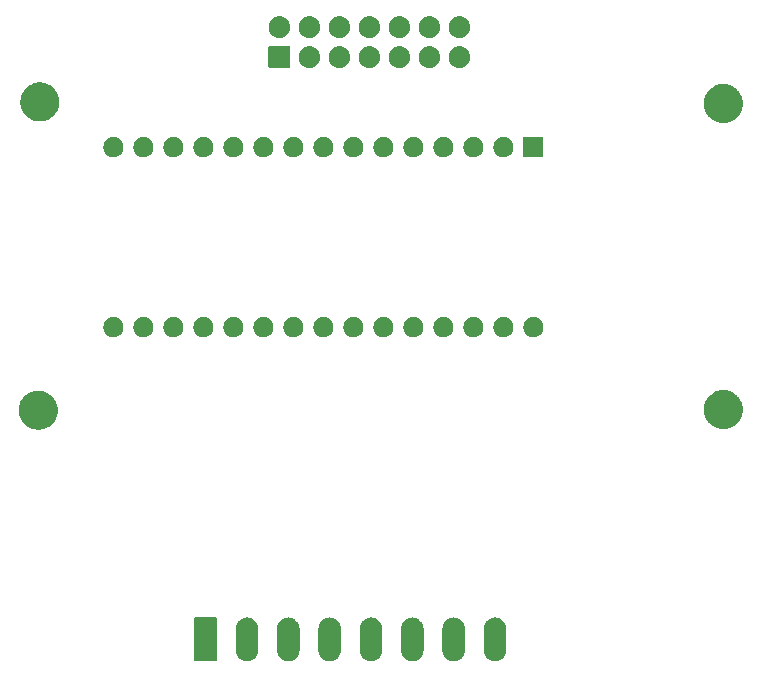
<source format=gbr>
G04 #@! TF.GenerationSoftware,KiCad,Pcbnew,5.99.0-unknown-c3175b4~86~ubuntu16.04.1*
G04 #@! TF.CreationDate,2019-12-02T17:51:56+01:00*
G04 #@! TF.ProjectId,OutAna,4f757441-6e61-42e6-9b69-6361645f7063,rev?*
G04 #@! TF.SameCoordinates,Original*
G04 #@! TF.FileFunction,Soldermask,Bot*
G04 #@! TF.FilePolarity,Negative*
%FSLAX46Y46*%
G04 Gerber Fmt 4.6, Leading zero omitted, Abs format (unit mm)*
G04 Created by KiCad (PCBNEW 5.99.0-unknown-c3175b4~86~ubuntu16.04.1) date 2019-12-02 17:51:56*
%MOMM*%
%LPD*%
G04 APERTURE LIST*
%ADD10C,0.100000*%
G04 APERTURE END LIST*
D10*
G36*
X162342924Y-115767838D02*
G01*
X162386667Y-115765813D01*
X162433299Y-115772574D01*
X162486239Y-115775349D01*
X162528681Y-115786404D01*
X162566254Y-115791852D01*
X162616253Y-115809215D01*
X162673200Y-115824048D01*
X162707330Y-115840842D01*
X162737682Y-115851382D01*
X162788518Y-115880791D01*
X162846551Y-115909347D01*
X162871998Y-115929086D01*
X162894762Y-115942255D01*
X162943504Y-115984551D01*
X162999210Y-116027761D01*
X163016367Y-116047778D01*
X163031819Y-116061187D01*
X163075262Y-116116493D01*
X163124940Y-116174453D01*
X163134889Y-116192401D01*
X163143919Y-116203897D01*
X163178777Y-116271577D01*
X163218605Y-116343429D01*
X163222990Y-116357422D01*
X163227008Y-116365223D01*
X163250066Y-116443822D01*
X163276380Y-116527789D01*
X163277270Y-116536552D01*
X163278091Y-116539350D01*
X163286391Y-116626346D01*
X163291000Y-116671721D01*
X163291000Y-118551678D01*
X163275138Y-118654139D01*
X163254832Y-118794189D01*
X163252600Y-118799726D01*
X163251159Y-118809037D01*
X163217520Y-118886772D01*
X163188153Y-118959641D01*
X163181585Y-118969814D01*
X163174430Y-118986347D01*
X163129209Y-119050930D01*
X163089716Y-119112093D01*
X163077300Y-119125063D01*
X163063615Y-119144607D01*
X163010583Y-119194757D01*
X162964231Y-119243177D01*
X162944819Y-119256947D01*
X162923240Y-119277353D01*
X162866152Y-119312749D01*
X162816219Y-119348169D01*
X162789247Y-119360432D01*
X162759041Y-119379161D01*
X162701458Y-119400347D01*
X162651025Y-119423278D01*
X162616558Y-119431585D01*
X162577724Y-119445873D01*
X162522820Y-119454176D01*
X162474603Y-119465797D01*
X162433359Y-119467706D01*
X162386696Y-119474763D01*
X162337076Y-119472162D01*
X162293333Y-119474187D01*
X162246701Y-119467426D01*
X162193761Y-119464651D01*
X162151319Y-119453596D01*
X162113746Y-119448148D01*
X162063747Y-119430785D01*
X162006800Y-119415952D01*
X161972670Y-119399158D01*
X161942318Y-119388618D01*
X161891481Y-119359208D01*
X161833449Y-119330653D01*
X161808004Y-119310916D01*
X161785239Y-119297746D01*
X161736493Y-119255446D01*
X161680791Y-119212239D01*
X161663634Y-119192222D01*
X161648182Y-119178813D01*
X161604739Y-119123507D01*
X161555061Y-119065547D01*
X161545112Y-119047599D01*
X161536082Y-119036103D01*
X161501224Y-118968423D01*
X161461396Y-118896571D01*
X161457011Y-118882578D01*
X161452993Y-118874777D01*
X161429935Y-118796178D01*
X161403621Y-118712211D01*
X161402731Y-118703448D01*
X161401910Y-118700650D01*
X161393601Y-118613570D01*
X161389001Y-118568279D01*
X161389001Y-118565353D01*
X161389000Y-118565343D01*
X161389000Y-116688323D01*
X161404862Y-116585862D01*
X161425168Y-116445812D01*
X161427400Y-116440274D01*
X161428841Y-116430964D01*
X161462478Y-116353233D01*
X161491848Y-116280357D01*
X161498417Y-116270183D01*
X161505570Y-116253654D01*
X161550780Y-116189088D01*
X161590282Y-116127909D01*
X161602701Y-116114936D01*
X161616385Y-116095393D01*
X161669417Y-116045243D01*
X161715769Y-115996823D01*
X161735181Y-115983053D01*
X161756760Y-115962647D01*
X161813848Y-115927251D01*
X161863781Y-115891831D01*
X161890753Y-115879568D01*
X161920959Y-115860839D01*
X161978542Y-115839653D01*
X162028975Y-115816722D01*
X162063442Y-115808415D01*
X162102276Y-115794127D01*
X162157180Y-115785824D01*
X162205397Y-115774203D01*
X162246641Y-115772294D01*
X162293304Y-115765237D01*
X162342924Y-115767838D01*
X162342924Y-115767838D01*
G37*
G36*
X144842924Y-115767838D02*
G01*
X144886667Y-115765813D01*
X144933299Y-115772574D01*
X144986239Y-115775349D01*
X145028681Y-115786404D01*
X145066254Y-115791852D01*
X145116253Y-115809215D01*
X145173200Y-115824048D01*
X145207330Y-115840842D01*
X145237682Y-115851382D01*
X145288518Y-115880791D01*
X145346551Y-115909347D01*
X145371998Y-115929086D01*
X145394762Y-115942255D01*
X145443504Y-115984551D01*
X145499210Y-116027761D01*
X145516367Y-116047778D01*
X145531819Y-116061187D01*
X145575262Y-116116493D01*
X145624940Y-116174453D01*
X145634889Y-116192401D01*
X145643919Y-116203897D01*
X145678777Y-116271577D01*
X145718605Y-116343429D01*
X145722990Y-116357422D01*
X145727008Y-116365223D01*
X145750066Y-116443822D01*
X145776380Y-116527789D01*
X145777270Y-116536552D01*
X145778091Y-116539350D01*
X145786391Y-116626346D01*
X145791000Y-116671721D01*
X145791000Y-118551678D01*
X145775138Y-118654139D01*
X145754832Y-118794189D01*
X145752600Y-118799726D01*
X145751159Y-118809037D01*
X145717520Y-118886772D01*
X145688153Y-118959641D01*
X145681585Y-118969814D01*
X145674430Y-118986347D01*
X145629209Y-119050930D01*
X145589716Y-119112093D01*
X145577300Y-119125063D01*
X145563615Y-119144607D01*
X145510583Y-119194757D01*
X145464231Y-119243177D01*
X145444819Y-119256947D01*
X145423240Y-119277353D01*
X145366152Y-119312749D01*
X145316219Y-119348169D01*
X145289247Y-119360432D01*
X145259041Y-119379161D01*
X145201458Y-119400347D01*
X145151025Y-119423278D01*
X145116558Y-119431585D01*
X145077724Y-119445873D01*
X145022820Y-119454176D01*
X144974603Y-119465797D01*
X144933359Y-119467706D01*
X144886696Y-119474763D01*
X144837076Y-119472162D01*
X144793333Y-119474187D01*
X144746701Y-119467426D01*
X144693761Y-119464651D01*
X144651319Y-119453596D01*
X144613746Y-119448148D01*
X144563747Y-119430785D01*
X144506800Y-119415952D01*
X144472670Y-119399158D01*
X144442318Y-119388618D01*
X144391481Y-119359208D01*
X144333449Y-119330653D01*
X144308004Y-119310916D01*
X144285239Y-119297746D01*
X144236493Y-119255446D01*
X144180791Y-119212239D01*
X144163634Y-119192222D01*
X144148182Y-119178813D01*
X144104739Y-119123507D01*
X144055061Y-119065547D01*
X144045112Y-119047599D01*
X144036082Y-119036103D01*
X144001224Y-118968423D01*
X143961396Y-118896571D01*
X143957011Y-118882578D01*
X143952993Y-118874777D01*
X143929935Y-118796178D01*
X143903621Y-118712211D01*
X143902731Y-118703448D01*
X143901910Y-118700650D01*
X143893601Y-118613570D01*
X143889001Y-118568279D01*
X143889001Y-118565353D01*
X143889000Y-118565343D01*
X143889000Y-116688323D01*
X143904862Y-116585862D01*
X143925168Y-116445812D01*
X143927400Y-116440274D01*
X143928841Y-116430964D01*
X143962478Y-116353233D01*
X143991848Y-116280357D01*
X143998417Y-116270183D01*
X144005570Y-116253654D01*
X144050780Y-116189088D01*
X144090282Y-116127909D01*
X144102701Y-116114936D01*
X144116385Y-116095393D01*
X144169417Y-116045243D01*
X144215769Y-115996823D01*
X144235181Y-115983053D01*
X144256760Y-115962647D01*
X144313848Y-115927251D01*
X144363781Y-115891831D01*
X144390753Y-115879568D01*
X144420959Y-115860839D01*
X144478542Y-115839653D01*
X144528975Y-115816722D01*
X144563442Y-115808415D01*
X144602276Y-115794127D01*
X144657180Y-115785824D01*
X144705397Y-115774203D01*
X144746641Y-115772294D01*
X144793304Y-115765237D01*
X144842924Y-115767838D01*
X144842924Y-115767838D01*
G37*
G36*
X158842924Y-115767838D02*
G01*
X158886667Y-115765813D01*
X158933299Y-115772574D01*
X158986239Y-115775349D01*
X159028681Y-115786404D01*
X159066254Y-115791852D01*
X159116253Y-115809215D01*
X159173200Y-115824048D01*
X159207330Y-115840842D01*
X159237682Y-115851382D01*
X159288518Y-115880791D01*
X159346551Y-115909347D01*
X159371998Y-115929086D01*
X159394762Y-115942255D01*
X159443504Y-115984551D01*
X159499210Y-116027761D01*
X159516367Y-116047778D01*
X159531819Y-116061187D01*
X159575262Y-116116493D01*
X159624940Y-116174453D01*
X159634889Y-116192401D01*
X159643919Y-116203897D01*
X159678777Y-116271577D01*
X159718605Y-116343429D01*
X159722990Y-116357422D01*
X159727008Y-116365223D01*
X159750066Y-116443822D01*
X159776380Y-116527789D01*
X159777270Y-116536552D01*
X159778091Y-116539350D01*
X159786391Y-116626346D01*
X159791000Y-116671721D01*
X159791000Y-118551678D01*
X159775138Y-118654139D01*
X159754832Y-118794189D01*
X159752600Y-118799726D01*
X159751159Y-118809037D01*
X159717520Y-118886772D01*
X159688153Y-118959641D01*
X159681585Y-118969814D01*
X159674430Y-118986347D01*
X159629209Y-119050930D01*
X159589716Y-119112093D01*
X159577300Y-119125063D01*
X159563615Y-119144607D01*
X159510583Y-119194757D01*
X159464231Y-119243177D01*
X159444819Y-119256947D01*
X159423240Y-119277353D01*
X159366152Y-119312749D01*
X159316219Y-119348169D01*
X159289247Y-119360432D01*
X159259041Y-119379161D01*
X159201458Y-119400347D01*
X159151025Y-119423278D01*
X159116558Y-119431585D01*
X159077724Y-119445873D01*
X159022820Y-119454176D01*
X158974603Y-119465797D01*
X158933359Y-119467706D01*
X158886696Y-119474763D01*
X158837076Y-119472162D01*
X158793333Y-119474187D01*
X158746701Y-119467426D01*
X158693761Y-119464651D01*
X158651319Y-119453596D01*
X158613746Y-119448148D01*
X158563747Y-119430785D01*
X158506800Y-119415952D01*
X158472670Y-119399158D01*
X158442318Y-119388618D01*
X158391481Y-119359208D01*
X158333449Y-119330653D01*
X158308004Y-119310916D01*
X158285239Y-119297746D01*
X158236493Y-119255446D01*
X158180791Y-119212239D01*
X158163634Y-119192222D01*
X158148182Y-119178813D01*
X158104739Y-119123507D01*
X158055061Y-119065547D01*
X158045112Y-119047599D01*
X158036082Y-119036103D01*
X158001224Y-118968423D01*
X157961396Y-118896571D01*
X157957011Y-118882578D01*
X157952993Y-118874777D01*
X157929935Y-118796178D01*
X157903621Y-118712211D01*
X157902731Y-118703448D01*
X157901910Y-118700650D01*
X157893601Y-118613570D01*
X157889001Y-118568279D01*
X157889001Y-118565353D01*
X157889000Y-118565343D01*
X157889000Y-116688323D01*
X157904862Y-116585862D01*
X157925168Y-116445812D01*
X157927400Y-116440274D01*
X157928841Y-116430964D01*
X157962478Y-116353233D01*
X157991848Y-116280357D01*
X157998417Y-116270183D01*
X158005570Y-116253654D01*
X158050780Y-116189088D01*
X158090282Y-116127909D01*
X158102701Y-116114936D01*
X158116385Y-116095393D01*
X158169417Y-116045243D01*
X158215769Y-115996823D01*
X158235181Y-115983053D01*
X158256760Y-115962647D01*
X158313848Y-115927251D01*
X158363781Y-115891831D01*
X158390753Y-115879568D01*
X158420959Y-115860839D01*
X158478542Y-115839653D01*
X158528975Y-115816722D01*
X158563442Y-115808415D01*
X158602276Y-115794127D01*
X158657180Y-115785824D01*
X158705397Y-115774203D01*
X158746641Y-115772294D01*
X158793304Y-115765237D01*
X158842924Y-115767838D01*
X158842924Y-115767838D01*
G37*
G36*
X148342924Y-115767838D02*
G01*
X148386667Y-115765813D01*
X148433299Y-115772574D01*
X148486239Y-115775349D01*
X148528681Y-115786404D01*
X148566254Y-115791852D01*
X148616253Y-115809215D01*
X148673200Y-115824048D01*
X148707330Y-115840842D01*
X148737682Y-115851382D01*
X148788518Y-115880791D01*
X148846551Y-115909347D01*
X148871998Y-115929086D01*
X148894762Y-115942255D01*
X148943504Y-115984551D01*
X148999210Y-116027761D01*
X149016367Y-116047778D01*
X149031819Y-116061187D01*
X149075262Y-116116493D01*
X149124940Y-116174453D01*
X149134889Y-116192401D01*
X149143919Y-116203897D01*
X149178777Y-116271577D01*
X149218605Y-116343429D01*
X149222990Y-116357422D01*
X149227008Y-116365223D01*
X149250066Y-116443822D01*
X149276380Y-116527789D01*
X149277270Y-116536552D01*
X149278091Y-116539350D01*
X149286391Y-116626346D01*
X149291000Y-116671721D01*
X149291000Y-118551678D01*
X149275138Y-118654139D01*
X149254832Y-118794189D01*
X149252600Y-118799726D01*
X149251159Y-118809037D01*
X149217520Y-118886772D01*
X149188153Y-118959641D01*
X149181585Y-118969814D01*
X149174430Y-118986347D01*
X149129209Y-119050930D01*
X149089716Y-119112093D01*
X149077300Y-119125063D01*
X149063615Y-119144607D01*
X149010583Y-119194757D01*
X148964231Y-119243177D01*
X148944819Y-119256947D01*
X148923240Y-119277353D01*
X148866152Y-119312749D01*
X148816219Y-119348169D01*
X148789247Y-119360432D01*
X148759041Y-119379161D01*
X148701458Y-119400347D01*
X148651025Y-119423278D01*
X148616558Y-119431585D01*
X148577724Y-119445873D01*
X148522820Y-119454176D01*
X148474603Y-119465797D01*
X148433359Y-119467706D01*
X148386696Y-119474763D01*
X148337076Y-119472162D01*
X148293333Y-119474187D01*
X148246701Y-119467426D01*
X148193761Y-119464651D01*
X148151319Y-119453596D01*
X148113746Y-119448148D01*
X148063747Y-119430785D01*
X148006800Y-119415952D01*
X147972670Y-119399158D01*
X147942318Y-119388618D01*
X147891481Y-119359208D01*
X147833449Y-119330653D01*
X147808004Y-119310916D01*
X147785239Y-119297746D01*
X147736493Y-119255446D01*
X147680791Y-119212239D01*
X147663634Y-119192222D01*
X147648182Y-119178813D01*
X147604739Y-119123507D01*
X147555061Y-119065547D01*
X147545112Y-119047599D01*
X147536082Y-119036103D01*
X147501224Y-118968423D01*
X147461396Y-118896571D01*
X147457011Y-118882578D01*
X147452993Y-118874777D01*
X147429935Y-118796178D01*
X147403621Y-118712211D01*
X147402731Y-118703448D01*
X147401910Y-118700650D01*
X147393601Y-118613570D01*
X147389001Y-118568279D01*
X147389001Y-118565353D01*
X147389000Y-118565343D01*
X147389000Y-116688323D01*
X147404862Y-116585862D01*
X147425168Y-116445812D01*
X147427400Y-116440274D01*
X147428841Y-116430964D01*
X147462478Y-116353233D01*
X147491848Y-116280357D01*
X147498417Y-116270183D01*
X147505570Y-116253654D01*
X147550780Y-116189088D01*
X147590282Y-116127909D01*
X147602701Y-116114936D01*
X147616385Y-116095393D01*
X147669417Y-116045243D01*
X147715769Y-115996823D01*
X147735181Y-115983053D01*
X147756760Y-115962647D01*
X147813848Y-115927251D01*
X147863781Y-115891831D01*
X147890753Y-115879568D01*
X147920959Y-115860839D01*
X147978542Y-115839653D01*
X148028975Y-115816722D01*
X148063442Y-115808415D01*
X148102276Y-115794127D01*
X148157180Y-115785824D01*
X148205397Y-115774203D01*
X148246641Y-115772294D01*
X148293304Y-115765237D01*
X148342924Y-115767838D01*
X148342924Y-115767838D01*
G37*
G36*
X155342924Y-115767838D02*
G01*
X155386667Y-115765813D01*
X155433299Y-115772574D01*
X155486239Y-115775349D01*
X155528681Y-115786404D01*
X155566254Y-115791852D01*
X155616253Y-115809215D01*
X155673200Y-115824048D01*
X155707330Y-115840842D01*
X155737682Y-115851382D01*
X155788518Y-115880791D01*
X155846551Y-115909347D01*
X155871998Y-115929086D01*
X155894762Y-115942255D01*
X155943504Y-115984551D01*
X155999210Y-116027761D01*
X156016367Y-116047778D01*
X156031819Y-116061187D01*
X156075262Y-116116493D01*
X156124940Y-116174453D01*
X156134889Y-116192401D01*
X156143919Y-116203897D01*
X156178777Y-116271577D01*
X156218605Y-116343429D01*
X156222990Y-116357422D01*
X156227008Y-116365223D01*
X156250066Y-116443822D01*
X156276380Y-116527789D01*
X156277270Y-116536552D01*
X156278091Y-116539350D01*
X156286391Y-116626346D01*
X156291000Y-116671721D01*
X156291000Y-118551678D01*
X156275138Y-118654139D01*
X156254832Y-118794189D01*
X156252600Y-118799726D01*
X156251159Y-118809037D01*
X156217520Y-118886772D01*
X156188153Y-118959641D01*
X156181585Y-118969814D01*
X156174430Y-118986347D01*
X156129209Y-119050930D01*
X156089716Y-119112093D01*
X156077300Y-119125063D01*
X156063615Y-119144607D01*
X156010583Y-119194757D01*
X155964231Y-119243177D01*
X155944819Y-119256947D01*
X155923240Y-119277353D01*
X155866152Y-119312749D01*
X155816219Y-119348169D01*
X155789247Y-119360432D01*
X155759041Y-119379161D01*
X155701458Y-119400347D01*
X155651025Y-119423278D01*
X155616558Y-119431585D01*
X155577724Y-119445873D01*
X155522820Y-119454176D01*
X155474603Y-119465797D01*
X155433359Y-119467706D01*
X155386696Y-119474763D01*
X155337076Y-119472162D01*
X155293333Y-119474187D01*
X155246701Y-119467426D01*
X155193761Y-119464651D01*
X155151319Y-119453596D01*
X155113746Y-119448148D01*
X155063747Y-119430785D01*
X155006800Y-119415952D01*
X154972670Y-119399158D01*
X154942318Y-119388618D01*
X154891481Y-119359208D01*
X154833449Y-119330653D01*
X154808004Y-119310916D01*
X154785239Y-119297746D01*
X154736493Y-119255446D01*
X154680791Y-119212239D01*
X154663634Y-119192222D01*
X154648182Y-119178813D01*
X154604739Y-119123507D01*
X154555061Y-119065547D01*
X154545112Y-119047599D01*
X154536082Y-119036103D01*
X154501224Y-118968423D01*
X154461396Y-118896571D01*
X154457011Y-118882578D01*
X154452993Y-118874777D01*
X154429935Y-118796178D01*
X154403621Y-118712211D01*
X154402731Y-118703448D01*
X154401910Y-118700650D01*
X154393601Y-118613570D01*
X154389001Y-118568279D01*
X154389001Y-118565353D01*
X154389000Y-118565343D01*
X154389000Y-116688323D01*
X154404862Y-116585862D01*
X154425168Y-116445812D01*
X154427400Y-116440274D01*
X154428841Y-116430964D01*
X154462478Y-116353233D01*
X154491848Y-116280357D01*
X154498417Y-116270183D01*
X154505570Y-116253654D01*
X154550780Y-116189088D01*
X154590282Y-116127909D01*
X154602701Y-116114936D01*
X154616385Y-116095393D01*
X154669417Y-116045243D01*
X154715769Y-115996823D01*
X154735181Y-115983053D01*
X154756760Y-115962647D01*
X154813848Y-115927251D01*
X154863781Y-115891831D01*
X154890753Y-115879568D01*
X154920959Y-115860839D01*
X154978542Y-115839653D01*
X155028975Y-115816722D01*
X155063442Y-115808415D01*
X155102276Y-115794127D01*
X155157180Y-115785824D01*
X155205397Y-115774203D01*
X155246641Y-115772294D01*
X155293304Y-115765237D01*
X155342924Y-115767838D01*
X155342924Y-115767838D01*
G37*
G36*
X141342924Y-115767838D02*
G01*
X141386667Y-115765813D01*
X141433299Y-115772574D01*
X141486239Y-115775349D01*
X141528681Y-115786404D01*
X141566254Y-115791852D01*
X141616253Y-115809215D01*
X141673200Y-115824048D01*
X141707330Y-115840842D01*
X141737682Y-115851382D01*
X141788518Y-115880791D01*
X141846551Y-115909347D01*
X141871998Y-115929086D01*
X141894762Y-115942255D01*
X141943504Y-115984551D01*
X141999210Y-116027761D01*
X142016367Y-116047778D01*
X142031819Y-116061187D01*
X142075262Y-116116493D01*
X142124940Y-116174453D01*
X142134889Y-116192401D01*
X142143919Y-116203897D01*
X142178777Y-116271577D01*
X142218605Y-116343429D01*
X142222990Y-116357422D01*
X142227008Y-116365223D01*
X142250066Y-116443822D01*
X142276380Y-116527789D01*
X142277270Y-116536552D01*
X142278091Y-116539350D01*
X142286391Y-116626346D01*
X142291000Y-116671721D01*
X142291000Y-118551678D01*
X142275138Y-118654139D01*
X142254832Y-118794189D01*
X142252600Y-118799726D01*
X142251159Y-118809037D01*
X142217520Y-118886772D01*
X142188153Y-118959641D01*
X142181585Y-118969814D01*
X142174430Y-118986347D01*
X142129209Y-119050930D01*
X142089716Y-119112093D01*
X142077300Y-119125063D01*
X142063615Y-119144607D01*
X142010583Y-119194757D01*
X141964231Y-119243177D01*
X141944819Y-119256947D01*
X141923240Y-119277353D01*
X141866152Y-119312749D01*
X141816219Y-119348169D01*
X141789247Y-119360432D01*
X141759041Y-119379161D01*
X141701458Y-119400347D01*
X141651025Y-119423278D01*
X141616558Y-119431585D01*
X141577724Y-119445873D01*
X141522820Y-119454176D01*
X141474603Y-119465797D01*
X141433359Y-119467706D01*
X141386696Y-119474763D01*
X141337076Y-119472162D01*
X141293333Y-119474187D01*
X141246701Y-119467426D01*
X141193761Y-119464651D01*
X141151319Y-119453596D01*
X141113746Y-119448148D01*
X141063747Y-119430785D01*
X141006800Y-119415952D01*
X140972670Y-119399158D01*
X140942318Y-119388618D01*
X140891481Y-119359208D01*
X140833449Y-119330653D01*
X140808004Y-119310916D01*
X140785239Y-119297746D01*
X140736493Y-119255446D01*
X140680791Y-119212239D01*
X140663634Y-119192222D01*
X140648182Y-119178813D01*
X140604739Y-119123507D01*
X140555061Y-119065547D01*
X140545112Y-119047599D01*
X140536082Y-119036103D01*
X140501224Y-118968423D01*
X140461396Y-118896571D01*
X140457011Y-118882578D01*
X140452993Y-118874777D01*
X140429935Y-118796178D01*
X140403621Y-118712211D01*
X140402731Y-118703448D01*
X140401910Y-118700650D01*
X140393601Y-118613570D01*
X140389001Y-118568279D01*
X140389001Y-118565353D01*
X140389000Y-118565343D01*
X140389000Y-116688323D01*
X140404862Y-116585862D01*
X140425168Y-116445812D01*
X140427400Y-116440274D01*
X140428841Y-116430964D01*
X140462478Y-116353233D01*
X140491848Y-116280357D01*
X140498417Y-116270183D01*
X140505570Y-116253654D01*
X140550780Y-116189088D01*
X140590282Y-116127909D01*
X140602701Y-116114936D01*
X140616385Y-116095393D01*
X140669417Y-116045243D01*
X140715769Y-115996823D01*
X140735181Y-115983053D01*
X140756760Y-115962647D01*
X140813848Y-115927251D01*
X140863781Y-115891831D01*
X140890753Y-115879568D01*
X140920959Y-115860839D01*
X140978542Y-115839653D01*
X141028975Y-115816722D01*
X141063442Y-115808415D01*
X141102276Y-115794127D01*
X141157180Y-115785824D01*
X141205397Y-115774203D01*
X141246641Y-115772294D01*
X141293304Y-115765237D01*
X141342924Y-115767838D01*
X141342924Y-115767838D01*
G37*
G36*
X151842924Y-115767838D02*
G01*
X151886667Y-115765813D01*
X151933299Y-115772574D01*
X151986239Y-115775349D01*
X152028681Y-115786404D01*
X152066254Y-115791852D01*
X152116253Y-115809215D01*
X152173200Y-115824048D01*
X152207330Y-115840842D01*
X152237682Y-115851382D01*
X152288518Y-115880791D01*
X152346551Y-115909347D01*
X152371998Y-115929086D01*
X152394762Y-115942255D01*
X152443504Y-115984551D01*
X152499210Y-116027761D01*
X152516367Y-116047778D01*
X152531819Y-116061187D01*
X152575262Y-116116493D01*
X152624940Y-116174453D01*
X152634889Y-116192401D01*
X152643919Y-116203897D01*
X152678777Y-116271577D01*
X152718605Y-116343429D01*
X152722990Y-116357422D01*
X152727008Y-116365223D01*
X152750066Y-116443822D01*
X152776380Y-116527789D01*
X152777270Y-116536552D01*
X152778091Y-116539350D01*
X152786391Y-116626346D01*
X152791000Y-116671721D01*
X152791000Y-118551678D01*
X152775138Y-118654139D01*
X152754832Y-118794189D01*
X152752600Y-118799726D01*
X152751159Y-118809037D01*
X152717520Y-118886772D01*
X152688153Y-118959641D01*
X152681585Y-118969814D01*
X152674430Y-118986347D01*
X152629209Y-119050930D01*
X152589716Y-119112093D01*
X152577300Y-119125063D01*
X152563615Y-119144607D01*
X152510583Y-119194757D01*
X152464231Y-119243177D01*
X152444819Y-119256947D01*
X152423240Y-119277353D01*
X152366152Y-119312749D01*
X152316219Y-119348169D01*
X152289247Y-119360432D01*
X152259041Y-119379161D01*
X152201458Y-119400347D01*
X152151025Y-119423278D01*
X152116558Y-119431585D01*
X152077724Y-119445873D01*
X152022820Y-119454176D01*
X151974603Y-119465797D01*
X151933359Y-119467706D01*
X151886696Y-119474763D01*
X151837076Y-119472162D01*
X151793333Y-119474187D01*
X151746701Y-119467426D01*
X151693761Y-119464651D01*
X151651319Y-119453596D01*
X151613746Y-119448148D01*
X151563747Y-119430785D01*
X151506800Y-119415952D01*
X151472670Y-119399158D01*
X151442318Y-119388618D01*
X151391481Y-119359208D01*
X151333449Y-119330653D01*
X151308004Y-119310916D01*
X151285239Y-119297746D01*
X151236493Y-119255446D01*
X151180791Y-119212239D01*
X151163634Y-119192222D01*
X151148182Y-119178813D01*
X151104739Y-119123507D01*
X151055061Y-119065547D01*
X151045112Y-119047599D01*
X151036082Y-119036103D01*
X151001224Y-118968423D01*
X150961396Y-118896571D01*
X150957011Y-118882578D01*
X150952993Y-118874777D01*
X150929935Y-118796178D01*
X150903621Y-118712211D01*
X150902731Y-118703448D01*
X150901910Y-118700650D01*
X150893601Y-118613570D01*
X150889001Y-118568279D01*
X150889001Y-118565353D01*
X150889000Y-118565343D01*
X150889000Y-116688323D01*
X150904862Y-116585862D01*
X150925168Y-116445812D01*
X150927400Y-116440274D01*
X150928841Y-116430964D01*
X150962478Y-116353233D01*
X150991848Y-116280357D01*
X150998417Y-116270183D01*
X151005570Y-116253654D01*
X151050780Y-116189088D01*
X151090282Y-116127909D01*
X151102701Y-116114936D01*
X151116385Y-116095393D01*
X151169417Y-116045243D01*
X151215769Y-115996823D01*
X151235181Y-115983053D01*
X151256760Y-115962647D01*
X151313848Y-115927251D01*
X151363781Y-115891831D01*
X151390753Y-115879568D01*
X151420959Y-115860839D01*
X151478542Y-115839653D01*
X151528975Y-115816722D01*
X151563442Y-115808415D01*
X151602276Y-115794127D01*
X151657180Y-115785824D01*
X151705397Y-115774203D01*
X151746641Y-115772294D01*
X151793304Y-115765237D01*
X151842924Y-115767838D01*
X151842924Y-115767838D01*
G37*
G36*
X138759899Y-115771959D02*
G01*
X138776769Y-115783231D01*
X138788041Y-115800101D01*
X138794448Y-115832312D01*
X138794448Y-119407688D01*
X138791999Y-119420000D01*
X138788041Y-119439899D01*
X138776769Y-119456769D01*
X138759899Y-119468041D01*
X138740000Y-119471999D01*
X138727688Y-119474448D01*
X136952312Y-119474448D01*
X136920101Y-119468041D01*
X136903231Y-119456769D01*
X136891959Y-119439899D01*
X136885552Y-119407688D01*
X136885552Y-115832312D01*
X136891959Y-115800101D01*
X136903231Y-115783231D01*
X136920101Y-115771959D01*
X136952312Y-115765552D01*
X138727688Y-115765552D01*
X138759899Y-115771959D01*
X138759899Y-115771959D01*
G37*
G36*
X123743730Y-96559000D02*
G01*
X123799937Y-96559000D01*
X123870874Y-96570235D01*
X123937558Y-96576128D01*
X123994072Y-96589748D01*
X124056610Y-96599653D01*
X124118179Y-96619658D01*
X124176121Y-96633622D01*
X124236809Y-96658203D01*
X124303764Y-96679958D01*
X124355106Y-96706118D01*
X124403565Y-96725746D01*
X124466309Y-96762779D01*
X124535312Y-96797938D01*
X124576161Y-96827616D01*
X124614891Y-96850476D01*
X124677232Y-96901049D01*
X124745554Y-96950688D01*
X124776207Y-96981341D01*
X124805465Y-97005076D01*
X124864718Y-97069852D01*
X124929312Y-97134446D01*
X124950574Y-97163711D01*
X124971091Y-97186140D01*
X125024400Y-97265323D01*
X125082062Y-97344688D01*
X125095230Y-97370531D01*
X125108137Y-97389703D01*
X125152562Y-97483052D01*
X125200042Y-97576236D01*
X125206784Y-97596987D01*
X125213587Y-97611281D01*
X125246245Y-97718436D01*
X125280347Y-97823390D01*
X125282634Y-97837830D01*
X125285129Y-97846016D01*
X125303244Y-97967955D01*
X125321000Y-98080063D01*
X125321000Y-98339937D01*
X125312684Y-98392440D01*
X125311885Y-98421983D01*
X125294640Y-98506367D01*
X125280347Y-98596610D01*
X125269164Y-98631027D01*
X125263080Y-98660799D01*
X125230365Y-98750439D01*
X125200042Y-98843764D01*
X125186872Y-98869612D01*
X125178950Y-98891318D01*
X125129540Y-98982131D01*
X125082062Y-99075312D01*
X125069241Y-99092959D01*
X125061672Y-99106870D01*
X124994158Y-99196301D01*
X124929312Y-99285554D01*
X124918976Y-99295890D01*
X124913819Y-99302721D01*
X124825782Y-99389084D01*
X124745554Y-99469312D01*
X124739558Y-99473668D01*
X124738640Y-99474569D01*
X124563110Y-99601866D01*
X124535312Y-99622062D01*
X124434629Y-99673363D01*
X124322223Y-99731753D01*
X124315505Y-99734060D01*
X124303764Y-99740042D01*
X124197902Y-99774439D01*
X124090133Y-99811441D01*
X124075994Y-99814049D01*
X124056610Y-99820347D01*
X123952080Y-99836903D01*
X123848808Y-99855950D01*
X123827170Y-99856687D01*
X123799937Y-99861000D01*
X123700480Y-99861000D01*
X123603553Y-99864300D01*
X123574812Y-99861000D01*
X123540063Y-99861000D01*
X123448482Y-99846495D01*
X123359768Y-99836309D01*
X123324791Y-99826904D01*
X123283390Y-99820347D01*
X123201749Y-99793820D01*
X123122788Y-99772589D01*
X123082903Y-99755205D01*
X123036236Y-99740042D01*
X122965965Y-99704237D01*
X122897832Y-99674541D01*
X122854765Y-99647578D01*
X122804688Y-99622062D01*
X122746590Y-99579851D01*
X122689843Y-99544323D01*
X122645667Y-99506526D01*
X122594446Y-99469312D01*
X122548671Y-99423537D01*
X122503382Y-99384788D01*
X122460465Y-99335331D01*
X122410688Y-99285554D01*
X122376823Y-99238943D01*
X122342556Y-99199454D01*
X122303461Y-99137969D01*
X122257938Y-99075312D01*
X122235015Y-99030323D01*
X122210884Y-98992372D01*
X122178299Y-98919012D01*
X122139958Y-98843764D01*
X122126561Y-98802533D01*
X122111269Y-98768105D01*
X122087885Y-98683501D01*
X122059653Y-98596610D01*
X122053993Y-98560874D01*
X122045897Y-98531582D01*
X122034348Y-98436843D01*
X122019000Y-98339937D01*
X122019000Y-98310932D01*
X122016203Y-98287987D01*
X122019000Y-98184628D01*
X122019000Y-98080063D01*
X122022413Y-98058516D01*
X122022841Y-98042689D01*
X122042390Y-97932382D01*
X122059653Y-97823390D01*
X122064171Y-97809485D01*
X122065664Y-97801061D01*
X122104876Y-97684207D01*
X122139958Y-97576236D01*
X122143325Y-97569628D01*
X122143732Y-97568415D01*
X122241710Y-97376538D01*
X122257938Y-97344688D01*
X122324366Y-97253258D01*
X122398002Y-97150214D01*
X122402942Y-97145107D01*
X122410688Y-97134446D01*
X122489390Y-97055744D01*
X122568621Y-96973841D01*
X122580037Y-96965097D01*
X122594446Y-96950688D01*
X122680048Y-96888494D01*
X122763440Y-96824621D01*
X122782390Y-96814139D01*
X122804688Y-96797938D01*
X122893279Y-96752798D01*
X122978164Y-96705843D01*
X123005275Y-96695734D01*
X123036236Y-96679958D01*
X123124418Y-96651306D01*
X123208091Y-96620105D01*
X123243527Y-96612605D01*
X123283390Y-96599653D01*
X123368177Y-96586224D01*
X123448171Y-96569294D01*
X123491600Y-96566676D01*
X123540063Y-96559000D01*
X123618917Y-96559000D01*
X123693111Y-96554527D01*
X123743730Y-96559000D01*
X123743730Y-96559000D01*
G37*
G36*
X181743730Y-96499000D02*
G01*
X181799937Y-96499000D01*
X181870874Y-96510235D01*
X181937558Y-96516128D01*
X181994072Y-96529748D01*
X182056610Y-96539653D01*
X182118179Y-96559658D01*
X182176121Y-96573622D01*
X182236809Y-96598203D01*
X182303764Y-96619958D01*
X182355106Y-96646118D01*
X182403565Y-96665746D01*
X182466309Y-96702779D01*
X182535312Y-96737938D01*
X182576161Y-96767616D01*
X182614891Y-96790476D01*
X182677232Y-96841049D01*
X182745554Y-96890688D01*
X182776207Y-96921341D01*
X182805465Y-96945076D01*
X182864718Y-97009852D01*
X182929312Y-97074446D01*
X182950574Y-97103711D01*
X182971091Y-97126140D01*
X183024400Y-97205323D01*
X183082062Y-97284688D01*
X183095230Y-97310531D01*
X183108137Y-97329703D01*
X183152562Y-97423052D01*
X183200042Y-97516236D01*
X183206784Y-97536987D01*
X183213587Y-97551281D01*
X183246245Y-97658436D01*
X183280347Y-97763390D01*
X183282634Y-97777830D01*
X183285129Y-97786016D01*
X183303244Y-97907955D01*
X183321000Y-98020063D01*
X183321000Y-98279937D01*
X183312684Y-98332440D01*
X183311885Y-98361983D01*
X183294640Y-98446367D01*
X183280347Y-98536610D01*
X183269164Y-98571027D01*
X183263080Y-98600799D01*
X183230365Y-98690439D01*
X183200042Y-98783764D01*
X183186872Y-98809612D01*
X183178950Y-98831318D01*
X183129540Y-98922131D01*
X183082062Y-99015312D01*
X183069241Y-99032959D01*
X183061672Y-99046870D01*
X182994158Y-99136301D01*
X182929312Y-99225554D01*
X182918976Y-99235890D01*
X182913819Y-99242721D01*
X182825782Y-99329084D01*
X182745554Y-99409312D01*
X182739558Y-99413668D01*
X182738640Y-99414569D01*
X182563110Y-99541866D01*
X182535312Y-99562062D01*
X182434629Y-99613363D01*
X182322223Y-99671753D01*
X182315505Y-99674060D01*
X182303764Y-99680042D01*
X182197902Y-99714439D01*
X182090133Y-99751441D01*
X182075994Y-99754049D01*
X182056610Y-99760347D01*
X181952080Y-99776903D01*
X181848808Y-99795950D01*
X181827170Y-99796687D01*
X181799937Y-99801000D01*
X181700480Y-99801000D01*
X181603553Y-99804300D01*
X181574812Y-99801000D01*
X181540063Y-99801000D01*
X181448482Y-99786495D01*
X181359768Y-99776309D01*
X181324791Y-99766904D01*
X181283390Y-99760347D01*
X181201749Y-99733820D01*
X181122788Y-99712589D01*
X181082903Y-99695205D01*
X181036236Y-99680042D01*
X180965965Y-99644237D01*
X180897832Y-99614541D01*
X180854765Y-99587578D01*
X180804688Y-99562062D01*
X180746590Y-99519851D01*
X180689843Y-99484323D01*
X180645667Y-99446526D01*
X180594446Y-99409312D01*
X180548671Y-99363537D01*
X180503382Y-99324788D01*
X180460465Y-99275331D01*
X180410688Y-99225554D01*
X180376823Y-99178943D01*
X180342556Y-99139454D01*
X180303461Y-99077969D01*
X180257938Y-99015312D01*
X180235015Y-98970323D01*
X180210884Y-98932372D01*
X180178299Y-98859012D01*
X180139958Y-98783764D01*
X180126561Y-98742533D01*
X180111269Y-98708105D01*
X180087885Y-98623501D01*
X180059653Y-98536610D01*
X180053993Y-98500874D01*
X180045897Y-98471582D01*
X180034348Y-98376843D01*
X180019000Y-98279937D01*
X180019000Y-98250932D01*
X180016203Y-98227987D01*
X180019000Y-98124628D01*
X180019000Y-98020063D01*
X180022413Y-97998516D01*
X180022841Y-97982689D01*
X180042390Y-97872382D01*
X180059653Y-97763390D01*
X180064171Y-97749485D01*
X180065664Y-97741061D01*
X180104876Y-97624207D01*
X180139958Y-97516236D01*
X180143325Y-97509628D01*
X180143732Y-97508415D01*
X180241710Y-97316538D01*
X180257938Y-97284688D01*
X180324366Y-97193258D01*
X180398002Y-97090214D01*
X180402942Y-97085107D01*
X180410688Y-97074446D01*
X180489390Y-96995744D01*
X180568621Y-96913841D01*
X180580037Y-96905097D01*
X180594446Y-96890688D01*
X180680048Y-96828494D01*
X180763440Y-96764621D01*
X180782390Y-96754139D01*
X180804688Y-96737938D01*
X180893279Y-96692798D01*
X180978164Y-96645843D01*
X181005275Y-96635734D01*
X181036236Y-96619958D01*
X181124418Y-96591306D01*
X181208091Y-96560105D01*
X181243527Y-96552605D01*
X181283390Y-96539653D01*
X181368177Y-96526224D01*
X181448171Y-96509294D01*
X181491600Y-96506676D01*
X181540063Y-96499000D01*
X181618917Y-96499000D01*
X181693111Y-96494527D01*
X181743730Y-96499000D01*
X181743730Y-96499000D01*
G37*
G36*
X137787270Y-90346707D02*
G01*
X137911689Y-90365968D01*
X137916690Y-90368132D01*
X137925865Y-90369651D01*
X137998903Y-90403709D01*
X138067312Y-90433313D01*
X138077129Y-90440187D01*
X138093440Y-90447793D01*
X138152726Y-90493121D01*
X138208929Y-90532474D01*
X138221276Y-90545530D01*
X138240327Y-90560096D01*
X138284657Y-90612554D01*
X138327715Y-90658086D01*
X138340335Y-90678439D01*
X138359671Y-90701321D01*
X138388930Y-90756816D01*
X138418819Y-90805022D01*
X138429150Y-90833099D01*
X138445905Y-90864879D01*
X138460983Y-90919619D01*
X138478516Y-90967272D01*
X138483882Y-91002753D01*
X138495006Y-91043139D01*
X138497666Y-91093903D01*
X138504368Y-91138216D01*
X138502178Y-91179995D01*
X138504683Y-91227784D01*
X138497354Y-91272056D01*
X138495320Y-91310863D01*
X138483272Y-91357117D01*
X138474484Y-91410200D01*
X138460035Y-91446325D01*
X138451741Y-91478167D01*
X138428009Y-91526396D01*
X138405819Y-91581876D01*
X138387303Y-91609121D01*
X138375413Y-91633285D01*
X138338825Y-91680454D01*
X138301890Y-91734802D01*
X138282296Y-91753332D01*
X138269447Y-91769896D01*
X138219605Y-91812616D01*
X138167548Y-91861844D01*
X138149557Y-91872654D01*
X138138185Y-91882401D01*
X138075589Y-91917098D01*
X138009059Y-91957074D01*
X137994838Y-91961860D01*
X137986972Y-91966220D01*
X137912991Y-91989404D01*
X137833817Y-92016049D01*
X137824863Y-92017022D01*
X137822000Y-92017919D01*
X137738954Y-92026354D01*
X137696191Y-92031000D01*
X137619689Y-92031000D01*
X137512730Y-92013293D01*
X137388311Y-91994032D01*
X137383310Y-91991868D01*
X137374135Y-91990349D01*
X137301097Y-91956291D01*
X137232688Y-91926687D01*
X137222871Y-91919813D01*
X137206560Y-91912207D01*
X137147274Y-91866879D01*
X137091071Y-91827526D01*
X137078724Y-91814470D01*
X137059673Y-91799904D01*
X137015343Y-91747446D01*
X136972285Y-91701914D01*
X136959665Y-91681561D01*
X136940329Y-91658679D01*
X136911070Y-91603184D01*
X136881181Y-91554978D01*
X136870850Y-91526901D01*
X136854095Y-91495121D01*
X136839017Y-91440381D01*
X136821484Y-91392728D01*
X136816118Y-91357247D01*
X136804994Y-91316861D01*
X136802334Y-91266097D01*
X136795632Y-91221784D01*
X136797822Y-91180005D01*
X136795317Y-91132216D01*
X136802646Y-91087944D01*
X136804680Y-91049137D01*
X136816728Y-91002883D01*
X136825516Y-90949800D01*
X136839965Y-90913675D01*
X136848259Y-90881833D01*
X136871991Y-90833604D01*
X136894181Y-90778124D01*
X136912697Y-90750879D01*
X136924587Y-90726715D01*
X136961175Y-90679546D01*
X136998110Y-90625198D01*
X137017704Y-90606668D01*
X137030553Y-90590104D01*
X137080395Y-90547384D01*
X137132452Y-90498156D01*
X137150443Y-90487346D01*
X137161815Y-90477599D01*
X137224411Y-90442902D01*
X137290941Y-90402926D01*
X137305162Y-90398140D01*
X137313028Y-90393780D01*
X137387009Y-90370596D01*
X137466183Y-90343951D01*
X137475137Y-90342978D01*
X137478000Y-90342081D01*
X137561046Y-90333646D01*
X137603809Y-90329000D01*
X137680311Y-90329000D01*
X137787270Y-90346707D01*
X137787270Y-90346707D01*
G37*
G36*
X132707270Y-90346707D02*
G01*
X132831689Y-90365968D01*
X132836690Y-90368132D01*
X132845865Y-90369651D01*
X132918903Y-90403709D01*
X132987312Y-90433313D01*
X132997129Y-90440187D01*
X133013440Y-90447793D01*
X133072726Y-90493121D01*
X133128929Y-90532474D01*
X133141276Y-90545530D01*
X133160327Y-90560096D01*
X133204657Y-90612554D01*
X133247715Y-90658086D01*
X133260335Y-90678439D01*
X133279671Y-90701321D01*
X133308930Y-90756816D01*
X133338819Y-90805022D01*
X133349150Y-90833099D01*
X133365905Y-90864879D01*
X133380983Y-90919619D01*
X133398516Y-90967272D01*
X133403882Y-91002753D01*
X133415006Y-91043139D01*
X133417666Y-91093903D01*
X133424368Y-91138216D01*
X133422178Y-91179995D01*
X133424683Y-91227784D01*
X133417354Y-91272056D01*
X133415320Y-91310863D01*
X133403272Y-91357117D01*
X133394484Y-91410200D01*
X133380035Y-91446325D01*
X133371741Y-91478167D01*
X133348009Y-91526396D01*
X133325819Y-91581876D01*
X133307303Y-91609121D01*
X133295413Y-91633285D01*
X133258825Y-91680454D01*
X133221890Y-91734802D01*
X133202296Y-91753332D01*
X133189447Y-91769896D01*
X133139605Y-91812616D01*
X133087548Y-91861844D01*
X133069557Y-91872654D01*
X133058185Y-91882401D01*
X132995589Y-91917098D01*
X132929059Y-91957074D01*
X132914838Y-91961860D01*
X132906972Y-91966220D01*
X132832991Y-91989404D01*
X132753817Y-92016049D01*
X132744863Y-92017022D01*
X132742000Y-92017919D01*
X132658954Y-92026354D01*
X132616191Y-92031000D01*
X132539689Y-92031000D01*
X132432730Y-92013293D01*
X132308311Y-91994032D01*
X132303310Y-91991868D01*
X132294135Y-91990349D01*
X132221097Y-91956291D01*
X132152688Y-91926687D01*
X132142871Y-91919813D01*
X132126560Y-91912207D01*
X132067274Y-91866879D01*
X132011071Y-91827526D01*
X131998724Y-91814470D01*
X131979673Y-91799904D01*
X131935343Y-91747446D01*
X131892285Y-91701914D01*
X131879665Y-91681561D01*
X131860329Y-91658679D01*
X131831070Y-91603184D01*
X131801181Y-91554978D01*
X131790850Y-91526901D01*
X131774095Y-91495121D01*
X131759017Y-91440381D01*
X131741484Y-91392728D01*
X131736118Y-91357247D01*
X131724994Y-91316861D01*
X131722334Y-91266097D01*
X131715632Y-91221784D01*
X131717822Y-91180005D01*
X131715317Y-91132216D01*
X131722646Y-91087944D01*
X131724680Y-91049137D01*
X131736728Y-91002883D01*
X131745516Y-90949800D01*
X131759965Y-90913675D01*
X131768259Y-90881833D01*
X131791991Y-90833604D01*
X131814181Y-90778124D01*
X131832697Y-90750879D01*
X131844587Y-90726715D01*
X131881175Y-90679546D01*
X131918110Y-90625198D01*
X131937704Y-90606668D01*
X131950553Y-90590104D01*
X132000395Y-90547384D01*
X132052452Y-90498156D01*
X132070443Y-90487346D01*
X132081815Y-90477599D01*
X132144411Y-90442902D01*
X132210941Y-90402926D01*
X132225162Y-90398140D01*
X132233028Y-90393780D01*
X132307009Y-90370596D01*
X132386183Y-90343951D01*
X132395137Y-90342978D01*
X132398000Y-90342081D01*
X132481046Y-90333646D01*
X132523809Y-90329000D01*
X132600311Y-90329000D01*
X132707270Y-90346707D01*
X132707270Y-90346707D01*
G37*
G36*
X135247270Y-90346707D02*
G01*
X135371689Y-90365968D01*
X135376690Y-90368132D01*
X135385865Y-90369651D01*
X135458903Y-90403709D01*
X135527312Y-90433313D01*
X135537129Y-90440187D01*
X135553440Y-90447793D01*
X135612726Y-90493121D01*
X135668929Y-90532474D01*
X135681276Y-90545530D01*
X135700327Y-90560096D01*
X135744657Y-90612554D01*
X135787715Y-90658086D01*
X135800335Y-90678439D01*
X135819671Y-90701321D01*
X135848930Y-90756816D01*
X135878819Y-90805022D01*
X135889150Y-90833099D01*
X135905905Y-90864879D01*
X135920983Y-90919619D01*
X135938516Y-90967272D01*
X135943882Y-91002753D01*
X135955006Y-91043139D01*
X135957666Y-91093903D01*
X135964368Y-91138216D01*
X135962178Y-91179995D01*
X135964683Y-91227784D01*
X135957354Y-91272056D01*
X135955320Y-91310863D01*
X135943272Y-91357117D01*
X135934484Y-91410200D01*
X135920035Y-91446325D01*
X135911741Y-91478167D01*
X135888009Y-91526396D01*
X135865819Y-91581876D01*
X135847303Y-91609121D01*
X135835413Y-91633285D01*
X135798825Y-91680454D01*
X135761890Y-91734802D01*
X135742296Y-91753332D01*
X135729447Y-91769896D01*
X135679605Y-91812616D01*
X135627548Y-91861844D01*
X135609557Y-91872654D01*
X135598185Y-91882401D01*
X135535589Y-91917098D01*
X135469059Y-91957074D01*
X135454838Y-91961860D01*
X135446972Y-91966220D01*
X135372991Y-91989404D01*
X135293817Y-92016049D01*
X135284863Y-92017022D01*
X135282000Y-92017919D01*
X135198954Y-92026354D01*
X135156191Y-92031000D01*
X135079689Y-92031000D01*
X134972730Y-92013293D01*
X134848311Y-91994032D01*
X134843310Y-91991868D01*
X134834135Y-91990349D01*
X134761097Y-91956291D01*
X134692688Y-91926687D01*
X134682871Y-91919813D01*
X134666560Y-91912207D01*
X134607274Y-91866879D01*
X134551071Y-91827526D01*
X134538724Y-91814470D01*
X134519673Y-91799904D01*
X134475343Y-91747446D01*
X134432285Y-91701914D01*
X134419665Y-91681561D01*
X134400329Y-91658679D01*
X134371070Y-91603184D01*
X134341181Y-91554978D01*
X134330850Y-91526901D01*
X134314095Y-91495121D01*
X134299017Y-91440381D01*
X134281484Y-91392728D01*
X134276118Y-91357247D01*
X134264994Y-91316861D01*
X134262334Y-91266097D01*
X134255632Y-91221784D01*
X134257822Y-91180005D01*
X134255317Y-91132216D01*
X134262646Y-91087944D01*
X134264680Y-91049137D01*
X134276728Y-91002883D01*
X134285516Y-90949800D01*
X134299965Y-90913675D01*
X134308259Y-90881833D01*
X134331991Y-90833604D01*
X134354181Y-90778124D01*
X134372697Y-90750879D01*
X134384587Y-90726715D01*
X134421175Y-90679546D01*
X134458110Y-90625198D01*
X134477704Y-90606668D01*
X134490553Y-90590104D01*
X134540395Y-90547384D01*
X134592452Y-90498156D01*
X134610443Y-90487346D01*
X134621815Y-90477599D01*
X134684411Y-90442902D01*
X134750941Y-90402926D01*
X134765162Y-90398140D01*
X134773028Y-90393780D01*
X134847009Y-90370596D01*
X134926183Y-90343951D01*
X134935137Y-90342978D01*
X134938000Y-90342081D01*
X135021046Y-90333646D01*
X135063809Y-90329000D01*
X135140311Y-90329000D01*
X135247270Y-90346707D01*
X135247270Y-90346707D01*
G37*
G36*
X140327270Y-90346707D02*
G01*
X140451689Y-90365968D01*
X140456690Y-90368132D01*
X140465865Y-90369651D01*
X140538903Y-90403709D01*
X140607312Y-90433313D01*
X140617129Y-90440187D01*
X140633440Y-90447793D01*
X140692726Y-90493121D01*
X140748929Y-90532474D01*
X140761276Y-90545530D01*
X140780327Y-90560096D01*
X140824657Y-90612554D01*
X140867715Y-90658086D01*
X140880335Y-90678439D01*
X140899671Y-90701321D01*
X140928930Y-90756816D01*
X140958819Y-90805022D01*
X140969150Y-90833099D01*
X140985905Y-90864879D01*
X141000983Y-90919619D01*
X141018516Y-90967272D01*
X141023882Y-91002753D01*
X141035006Y-91043139D01*
X141037666Y-91093903D01*
X141044368Y-91138216D01*
X141042178Y-91179995D01*
X141044683Y-91227784D01*
X141037354Y-91272056D01*
X141035320Y-91310863D01*
X141023272Y-91357117D01*
X141014484Y-91410200D01*
X141000035Y-91446325D01*
X140991741Y-91478167D01*
X140968009Y-91526396D01*
X140945819Y-91581876D01*
X140927303Y-91609121D01*
X140915413Y-91633285D01*
X140878825Y-91680454D01*
X140841890Y-91734802D01*
X140822296Y-91753332D01*
X140809447Y-91769896D01*
X140759605Y-91812616D01*
X140707548Y-91861844D01*
X140689557Y-91872654D01*
X140678185Y-91882401D01*
X140615589Y-91917098D01*
X140549059Y-91957074D01*
X140534838Y-91961860D01*
X140526972Y-91966220D01*
X140452991Y-91989404D01*
X140373817Y-92016049D01*
X140364863Y-92017022D01*
X140362000Y-92017919D01*
X140278954Y-92026354D01*
X140236191Y-92031000D01*
X140159689Y-92031000D01*
X140052730Y-92013293D01*
X139928311Y-91994032D01*
X139923310Y-91991868D01*
X139914135Y-91990349D01*
X139841097Y-91956291D01*
X139772688Y-91926687D01*
X139762871Y-91919813D01*
X139746560Y-91912207D01*
X139687274Y-91866879D01*
X139631071Y-91827526D01*
X139618724Y-91814470D01*
X139599673Y-91799904D01*
X139555343Y-91747446D01*
X139512285Y-91701914D01*
X139499665Y-91681561D01*
X139480329Y-91658679D01*
X139451070Y-91603184D01*
X139421181Y-91554978D01*
X139410850Y-91526901D01*
X139394095Y-91495121D01*
X139379017Y-91440381D01*
X139361484Y-91392728D01*
X139356118Y-91357247D01*
X139344994Y-91316861D01*
X139342334Y-91266097D01*
X139335632Y-91221784D01*
X139337822Y-91180005D01*
X139335317Y-91132216D01*
X139342646Y-91087944D01*
X139344680Y-91049137D01*
X139356728Y-91002883D01*
X139365516Y-90949800D01*
X139379965Y-90913675D01*
X139388259Y-90881833D01*
X139411991Y-90833604D01*
X139434181Y-90778124D01*
X139452697Y-90750879D01*
X139464587Y-90726715D01*
X139501175Y-90679546D01*
X139538110Y-90625198D01*
X139557704Y-90606668D01*
X139570553Y-90590104D01*
X139620395Y-90547384D01*
X139672452Y-90498156D01*
X139690443Y-90487346D01*
X139701815Y-90477599D01*
X139764411Y-90442902D01*
X139830941Y-90402926D01*
X139845162Y-90398140D01*
X139853028Y-90393780D01*
X139927009Y-90370596D01*
X140006183Y-90343951D01*
X140015137Y-90342978D01*
X140018000Y-90342081D01*
X140101046Y-90333646D01*
X140143809Y-90329000D01*
X140220311Y-90329000D01*
X140327270Y-90346707D01*
X140327270Y-90346707D01*
G37*
G36*
X130167270Y-90346707D02*
G01*
X130291689Y-90365968D01*
X130296690Y-90368132D01*
X130305865Y-90369651D01*
X130378903Y-90403709D01*
X130447312Y-90433313D01*
X130457129Y-90440187D01*
X130473440Y-90447793D01*
X130532726Y-90493121D01*
X130588929Y-90532474D01*
X130601276Y-90545530D01*
X130620327Y-90560096D01*
X130664657Y-90612554D01*
X130707715Y-90658086D01*
X130720335Y-90678439D01*
X130739671Y-90701321D01*
X130768930Y-90756816D01*
X130798819Y-90805022D01*
X130809150Y-90833099D01*
X130825905Y-90864879D01*
X130840983Y-90919619D01*
X130858516Y-90967272D01*
X130863882Y-91002753D01*
X130875006Y-91043139D01*
X130877666Y-91093903D01*
X130884368Y-91138216D01*
X130882178Y-91179995D01*
X130884683Y-91227784D01*
X130877354Y-91272056D01*
X130875320Y-91310863D01*
X130863272Y-91357117D01*
X130854484Y-91410200D01*
X130840035Y-91446325D01*
X130831741Y-91478167D01*
X130808009Y-91526396D01*
X130785819Y-91581876D01*
X130767303Y-91609121D01*
X130755413Y-91633285D01*
X130718825Y-91680454D01*
X130681890Y-91734802D01*
X130662296Y-91753332D01*
X130649447Y-91769896D01*
X130599605Y-91812616D01*
X130547548Y-91861844D01*
X130529557Y-91872654D01*
X130518185Y-91882401D01*
X130455589Y-91917098D01*
X130389059Y-91957074D01*
X130374838Y-91961860D01*
X130366972Y-91966220D01*
X130292991Y-91989404D01*
X130213817Y-92016049D01*
X130204863Y-92017022D01*
X130202000Y-92017919D01*
X130118954Y-92026354D01*
X130076191Y-92031000D01*
X129999689Y-92031000D01*
X129892730Y-92013293D01*
X129768311Y-91994032D01*
X129763310Y-91991868D01*
X129754135Y-91990349D01*
X129681097Y-91956291D01*
X129612688Y-91926687D01*
X129602871Y-91919813D01*
X129586560Y-91912207D01*
X129527274Y-91866879D01*
X129471071Y-91827526D01*
X129458724Y-91814470D01*
X129439673Y-91799904D01*
X129395343Y-91747446D01*
X129352285Y-91701914D01*
X129339665Y-91681561D01*
X129320329Y-91658679D01*
X129291070Y-91603184D01*
X129261181Y-91554978D01*
X129250850Y-91526901D01*
X129234095Y-91495121D01*
X129219017Y-91440381D01*
X129201484Y-91392728D01*
X129196118Y-91357247D01*
X129184994Y-91316861D01*
X129182334Y-91266097D01*
X129175632Y-91221784D01*
X129177822Y-91180005D01*
X129175317Y-91132216D01*
X129182646Y-91087944D01*
X129184680Y-91049137D01*
X129196728Y-91002883D01*
X129205516Y-90949800D01*
X129219965Y-90913675D01*
X129228259Y-90881833D01*
X129251991Y-90833604D01*
X129274181Y-90778124D01*
X129292697Y-90750879D01*
X129304587Y-90726715D01*
X129341175Y-90679546D01*
X129378110Y-90625198D01*
X129397704Y-90606668D01*
X129410553Y-90590104D01*
X129460395Y-90547384D01*
X129512452Y-90498156D01*
X129530443Y-90487346D01*
X129541815Y-90477599D01*
X129604411Y-90442902D01*
X129670941Y-90402926D01*
X129685162Y-90398140D01*
X129693028Y-90393780D01*
X129767009Y-90370596D01*
X129846183Y-90343951D01*
X129855137Y-90342978D01*
X129858000Y-90342081D01*
X129941046Y-90333646D01*
X129983809Y-90329000D01*
X130060311Y-90329000D01*
X130167270Y-90346707D01*
X130167270Y-90346707D01*
G37*
G36*
X165727270Y-90346707D02*
G01*
X165851689Y-90365968D01*
X165856690Y-90368132D01*
X165865865Y-90369651D01*
X165938903Y-90403709D01*
X166007312Y-90433313D01*
X166017129Y-90440187D01*
X166033440Y-90447793D01*
X166092726Y-90493121D01*
X166148929Y-90532474D01*
X166161276Y-90545530D01*
X166180327Y-90560096D01*
X166224657Y-90612554D01*
X166267715Y-90658086D01*
X166280335Y-90678439D01*
X166299671Y-90701321D01*
X166328930Y-90756816D01*
X166358819Y-90805022D01*
X166369150Y-90833099D01*
X166385905Y-90864879D01*
X166400983Y-90919619D01*
X166418516Y-90967272D01*
X166423882Y-91002753D01*
X166435006Y-91043139D01*
X166437666Y-91093903D01*
X166444368Y-91138216D01*
X166442178Y-91179995D01*
X166444683Y-91227784D01*
X166437354Y-91272056D01*
X166435320Y-91310863D01*
X166423272Y-91357117D01*
X166414484Y-91410200D01*
X166400035Y-91446325D01*
X166391741Y-91478167D01*
X166368009Y-91526396D01*
X166345819Y-91581876D01*
X166327303Y-91609121D01*
X166315413Y-91633285D01*
X166278825Y-91680454D01*
X166241890Y-91734802D01*
X166222296Y-91753332D01*
X166209447Y-91769896D01*
X166159605Y-91812616D01*
X166107548Y-91861844D01*
X166089557Y-91872654D01*
X166078185Y-91882401D01*
X166015589Y-91917098D01*
X165949059Y-91957074D01*
X165934838Y-91961860D01*
X165926972Y-91966220D01*
X165852991Y-91989404D01*
X165773817Y-92016049D01*
X165764863Y-92017022D01*
X165762000Y-92017919D01*
X165678954Y-92026354D01*
X165636191Y-92031000D01*
X165559689Y-92031000D01*
X165452730Y-92013293D01*
X165328311Y-91994032D01*
X165323310Y-91991868D01*
X165314135Y-91990349D01*
X165241097Y-91956291D01*
X165172688Y-91926687D01*
X165162871Y-91919813D01*
X165146560Y-91912207D01*
X165087274Y-91866879D01*
X165031071Y-91827526D01*
X165018724Y-91814470D01*
X164999673Y-91799904D01*
X164955343Y-91747446D01*
X164912285Y-91701914D01*
X164899665Y-91681561D01*
X164880329Y-91658679D01*
X164851070Y-91603184D01*
X164821181Y-91554978D01*
X164810850Y-91526901D01*
X164794095Y-91495121D01*
X164779017Y-91440381D01*
X164761484Y-91392728D01*
X164756118Y-91357247D01*
X164744994Y-91316861D01*
X164742334Y-91266097D01*
X164735632Y-91221784D01*
X164737822Y-91180005D01*
X164735317Y-91132216D01*
X164742646Y-91087944D01*
X164744680Y-91049137D01*
X164756728Y-91002883D01*
X164765516Y-90949800D01*
X164779965Y-90913675D01*
X164788259Y-90881833D01*
X164811991Y-90833604D01*
X164834181Y-90778124D01*
X164852697Y-90750879D01*
X164864587Y-90726715D01*
X164901175Y-90679546D01*
X164938110Y-90625198D01*
X164957704Y-90606668D01*
X164970553Y-90590104D01*
X165020395Y-90547384D01*
X165072452Y-90498156D01*
X165090443Y-90487346D01*
X165101815Y-90477599D01*
X165164411Y-90442902D01*
X165230941Y-90402926D01*
X165245162Y-90398140D01*
X165253028Y-90393780D01*
X165327009Y-90370596D01*
X165406183Y-90343951D01*
X165415137Y-90342978D01*
X165418000Y-90342081D01*
X165501046Y-90333646D01*
X165543809Y-90329000D01*
X165620311Y-90329000D01*
X165727270Y-90346707D01*
X165727270Y-90346707D01*
G37*
G36*
X160647270Y-90346707D02*
G01*
X160771689Y-90365968D01*
X160776690Y-90368132D01*
X160785865Y-90369651D01*
X160858903Y-90403709D01*
X160927312Y-90433313D01*
X160937129Y-90440187D01*
X160953440Y-90447793D01*
X161012726Y-90493121D01*
X161068929Y-90532474D01*
X161081276Y-90545530D01*
X161100327Y-90560096D01*
X161144657Y-90612554D01*
X161187715Y-90658086D01*
X161200335Y-90678439D01*
X161219671Y-90701321D01*
X161248930Y-90756816D01*
X161278819Y-90805022D01*
X161289150Y-90833099D01*
X161305905Y-90864879D01*
X161320983Y-90919619D01*
X161338516Y-90967272D01*
X161343882Y-91002753D01*
X161355006Y-91043139D01*
X161357666Y-91093903D01*
X161364368Y-91138216D01*
X161362178Y-91179995D01*
X161364683Y-91227784D01*
X161357354Y-91272056D01*
X161355320Y-91310863D01*
X161343272Y-91357117D01*
X161334484Y-91410200D01*
X161320035Y-91446325D01*
X161311741Y-91478167D01*
X161288009Y-91526396D01*
X161265819Y-91581876D01*
X161247303Y-91609121D01*
X161235413Y-91633285D01*
X161198825Y-91680454D01*
X161161890Y-91734802D01*
X161142296Y-91753332D01*
X161129447Y-91769896D01*
X161079605Y-91812616D01*
X161027548Y-91861844D01*
X161009557Y-91872654D01*
X160998185Y-91882401D01*
X160935589Y-91917098D01*
X160869059Y-91957074D01*
X160854838Y-91961860D01*
X160846972Y-91966220D01*
X160772991Y-91989404D01*
X160693817Y-92016049D01*
X160684863Y-92017022D01*
X160682000Y-92017919D01*
X160598954Y-92026354D01*
X160556191Y-92031000D01*
X160479689Y-92031000D01*
X160372730Y-92013293D01*
X160248311Y-91994032D01*
X160243310Y-91991868D01*
X160234135Y-91990349D01*
X160161097Y-91956291D01*
X160092688Y-91926687D01*
X160082871Y-91919813D01*
X160066560Y-91912207D01*
X160007274Y-91866879D01*
X159951071Y-91827526D01*
X159938724Y-91814470D01*
X159919673Y-91799904D01*
X159875343Y-91747446D01*
X159832285Y-91701914D01*
X159819665Y-91681561D01*
X159800329Y-91658679D01*
X159771070Y-91603184D01*
X159741181Y-91554978D01*
X159730850Y-91526901D01*
X159714095Y-91495121D01*
X159699017Y-91440381D01*
X159681484Y-91392728D01*
X159676118Y-91357247D01*
X159664994Y-91316861D01*
X159662334Y-91266097D01*
X159655632Y-91221784D01*
X159657822Y-91180005D01*
X159655317Y-91132216D01*
X159662646Y-91087944D01*
X159664680Y-91049137D01*
X159676728Y-91002883D01*
X159685516Y-90949800D01*
X159699965Y-90913675D01*
X159708259Y-90881833D01*
X159731991Y-90833604D01*
X159754181Y-90778124D01*
X159772697Y-90750879D01*
X159784587Y-90726715D01*
X159821175Y-90679546D01*
X159858110Y-90625198D01*
X159877704Y-90606668D01*
X159890553Y-90590104D01*
X159940395Y-90547384D01*
X159992452Y-90498156D01*
X160010443Y-90487346D01*
X160021815Y-90477599D01*
X160084411Y-90442902D01*
X160150941Y-90402926D01*
X160165162Y-90398140D01*
X160173028Y-90393780D01*
X160247009Y-90370596D01*
X160326183Y-90343951D01*
X160335137Y-90342978D01*
X160338000Y-90342081D01*
X160421046Y-90333646D01*
X160463809Y-90329000D01*
X160540311Y-90329000D01*
X160647270Y-90346707D01*
X160647270Y-90346707D01*
G37*
G36*
X155567270Y-90346707D02*
G01*
X155691689Y-90365968D01*
X155696690Y-90368132D01*
X155705865Y-90369651D01*
X155778903Y-90403709D01*
X155847312Y-90433313D01*
X155857129Y-90440187D01*
X155873440Y-90447793D01*
X155932726Y-90493121D01*
X155988929Y-90532474D01*
X156001276Y-90545530D01*
X156020327Y-90560096D01*
X156064657Y-90612554D01*
X156107715Y-90658086D01*
X156120335Y-90678439D01*
X156139671Y-90701321D01*
X156168930Y-90756816D01*
X156198819Y-90805022D01*
X156209150Y-90833099D01*
X156225905Y-90864879D01*
X156240983Y-90919619D01*
X156258516Y-90967272D01*
X156263882Y-91002753D01*
X156275006Y-91043139D01*
X156277666Y-91093903D01*
X156284368Y-91138216D01*
X156282178Y-91179995D01*
X156284683Y-91227784D01*
X156277354Y-91272056D01*
X156275320Y-91310863D01*
X156263272Y-91357117D01*
X156254484Y-91410200D01*
X156240035Y-91446325D01*
X156231741Y-91478167D01*
X156208009Y-91526396D01*
X156185819Y-91581876D01*
X156167303Y-91609121D01*
X156155413Y-91633285D01*
X156118825Y-91680454D01*
X156081890Y-91734802D01*
X156062296Y-91753332D01*
X156049447Y-91769896D01*
X155999605Y-91812616D01*
X155947548Y-91861844D01*
X155929557Y-91872654D01*
X155918185Y-91882401D01*
X155855589Y-91917098D01*
X155789059Y-91957074D01*
X155774838Y-91961860D01*
X155766972Y-91966220D01*
X155692991Y-91989404D01*
X155613817Y-92016049D01*
X155604863Y-92017022D01*
X155602000Y-92017919D01*
X155518954Y-92026354D01*
X155476191Y-92031000D01*
X155399689Y-92031000D01*
X155292730Y-92013293D01*
X155168311Y-91994032D01*
X155163310Y-91991868D01*
X155154135Y-91990349D01*
X155081097Y-91956291D01*
X155012688Y-91926687D01*
X155002871Y-91919813D01*
X154986560Y-91912207D01*
X154927274Y-91866879D01*
X154871071Y-91827526D01*
X154858724Y-91814470D01*
X154839673Y-91799904D01*
X154795343Y-91747446D01*
X154752285Y-91701914D01*
X154739665Y-91681561D01*
X154720329Y-91658679D01*
X154691070Y-91603184D01*
X154661181Y-91554978D01*
X154650850Y-91526901D01*
X154634095Y-91495121D01*
X154619017Y-91440381D01*
X154601484Y-91392728D01*
X154596118Y-91357247D01*
X154584994Y-91316861D01*
X154582334Y-91266097D01*
X154575632Y-91221784D01*
X154577822Y-91180005D01*
X154575317Y-91132216D01*
X154582646Y-91087944D01*
X154584680Y-91049137D01*
X154596728Y-91002883D01*
X154605516Y-90949800D01*
X154619965Y-90913675D01*
X154628259Y-90881833D01*
X154651991Y-90833604D01*
X154674181Y-90778124D01*
X154692697Y-90750879D01*
X154704587Y-90726715D01*
X154741175Y-90679546D01*
X154778110Y-90625198D01*
X154797704Y-90606668D01*
X154810553Y-90590104D01*
X154860395Y-90547384D01*
X154912452Y-90498156D01*
X154930443Y-90487346D01*
X154941815Y-90477599D01*
X155004411Y-90442902D01*
X155070941Y-90402926D01*
X155085162Y-90398140D01*
X155093028Y-90393780D01*
X155167009Y-90370596D01*
X155246183Y-90343951D01*
X155255137Y-90342978D01*
X155258000Y-90342081D01*
X155341046Y-90333646D01*
X155383809Y-90329000D01*
X155460311Y-90329000D01*
X155567270Y-90346707D01*
X155567270Y-90346707D01*
G37*
G36*
X153027270Y-90346707D02*
G01*
X153151689Y-90365968D01*
X153156690Y-90368132D01*
X153165865Y-90369651D01*
X153238903Y-90403709D01*
X153307312Y-90433313D01*
X153317129Y-90440187D01*
X153333440Y-90447793D01*
X153392726Y-90493121D01*
X153448929Y-90532474D01*
X153461276Y-90545530D01*
X153480327Y-90560096D01*
X153524657Y-90612554D01*
X153567715Y-90658086D01*
X153580335Y-90678439D01*
X153599671Y-90701321D01*
X153628930Y-90756816D01*
X153658819Y-90805022D01*
X153669150Y-90833099D01*
X153685905Y-90864879D01*
X153700983Y-90919619D01*
X153718516Y-90967272D01*
X153723882Y-91002753D01*
X153735006Y-91043139D01*
X153737666Y-91093903D01*
X153744368Y-91138216D01*
X153742178Y-91179995D01*
X153744683Y-91227784D01*
X153737354Y-91272056D01*
X153735320Y-91310863D01*
X153723272Y-91357117D01*
X153714484Y-91410200D01*
X153700035Y-91446325D01*
X153691741Y-91478167D01*
X153668009Y-91526396D01*
X153645819Y-91581876D01*
X153627303Y-91609121D01*
X153615413Y-91633285D01*
X153578825Y-91680454D01*
X153541890Y-91734802D01*
X153522296Y-91753332D01*
X153509447Y-91769896D01*
X153459605Y-91812616D01*
X153407548Y-91861844D01*
X153389557Y-91872654D01*
X153378185Y-91882401D01*
X153315589Y-91917098D01*
X153249059Y-91957074D01*
X153234838Y-91961860D01*
X153226972Y-91966220D01*
X153152991Y-91989404D01*
X153073817Y-92016049D01*
X153064863Y-92017022D01*
X153062000Y-92017919D01*
X152978954Y-92026354D01*
X152936191Y-92031000D01*
X152859689Y-92031000D01*
X152752730Y-92013293D01*
X152628311Y-91994032D01*
X152623310Y-91991868D01*
X152614135Y-91990349D01*
X152541097Y-91956291D01*
X152472688Y-91926687D01*
X152462871Y-91919813D01*
X152446560Y-91912207D01*
X152387274Y-91866879D01*
X152331071Y-91827526D01*
X152318724Y-91814470D01*
X152299673Y-91799904D01*
X152255343Y-91747446D01*
X152212285Y-91701914D01*
X152199665Y-91681561D01*
X152180329Y-91658679D01*
X152151070Y-91603184D01*
X152121181Y-91554978D01*
X152110850Y-91526901D01*
X152094095Y-91495121D01*
X152079017Y-91440381D01*
X152061484Y-91392728D01*
X152056118Y-91357247D01*
X152044994Y-91316861D01*
X152042334Y-91266097D01*
X152035632Y-91221784D01*
X152037822Y-91180005D01*
X152035317Y-91132216D01*
X152042646Y-91087944D01*
X152044680Y-91049137D01*
X152056728Y-91002883D01*
X152065516Y-90949800D01*
X152079965Y-90913675D01*
X152088259Y-90881833D01*
X152111991Y-90833604D01*
X152134181Y-90778124D01*
X152152697Y-90750879D01*
X152164587Y-90726715D01*
X152201175Y-90679546D01*
X152238110Y-90625198D01*
X152257704Y-90606668D01*
X152270553Y-90590104D01*
X152320395Y-90547384D01*
X152372452Y-90498156D01*
X152390443Y-90487346D01*
X152401815Y-90477599D01*
X152464411Y-90442902D01*
X152530941Y-90402926D01*
X152545162Y-90398140D01*
X152553028Y-90393780D01*
X152627009Y-90370596D01*
X152706183Y-90343951D01*
X152715137Y-90342978D01*
X152718000Y-90342081D01*
X152801046Y-90333646D01*
X152843809Y-90329000D01*
X152920311Y-90329000D01*
X153027270Y-90346707D01*
X153027270Y-90346707D01*
G37*
G36*
X150487270Y-90346707D02*
G01*
X150611689Y-90365968D01*
X150616690Y-90368132D01*
X150625865Y-90369651D01*
X150698903Y-90403709D01*
X150767312Y-90433313D01*
X150777129Y-90440187D01*
X150793440Y-90447793D01*
X150852726Y-90493121D01*
X150908929Y-90532474D01*
X150921276Y-90545530D01*
X150940327Y-90560096D01*
X150984657Y-90612554D01*
X151027715Y-90658086D01*
X151040335Y-90678439D01*
X151059671Y-90701321D01*
X151088930Y-90756816D01*
X151118819Y-90805022D01*
X151129150Y-90833099D01*
X151145905Y-90864879D01*
X151160983Y-90919619D01*
X151178516Y-90967272D01*
X151183882Y-91002753D01*
X151195006Y-91043139D01*
X151197666Y-91093903D01*
X151204368Y-91138216D01*
X151202178Y-91179995D01*
X151204683Y-91227784D01*
X151197354Y-91272056D01*
X151195320Y-91310863D01*
X151183272Y-91357117D01*
X151174484Y-91410200D01*
X151160035Y-91446325D01*
X151151741Y-91478167D01*
X151128009Y-91526396D01*
X151105819Y-91581876D01*
X151087303Y-91609121D01*
X151075413Y-91633285D01*
X151038825Y-91680454D01*
X151001890Y-91734802D01*
X150982296Y-91753332D01*
X150969447Y-91769896D01*
X150919605Y-91812616D01*
X150867548Y-91861844D01*
X150849557Y-91872654D01*
X150838185Y-91882401D01*
X150775589Y-91917098D01*
X150709059Y-91957074D01*
X150694838Y-91961860D01*
X150686972Y-91966220D01*
X150612991Y-91989404D01*
X150533817Y-92016049D01*
X150524863Y-92017022D01*
X150522000Y-92017919D01*
X150438954Y-92026354D01*
X150396191Y-92031000D01*
X150319689Y-92031000D01*
X150212730Y-92013293D01*
X150088311Y-91994032D01*
X150083310Y-91991868D01*
X150074135Y-91990349D01*
X150001097Y-91956291D01*
X149932688Y-91926687D01*
X149922871Y-91919813D01*
X149906560Y-91912207D01*
X149847274Y-91866879D01*
X149791071Y-91827526D01*
X149778724Y-91814470D01*
X149759673Y-91799904D01*
X149715343Y-91747446D01*
X149672285Y-91701914D01*
X149659665Y-91681561D01*
X149640329Y-91658679D01*
X149611070Y-91603184D01*
X149581181Y-91554978D01*
X149570850Y-91526901D01*
X149554095Y-91495121D01*
X149539017Y-91440381D01*
X149521484Y-91392728D01*
X149516118Y-91357247D01*
X149504994Y-91316861D01*
X149502334Y-91266097D01*
X149495632Y-91221784D01*
X149497822Y-91180005D01*
X149495317Y-91132216D01*
X149502646Y-91087944D01*
X149504680Y-91049137D01*
X149516728Y-91002883D01*
X149525516Y-90949800D01*
X149539965Y-90913675D01*
X149548259Y-90881833D01*
X149571991Y-90833604D01*
X149594181Y-90778124D01*
X149612697Y-90750879D01*
X149624587Y-90726715D01*
X149661175Y-90679546D01*
X149698110Y-90625198D01*
X149717704Y-90606668D01*
X149730553Y-90590104D01*
X149780395Y-90547384D01*
X149832452Y-90498156D01*
X149850443Y-90487346D01*
X149861815Y-90477599D01*
X149924411Y-90442902D01*
X149990941Y-90402926D01*
X150005162Y-90398140D01*
X150013028Y-90393780D01*
X150087009Y-90370596D01*
X150166183Y-90343951D01*
X150175137Y-90342978D01*
X150178000Y-90342081D01*
X150261046Y-90333646D01*
X150303809Y-90329000D01*
X150380311Y-90329000D01*
X150487270Y-90346707D01*
X150487270Y-90346707D01*
G37*
G36*
X147947270Y-90346707D02*
G01*
X148071689Y-90365968D01*
X148076690Y-90368132D01*
X148085865Y-90369651D01*
X148158903Y-90403709D01*
X148227312Y-90433313D01*
X148237129Y-90440187D01*
X148253440Y-90447793D01*
X148312726Y-90493121D01*
X148368929Y-90532474D01*
X148381276Y-90545530D01*
X148400327Y-90560096D01*
X148444657Y-90612554D01*
X148487715Y-90658086D01*
X148500335Y-90678439D01*
X148519671Y-90701321D01*
X148548930Y-90756816D01*
X148578819Y-90805022D01*
X148589150Y-90833099D01*
X148605905Y-90864879D01*
X148620983Y-90919619D01*
X148638516Y-90967272D01*
X148643882Y-91002753D01*
X148655006Y-91043139D01*
X148657666Y-91093903D01*
X148664368Y-91138216D01*
X148662178Y-91179995D01*
X148664683Y-91227784D01*
X148657354Y-91272056D01*
X148655320Y-91310863D01*
X148643272Y-91357117D01*
X148634484Y-91410200D01*
X148620035Y-91446325D01*
X148611741Y-91478167D01*
X148588009Y-91526396D01*
X148565819Y-91581876D01*
X148547303Y-91609121D01*
X148535413Y-91633285D01*
X148498825Y-91680454D01*
X148461890Y-91734802D01*
X148442296Y-91753332D01*
X148429447Y-91769896D01*
X148379605Y-91812616D01*
X148327548Y-91861844D01*
X148309557Y-91872654D01*
X148298185Y-91882401D01*
X148235589Y-91917098D01*
X148169059Y-91957074D01*
X148154838Y-91961860D01*
X148146972Y-91966220D01*
X148072991Y-91989404D01*
X147993817Y-92016049D01*
X147984863Y-92017022D01*
X147982000Y-92017919D01*
X147898954Y-92026354D01*
X147856191Y-92031000D01*
X147779689Y-92031000D01*
X147672730Y-92013293D01*
X147548311Y-91994032D01*
X147543310Y-91991868D01*
X147534135Y-91990349D01*
X147461097Y-91956291D01*
X147392688Y-91926687D01*
X147382871Y-91919813D01*
X147366560Y-91912207D01*
X147307274Y-91866879D01*
X147251071Y-91827526D01*
X147238724Y-91814470D01*
X147219673Y-91799904D01*
X147175343Y-91747446D01*
X147132285Y-91701914D01*
X147119665Y-91681561D01*
X147100329Y-91658679D01*
X147071070Y-91603184D01*
X147041181Y-91554978D01*
X147030850Y-91526901D01*
X147014095Y-91495121D01*
X146999017Y-91440381D01*
X146981484Y-91392728D01*
X146976118Y-91357247D01*
X146964994Y-91316861D01*
X146962334Y-91266097D01*
X146955632Y-91221784D01*
X146957822Y-91180005D01*
X146955317Y-91132216D01*
X146962646Y-91087944D01*
X146964680Y-91049137D01*
X146976728Y-91002883D01*
X146985516Y-90949800D01*
X146999965Y-90913675D01*
X147008259Y-90881833D01*
X147031991Y-90833604D01*
X147054181Y-90778124D01*
X147072697Y-90750879D01*
X147084587Y-90726715D01*
X147121175Y-90679546D01*
X147158110Y-90625198D01*
X147177704Y-90606668D01*
X147190553Y-90590104D01*
X147240395Y-90547384D01*
X147292452Y-90498156D01*
X147310443Y-90487346D01*
X147321815Y-90477599D01*
X147384411Y-90442902D01*
X147450941Y-90402926D01*
X147465162Y-90398140D01*
X147473028Y-90393780D01*
X147547009Y-90370596D01*
X147626183Y-90343951D01*
X147635137Y-90342978D01*
X147638000Y-90342081D01*
X147721046Y-90333646D01*
X147763809Y-90329000D01*
X147840311Y-90329000D01*
X147947270Y-90346707D01*
X147947270Y-90346707D01*
G37*
G36*
X145407270Y-90346707D02*
G01*
X145531689Y-90365968D01*
X145536690Y-90368132D01*
X145545865Y-90369651D01*
X145618903Y-90403709D01*
X145687312Y-90433313D01*
X145697129Y-90440187D01*
X145713440Y-90447793D01*
X145772726Y-90493121D01*
X145828929Y-90532474D01*
X145841276Y-90545530D01*
X145860327Y-90560096D01*
X145904657Y-90612554D01*
X145947715Y-90658086D01*
X145960335Y-90678439D01*
X145979671Y-90701321D01*
X146008930Y-90756816D01*
X146038819Y-90805022D01*
X146049150Y-90833099D01*
X146065905Y-90864879D01*
X146080983Y-90919619D01*
X146098516Y-90967272D01*
X146103882Y-91002753D01*
X146115006Y-91043139D01*
X146117666Y-91093903D01*
X146124368Y-91138216D01*
X146122178Y-91179995D01*
X146124683Y-91227784D01*
X146117354Y-91272056D01*
X146115320Y-91310863D01*
X146103272Y-91357117D01*
X146094484Y-91410200D01*
X146080035Y-91446325D01*
X146071741Y-91478167D01*
X146048009Y-91526396D01*
X146025819Y-91581876D01*
X146007303Y-91609121D01*
X145995413Y-91633285D01*
X145958825Y-91680454D01*
X145921890Y-91734802D01*
X145902296Y-91753332D01*
X145889447Y-91769896D01*
X145839605Y-91812616D01*
X145787548Y-91861844D01*
X145769557Y-91872654D01*
X145758185Y-91882401D01*
X145695589Y-91917098D01*
X145629059Y-91957074D01*
X145614838Y-91961860D01*
X145606972Y-91966220D01*
X145532991Y-91989404D01*
X145453817Y-92016049D01*
X145444863Y-92017022D01*
X145442000Y-92017919D01*
X145358954Y-92026354D01*
X145316191Y-92031000D01*
X145239689Y-92031000D01*
X145132730Y-92013293D01*
X145008311Y-91994032D01*
X145003310Y-91991868D01*
X144994135Y-91990349D01*
X144921097Y-91956291D01*
X144852688Y-91926687D01*
X144842871Y-91919813D01*
X144826560Y-91912207D01*
X144767274Y-91866879D01*
X144711071Y-91827526D01*
X144698724Y-91814470D01*
X144679673Y-91799904D01*
X144635343Y-91747446D01*
X144592285Y-91701914D01*
X144579665Y-91681561D01*
X144560329Y-91658679D01*
X144531070Y-91603184D01*
X144501181Y-91554978D01*
X144490850Y-91526901D01*
X144474095Y-91495121D01*
X144459017Y-91440381D01*
X144441484Y-91392728D01*
X144436118Y-91357247D01*
X144424994Y-91316861D01*
X144422334Y-91266097D01*
X144415632Y-91221784D01*
X144417822Y-91180005D01*
X144415317Y-91132216D01*
X144422646Y-91087944D01*
X144424680Y-91049137D01*
X144436728Y-91002883D01*
X144445516Y-90949800D01*
X144459965Y-90913675D01*
X144468259Y-90881833D01*
X144491991Y-90833604D01*
X144514181Y-90778124D01*
X144532697Y-90750879D01*
X144544587Y-90726715D01*
X144581175Y-90679546D01*
X144618110Y-90625198D01*
X144637704Y-90606668D01*
X144650553Y-90590104D01*
X144700395Y-90547384D01*
X144752452Y-90498156D01*
X144770443Y-90487346D01*
X144781815Y-90477599D01*
X144844411Y-90442902D01*
X144910941Y-90402926D01*
X144925162Y-90398140D01*
X144933028Y-90393780D01*
X145007009Y-90370596D01*
X145086183Y-90343951D01*
X145095137Y-90342978D01*
X145098000Y-90342081D01*
X145181046Y-90333646D01*
X145223809Y-90329000D01*
X145300311Y-90329000D01*
X145407270Y-90346707D01*
X145407270Y-90346707D01*
G37*
G36*
X142867270Y-90346707D02*
G01*
X142991689Y-90365968D01*
X142996690Y-90368132D01*
X143005865Y-90369651D01*
X143078903Y-90403709D01*
X143147312Y-90433313D01*
X143157129Y-90440187D01*
X143173440Y-90447793D01*
X143232726Y-90493121D01*
X143288929Y-90532474D01*
X143301276Y-90545530D01*
X143320327Y-90560096D01*
X143364657Y-90612554D01*
X143407715Y-90658086D01*
X143420335Y-90678439D01*
X143439671Y-90701321D01*
X143468930Y-90756816D01*
X143498819Y-90805022D01*
X143509150Y-90833099D01*
X143525905Y-90864879D01*
X143540983Y-90919619D01*
X143558516Y-90967272D01*
X143563882Y-91002753D01*
X143575006Y-91043139D01*
X143577666Y-91093903D01*
X143584368Y-91138216D01*
X143582178Y-91179995D01*
X143584683Y-91227784D01*
X143577354Y-91272056D01*
X143575320Y-91310863D01*
X143563272Y-91357117D01*
X143554484Y-91410200D01*
X143540035Y-91446325D01*
X143531741Y-91478167D01*
X143508009Y-91526396D01*
X143485819Y-91581876D01*
X143467303Y-91609121D01*
X143455413Y-91633285D01*
X143418825Y-91680454D01*
X143381890Y-91734802D01*
X143362296Y-91753332D01*
X143349447Y-91769896D01*
X143299605Y-91812616D01*
X143247548Y-91861844D01*
X143229557Y-91872654D01*
X143218185Y-91882401D01*
X143155589Y-91917098D01*
X143089059Y-91957074D01*
X143074838Y-91961860D01*
X143066972Y-91966220D01*
X142992991Y-91989404D01*
X142913817Y-92016049D01*
X142904863Y-92017022D01*
X142902000Y-92017919D01*
X142818954Y-92026354D01*
X142776191Y-92031000D01*
X142699689Y-92031000D01*
X142592730Y-92013293D01*
X142468311Y-91994032D01*
X142463310Y-91991868D01*
X142454135Y-91990349D01*
X142381097Y-91956291D01*
X142312688Y-91926687D01*
X142302871Y-91919813D01*
X142286560Y-91912207D01*
X142227274Y-91866879D01*
X142171071Y-91827526D01*
X142158724Y-91814470D01*
X142139673Y-91799904D01*
X142095343Y-91747446D01*
X142052285Y-91701914D01*
X142039665Y-91681561D01*
X142020329Y-91658679D01*
X141991070Y-91603184D01*
X141961181Y-91554978D01*
X141950850Y-91526901D01*
X141934095Y-91495121D01*
X141919017Y-91440381D01*
X141901484Y-91392728D01*
X141896118Y-91357247D01*
X141884994Y-91316861D01*
X141882334Y-91266097D01*
X141875632Y-91221784D01*
X141877822Y-91180005D01*
X141875317Y-91132216D01*
X141882646Y-91087944D01*
X141884680Y-91049137D01*
X141896728Y-91002883D01*
X141905516Y-90949800D01*
X141919965Y-90913675D01*
X141928259Y-90881833D01*
X141951991Y-90833604D01*
X141974181Y-90778124D01*
X141992697Y-90750879D01*
X142004587Y-90726715D01*
X142041175Y-90679546D01*
X142078110Y-90625198D01*
X142097704Y-90606668D01*
X142110553Y-90590104D01*
X142160395Y-90547384D01*
X142212452Y-90498156D01*
X142230443Y-90487346D01*
X142241815Y-90477599D01*
X142304411Y-90442902D01*
X142370941Y-90402926D01*
X142385162Y-90398140D01*
X142393028Y-90393780D01*
X142467009Y-90370596D01*
X142546183Y-90343951D01*
X142555137Y-90342978D01*
X142558000Y-90342081D01*
X142641046Y-90333646D01*
X142683809Y-90329000D01*
X142760311Y-90329000D01*
X142867270Y-90346707D01*
X142867270Y-90346707D01*
G37*
G36*
X163187270Y-90346707D02*
G01*
X163311689Y-90365968D01*
X163316690Y-90368132D01*
X163325865Y-90369651D01*
X163398903Y-90403709D01*
X163467312Y-90433313D01*
X163477129Y-90440187D01*
X163493440Y-90447793D01*
X163552726Y-90493121D01*
X163608929Y-90532474D01*
X163621276Y-90545530D01*
X163640327Y-90560096D01*
X163684657Y-90612554D01*
X163727715Y-90658086D01*
X163740335Y-90678439D01*
X163759671Y-90701321D01*
X163788930Y-90756816D01*
X163818819Y-90805022D01*
X163829150Y-90833099D01*
X163845905Y-90864879D01*
X163860983Y-90919619D01*
X163878516Y-90967272D01*
X163883882Y-91002753D01*
X163895006Y-91043139D01*
X163897666Y-91093903D01*
X163904368Y-91138216D01*
X163902178Y-91179995D01*
X163904683Y-91227784D01*
X163897354Y-91272056D01*
X163895320Y-91310863D01*
X163883272Y-91357117D01*
X163874484Y-91410200D01*
X163860035Y-91446325D01*
X163851741Y-91478167D01*
X163828009Y-91526396D01*
X163805819Y-91581876D01*
X163787303Y-91609121D01*
X163775413Y-91633285D01*
X163738825Y-91680454D01*
X163701890Y-91734802D01*
X163682296Y-91753332D01*
X163669447Y-91769896D01*
X163619605Y-91812616D01*
X163567548Y-91861844D01*
X163549557Y-91872654D01*
X163538185Y-91882401D01*
X163475589Y-91917098D01*
X163409059Y-91957074D01*
X163394838Y-91961860D01*
X163386972Y-91966220D01*
X163312991Y-91989404D01*
X163233817Y-92016049D01*
X163224863Y-92017022D01*
X163222000Y-92017919D01*
X163138954Y-92026354D01*
X163096191Y-92031000D01*
X163019689Y-92031000D01*
X162912730Y-92013293D01*
X162788311Y-91994032D01*
X162783310Y-91991868D01*
X162774135Y-91990349D01*
X162701097Y-91956291D01*
X162632688Y-91926687D01*
X162622871Y-91919813D01*
X162606560Y-91912207D01*
X162547274Y-91866879D01*
X162491071Y-91827526D01*
X162478724Y-91814470D01*
X162459673Y-91799904D01*
X162415343Y-91747446D01*
X162372285Y-91701914D01*
X162359665Y-91681561D01*
X162340329Y-91658679D01*
X162311070Y-91603184D01*
X162281181Y-91554978D01*
X162270850Y-91526901D01*
X162254095Y-91495121D01*
X162239017Y-91440381D01*
X162221484Y-91392728D01*
X162216118Y-91357247D01*
X162204994Y-91316861D01*
X162202334Y-91266097D01*
X162195632Y-91221784D01*
X162197822Y-91180005D01*
X162195317Y-91132216D01*
X162202646Y-91087944D01*
X162204680Y-91049137D01*
X162216728Y-91002883D01*
X162225516Y-90949800D01*
X162239965Y-90913675D01*
X162248259Y-90881833D01*
X162271991Y-90833604D01*
X162294181Y-90778124D01*
X162312697Y-90750879D01*
X162324587Y-90726715D01*
X162361175Y-90679546D01*
X162398110Y-90625198D01*
X162417704Y-90606668D01*
X162430553Y-90590104D01*
X162480395Y-90547384D01*
X162532452Y-90498156D01*
X162550443Y-90487346D01*
X162561815Y-90477599D01*
X162624411Y-90442902D01*
X162690941Y-90402926D01*
X162705162Y-90398140D01*
X162713028Y-90393780D01*
X162787009Y-90370596D01*
X162866183Y-90343951D01*
X162875137Y-90342978D01*
X162878000Y-90342081D01*
X162961046Y-90333646D01*
X163003809Y-90329000D01*
X163080311Y-90329000D01*
X163187270Y-90346707D01*
X163187270Y-90346707D01*
G37*
G36*
X158107270Y-90346707D02*
G01*
X158231689Y-90365968D01*
X158236690Y-90368132D01*
X158245865Y-90369651D01*
X158318903Y-90403709D01*
X158387312Y-90433313D01*
X158397129Y-90440187D01*
X158413440Y-90447793D01*
X158472726Y-90493121D01*
X158528929Y-90532474D01*
X158541276Y-90545530D01*
X158560327Y-90560096D01*
X158604657Y-90612554D01*
X158647715Y-90658086D01*
X158660335Y-90678439D01*
X158679671Y-90701321D01*
X158708930Y-90756816D01*
X158738819Y-90805022D01*
X158749150Y-90833099D01*
X158765905Y-90864879D01*
X158780983Y-90919619D01*
X158798516Y-90967272D01*
X158803882Y-91002753D01*
X158815006Y-91043139D01*
X158817666Y-91093903D01*
X158824368Y-91138216D01*
X158822178Y-91179995D01*
X158824683Y-91227784D01*
X158817354Y-91272056D01*
X158815320Y-91310863D01*
X158803272Y-91357117D01*
X158794484Y-91410200D01*
X158780035Y-91446325D01*
X158771741Y-91478167D01*
X158748009Y-91526396D01*
X158725819Y-91581876D01*
X158707303Y-91609121D01*
X158695413Y-91633285D01*
X158658825Y-91680454D01*
X158621890Y-91734802D01*
X158602296Y-91753332D01*
X158589447Y-91769896D01*
X158539605Y-91812616D01*
X158487548Y-91861844D01*
X158469557Y-91872654D01*
X158458185Y-91882401D01*
X158395589Y-91917098D01*
X158329059Y-91957074D01*
X158314838Y-91961860D01*
X158306972Y-91966220D01*
X158232991Y-91989404D01*
X158153817Y-92016049D01*
X158144863Y-92017022D01*
X158142000Y-92017919D01*
X158058954Y-92026354D01*
X158016191Y-92031000D01*
X157939689Y-92031000D01*
X157832730Y-92013293D01*
X157708311Y-91994032D01*
X157703310Y-91991868D01*
X157694135Y-91990349D01*
X157621097Y-91956291D01*
X157552688Y-91926687D01*
X157542871Y-91919813D01*
X157526560Y-91912207D01*
X157467274Y-91866879D01*
X157411071Y-91827526D01*
X157398724Y-91814470D01*
X157379673Y-91799904D01*
X157335343Y-91747446D01*
X157292285Y-91701914D01*
X157279665Y-91681561D01*
X157260329Y-91658679D01*
X157231070Y-91603184D01*
X157201181Y-91554978D01*
X157190850Y-91526901D01*
X157174095Y-91495121D01*
X157159017Y-91440381D01*
X157141484Y-91392728D01*
X157136118Y-91357247D01*
X157124994Y-91316861D01*
X157122334Y-91266097D01*
X157115632Y-91221784D01*
X157117822Y-91180005D01*
X157115317Y-91132216D01*
X157122646Y-91087944D01*
X157124680Y-91049137D01*
X157136728Y-91002883D01*
X157145516Y-90949800D01*
X157159965Y-90913675D01*
X157168259Y-90881833D01*
X157191991Y-90833604D01*
X157214181Y-90778124D01*
X157232697Y-90750879D01*
X157244587Y-90726715D01*
X157281175Y-90679546D01*
X157318110Y-90625198D01*
X157337704Y-90606668D01*
X157350553Y-90590104D01*
X157400395Y-90547384D01*
X157452452Y-90498156D01*
X157470443Y-90487346D01*
X157481815Y-90477599D01*
X157544411Y-90442902D01*
X157610941Y-90402926D01*
X157625162Y-90398140D01*
X157633028Y-90393780D01*
X157707009Y-90370596D01*
X157786183Y-90343951D01*
X157795137Y-90342978D01*
X157798000Y-90342081D01*
X157881046Y-90333646D01*
X157923809Y-90329000D01*
X158000311Y-90329000D01*
X158107270Y-90346707D01*
X158107270Y-90346707D01*
G37*
G36*
X166409899Y-75091959D02*
G01*
X166426769Y-75103231D01*
X166438041Y-75120101D01*
X166444448Y-75152312D01*
X166444448Y-76727688D01*
X166441999Y-76740000D01*
X166438041Y-76759899D01*
X166426769Y-76776769D01*
X166409899Y-76788041D01*
X166390000Y-76791999D01*
X166377688Y-76794448D01*
X164802312Y-76794448D01*
X164770101Y-76788041D01*
X164753231Y-76776769D01*
X164741959Y-76759899D01*
X164735552Y-76727688D01*
X164735552Y-75152312D01*
X164741959Y-75120101D01*
X164753231Y-75103231D01*
X164770101Y-75091959D01*
X164802312Y-75085552D01*
X166377688Y-75085552D01*
X166409899Y-75091959D01*
X166409899Y-75091959D01*
G37*
G36*
X135247270Y-75106707D02*
G01*
X135371689Y-75125968D01*
X135376690Y-75128132D01*
X135385865Y-75129651D01*
X135458903Y-75163709D01*
X135527312Y-75193313D01*
X135537129Y-75200187D01*
X135553440Y-75207793D01*
X135612726Y-75253121D01*
X135668929Y-75292474D01*
X135681276Y-75305530D01*
X135700327Y-75320096D01*
X135744657Y-75372554D01*
X135787715Y-75418086D01*
X135800335Y-75438439D01*
X135819671Y-75461321D01*
X135848930Y-75516816D01*
X135878819Y-75565022D01*
X135889150Y-75593099D01*
X135905905Y-75624879D01*
X135920983Y-75679619D01*
X135938516Y-75727272D01*
X135943882Y-75762753D01*
X135955006Y-75803139D01*
X135957666Y-75853903D01*
X135964368Y-75898216D01*
X135962178Y-75939995D01*
X135964683Y-75987784D01*
X135957354Y-76032056D01*
X135955320Y-76070863D01*
X135943272Y-76117117D01*
X135934484Y-76170200D01*
X135920035Y-76206325D01*
X135911741Y-76238167D01*
X135888009Y-76286396D01*
X135865819Y-76341876D01*
X135847303Y-76369121D01*
X135835413Y-76393285D01*
X135798825Y-76440454D01*
X135761890Y-76494802D01*
X135742296Y-76513332D01*
X135729447Y-76529896D01*
X135679605Y-76572616D01*
X135627548Y-76621844D01*
X135609557Y-76632654D01*
X135598185Y-76642401D01*
X135535589Y-76677098D01*
X135469059Y-76717074D01*
X135454838Y-76721860D01*
X135446972Y-76726220D01*
X135372991Y-76749404D01*
X135293817Y-76776049D01*
X135284863Y-76777022D01*
X135282000Y-76777919D01*
X135198954Y-76786354D01*
X135156191Y-76791000D01*
X135079689Y-76791000D01*
X134972730Y-76773293D01*
X134848311Y-76754032D01*
X134843310Y-76751868D01*
X134834135Y-76750349D01*
X134761097Y-76716291D01*
X134692688Y-76686687D01*
X134682871Y-76679813D01*
X134666560Y-76672207D01*
X134607274Y-76626879D01*
X134551071Y-76587526D01*
X134538724Y-76574470D01*
X134519673Y-76559904D01*
X134475343Y-76507446D01*
X134432285Y-76461914D01*
X134419665Y-76441561D01*
X134400329Y-76418679D01*
X134371070Y-76363184D01*
X134341181Y-76314978D01*
X134330850Y-76286901D01*
X134314095Y-76255121D01*
X134299017Y-76200381D01*
X134281484Y-76152728D01*
X134276118Y-76117247D01*
X134264994Y-76076861D01*
X134262334Y-76026097D01*
X134255632Y-75981784D01*
X134257822Y-75940005D01*
X134255317Y-75892216D01*
X134262646Y-75847944D01*
X134264680Y-75809137D01*
X134276728Y-75762883D01*
X134285516Y-75709800D01*
X134299965Y-75673675D01*
X134308259Y-75641833D01*
X134331991Y-75593604D01*
X134354181Y-75538124D01*
X134372697Y-75510879D01*
X134384587Y-75486715D01*
X134421175Y-75439546D01*
X134458110Y-75385198D01*
X134477704Y-75366668D01*
X134490553Y-75350104D01*
X134540395Y-75307384D01*
X134592452Y-75258156D01*
X134610443Y-75247346D01*
X134621815Y-75237599D01*
X134684411Y-75202902D01*
X134750941Y-75162926D01*
X134765162Y-75158140D01*
X134773028Y-75153780D01*
X134847009Y-75130596D01*
X134926183Y-75103951D01*
X134935137Y-75102978D01*
X134938000Y-75102081D01*
X135021046Y-75093646D01*
X135063809Y-75089000D01*
X135140311Y-75089000D01*
X135247270Y-75106707D01*
X135247270Y-75106707D01*
G37*
G36*
X163187270Y-75106707D02*
G01*
X163311689Y-75125968D01*
X163316690Y-75128132D01*
X163325865Y-75129651D01*
X163398903Y-75163709D01*
X163467312Y-75193313D01*
X163477129Y-75200187D01*
X163493440Y-75207793D01*
X163552726Y-75253121D01*
X163608929Y-75292474D01*
X163621276Y-75305530D01*
X163640327Y-75320096D01*
X163684657Y-75372554D01*
X163727715Y-75418086D01*
X163740335Y-75438439D01*
X163759671Y-75461321D01*
X163788930Y-75516816D01*
X163818819Y-75565022D01*
X163829150Y-75593099D01*
X163845905Y-75624879D01*
X163860983Y-75679619D01*
X163878516Y-75727272D01*
X163883882Y-75762753D01*
X163895006Y-75803139D01*
X163897666Y-75853903D01*
X163904368Y-75898216D01*
X163902178Y-75939995D01*
X163904683Y-75987784D01*
X163897354Y-76032056D01*
X163895320Y-76070863D01*
X163883272Y-76117117D01*
X163874484Y-76170200D01*
X163860035Y-76206325D01*
X163851741Y-76238167D01*
X163828009Y-76286396D01*
X163805819Y-76341876D01*
X163787303Y-76369121D01*
X163775413Y-76393285D01*
X163738825Y-76440454D01*
X163701890Y-76494802D01*
X163682296Y-76513332D01*
X163669447Y-76529896D01*
X163619605Y-76572616D01*
X163567548Y-76621844D01*
X163549557Y-76632654D01*
X163538185Y-76642401D01*
X163475589Y-76677098D01*
X163409059Y-76717074D01*
X163394838Y-76721860D01*
X163386972Y-76726220D01*
X163312991Y-76749404D01*
X163233817Y-76776049D01*
X163224863Y-76777022D01*
X163222000Y-76777919D01*
X163138954Y-76786354D01*
X163096191Y-76791000D01*
X163019689Y-76791000D01*
X162912730Y-76773293D01*
X162788311Y-76754032D01*
X162783310Y-76751868D01*
X162774135Y-76750349D01*
X162701097Y-76716291D01*
X162632688Y-76686687D01*
X162622871Y-76679813D01*
X162606560Y-76672207D01*
X162547274Y-76626879D01*
X162491071Y-76587526D01*
X162478724Y-76574470D01*
X162459673Y-76559904D01*
X162415343Y-76507446D01*
X162372285Y-76461914D01*
X162359665Y-76441561D01*
X162340329Y-76418679D01*
X162311070Y-76363184D01*
X162281181Y-76314978D01*
X162270850Y-76286901D01*
X162254095Y-76255121D01*
X162239017Y-76200381D01*
X162221484Y-76152728D01*
X162216118Y-76117247D01*
X162204994Y-76076861D01*
X162202334Y-76026097D01*
X162195632Y-75981784D01*
X162197822Y-75940005D01*
X162195317Y-75892216D01*
X162202646Y-75847944D01*
X162204680Y-75809137D01*
X162216728Y-75762883D01*
X162225516Y-75709800D01*
X162239965Y-75673675D01*
X162248259Y-75641833D01*
X162271991Y-75593604D01*
X162294181Y-75538124D01*
X162312697Y-75510879D01*
X162324587Y-75486715D01*
X162361175Y-75439546D01*
X162398110Y-75385198D01*
X162417704Y-75366668D01*
X162430553Y-75350104D01*
X162480395Y-75307384D01*
X162532452Y-75258156D01*
X162550443Y-75247346D01*
X162561815Y-75237599D01*
X162624411Y-75202902D01*
X162690941Y-75162926D01*
X162705162Y-75158140D01*
X162713028Y-75153780D01*
X162787009Y-75130596D01*
X162866183Y-75103951D01*
X162875137Y-75102978D01*
X162878000Y-75102081D01*
X162961046Y-75093646D01*
X163003809Y-75089000D01*
X163080311Y-75089000D01*
X163187270Y-75106707D01*
X163187270Y-75106707D01*
G37*
G36*
X132707270Y-75106707D02*
G01*
X132831689Y-75125968D01*
X132836690Y-75128132D01*
X132845865Y-75129651D01*
X132918903Y-75163709D01*
X132987312Y-75193313D01*
X132997129Y-75200187D01*
X133013440Y-75207793D01*
X133072726Y-75253121D01*
X133128929Y-75292474D01*
X133141276Y-75305530D01*
X133160327Y-75320096D01*
X133204657Y-75372554D01*
X133247715Y-75418086D01*
X133260335Y-75438439D01*
X133279671Y-75461321D01*
X133308930Y-75516816D01*
X133338819Y-75565022D01*
X133349150Y-75593099D01*
X133365905Y-75624879D01*
X133380983Y-75679619D01*
X133398516Y-75727272D01*
X133403882Y-75762753D01*
X133415006Y-75803139D01*
X133417666Y-75853903D01*
X133424368Y-75898216D01*
X133422178Y-75939995D01*
X133424683Y-75987784D01*
X133417354Y-76032056D01*
X133415320Y-76070863D01*
X133403272Y-76117117D01*
X133394484Y-76170200D01*
X133380035Y-76206325D01*
X133371741Y-76238167D01*
X133348009Y-76286396D01*
X133325819Y-76341876D01*
X133307303Y-76369121D01*
X133295413Y-76393285D01*
X133258825Y-76440454D01*
X133221890Y-76494802D01*
X133202296Y-76513332D01*
X133189447Y-76529896D01*
X133139605Y-76572616D01*
X133087548Y-76621844D01*
X133069557Y-76632654D01*
X133058185Y-76642401D01*
X132995589Y-76677098D01*
X132929059Y-76717074D01*
X132914838Y-76721860D01*
X132906972Y-76726220D01*
X132832991Y-76749404D01*
X132753817Y-76776049D01*
X132744863Y-76777022D01*
X132742000Y-76777919D01*
X132658954Y-76786354D01*
X132616191Y-76791000D01*
X132539689Y-76791000D01*
X132432730Y-76773293D01*
X132308311Y-76754032D01*
X132303310Y-76751868D01*
X132294135Y-76750349D01*
X132221097Y-76716291D01*
X132152688Y-76686687D01*
X132142871Y-76679813D01*
X132126560Y-76672207D01*
X132067274Y-76626879D01*
X132011071Y-76587526D01*
X131998724Y-76574470D01*
X131979673Y-76559904D01*
X131935343Y-76507446D01*
X131892285Y-76461914D01*
X131879665Y-76441561D01*
X131860329Y-76418679D01*
X131831070Y-76363184D01*
X131801181Y-76314978D01*
X131790850Y-76286901D01*
X131774095Y-76255121D01*
X131759017Y-76200381D01*
X131741484Y-76152728D01*
X131736118Y-76117247D01*
X131724994Y-76076861D01*
X131722334Y-76026097D01*
X131715632Y-75981784D01*
X131717822Y-75940005D01*
X131715317Y-75892216D01*
X131722646Y-75847944D01*
X131724680Y-75809137D01*
X131736728Y-75762883D01*
X131745516Y-75709800D01*
X131759965Y-75673675D01*
X131768259Y-75641833D01*
X131791991Y-75593604D01*
X131814181Y-75538124D01*
X131832697Y-75510879D01*
X131844587Y-75486715D01*
X131881175Y-75439546D01*
X131918110Y-75385198D01*
X131937704Y-75366668D01*
X131950553Y-75350104D01*
X132000395Y-75307384D01*
X132052452Y-75258156D01*
X132070443Y-75247346D01*
X132081815Y-75237599D01*
X132144411Y-75202902D01*
X132210941Y-75162926D01*
X132225162Y-75158140D01*
X132233028Y-75153780D01*
X132307009Y-75130596D01*
X132386183Y-75103951D01*
X132395137Y-75102978D01*
X132398000Y-75102081D01*
X132481046Y-75093646D01*
X132523809Y-75089000D01*
X132600311Y-75089000D01*
X132707270Y-75106707D01*
X132707270Y-75106707D01*
G37*
G36*
X130167270Y-75106707D02*
G01*
X130291689Y-75125968D01*
X130296690Y-75128132D01*
X130305865Y-75129651D01*
X130378903Y-75163709D01*
X130447312Y-75193313D01*
X130457129Y-75200187D01*
X130473440Y-75207793D01*
X130532726Y-75253121D01*
X130588929Y-75292474D01*
X130601276Y-75305530D01*
X130620327Y-75320096D01*
X130664657Y-75372554D01*
X130707715Y-75418086D01*
X130720335Y-75438439D01*
X130739671Y-75461321D01*
X130768930Y-75516816D01*
X130798819Y-75565022D01*
X130809150Y-75593099D01*
X130825905Y-75624879D01*
X130840983Y-75679619D01*
X130858516Y-75727272D01*
X130863882Y-75762753D01*
X130875006Y-75803139D01*
X130877666Y-75853903D01*
X130884368Y-75898216D01*
X130882178Y-75939995D01*
X130884683Y-75987784D01*
X130877354Y-76032056D01*
X130875320Y-76070863D01*
X130863272Y-76117117D01*
X130854484Y-76170200D01*
X130840035Y-76206325D01*
X130831741Y-76238167D01*
X130808009Y-76286396D01*
X130785819Y-76341876D01*
X130767303Y-76369121D01*
X130755413Y-76393285D01*
X130718825Y-76440454D01*
X130681890Y-76494802D01*
X130662296Y-76513332D01*
X130649447Y-76529896D01*
X130599605Y-76572616D01*
X130547548Y-76621844D01*
X130529557Y-76632654D01*
X130518185Y-76642401D01*
X130455589Y-76677098D01*
X130389059Y-76717074D01*
X130374838Y-76721860D01*
X130366972Y-76726220D01*
X130292991Y-76749404D01*
X130213817Y-76776049D01*
X130204863Y-76777022D01*
X130202000Y-76777919D01*
X130118954Y-76786354D01*
X130076191Y-76791000D01*
X129999689Y-76791000D01*
X129892730Y-76773293D01*
X129768311Y-76754032D01*
X129763310Y-76751868D01*
X129754135Y-76750349D01*
X129681097Y-76716291D01*
X129612688Y-76686687D01*
X129602871Y-76679813D01*
X129586560Y-76672207D01*
X129527274Y-76626879D01*
X129471071Y-76587526D01*
X129458724Y-76574470D01*
X129439673Y-76559904D01*
X129395343Y-76507446D01*
X129352285Y-76461914D01*
X129339665Y-76441561D01*
X129320329Y-76418679D01*
X129291070Y-76363184D01*
X129261181Y-76314978D01*
X129250850Y-76286901D01*
X129234095Y-76255121D01*
X129219017Y-76200381D01*
X129201484Y-76152728D01*
X129196118Y-76117247D01*
X129184994Y-76076861D01*
X129182334Y-76026097D01*
X129175632Y-75981784D01*
X129177822Y-75940005D01*
X129175317Y-75892216D01*
X129182646Y-75847944D01*
X129184680Y-75809137D01*
X129196728Y-75762883D01*
X129205516Y-75709800D01*
X129219965Y-75673675D01*
X129228259Y-75641833D01*
X129251991Y-75593604D01*
X129274181Y-75538124D01*
X129292697Y-75510879D01*
X129304587Y-75486715D01*
X129341175Y-75439546D01*
X129378110Y-75385198D01*
X129397704Y-75366668D01*
X129410553Y-75350104D01*
X129460395Y-75307384D01*
X129512452Y-75258156D01*
X129530443Y-75247346D01*
X129541815Y-75237599D01*
X129604411Y-75202902D01*
X129670941Y-75162926D01*
X129685162Y-75158140D01*
X129693028Y-75153780D01*
X129767009Y-75130596D01*
X129846183Y-75103951D01*
X129855137Y-75102978D01*
X129858000Y-75102081D01*
X129941046Y-75093646D01*
X129983809Y-75089000D01*
X130060311Y-75089000D01*
X130167270Y-75106707D01*
X130167270Y-75106707D01*
G37*
G36*
X137787270Y-75106707D02*
G01*
X137911689Y-75125968D01*
X137916690Y-75128132D01*
X137925865Y-75129651D01*
X137998903Y-75163709D01*
X138067312Y-75193313D01*
X138077129Y-75200187D01*
X138093440Y-75207793D01*
X138152726Y-75253121D01*
X138208929Y-75292474D01*
X138221276Y-75305530D01*
X138240327Y-75320096D01*
X138284657Y-75372554D01*
X138327715Y-75418086D01*
X138340335Y-75438439D01*
X138359671Y-75461321D01*
X138388930Y-75516816D01*
X138418819Y-75565022D01*
X138429150Y-75593099D01*
X138445905Y-75624879D01*
X138460983Y-75679619D01*
X138478516Y-75727272D01*
X138483882Y-75762753D01*
X138495006Y-75803139D01*
X138497666Y-75853903D01*
X138504368Y-75898216D01*
X138502178Y-75939995D01*
X138504683Y-75987784D01*
X138497354Y-76032056D01*
X138495320Y-76070863D01*
X138483272Y-76117117D01*
X138474484Y-76170200D01*
X138460035Y-76206325D01*
X138451741Y-76238167D01*
X138428009Y-76286396D01*
X138405819Y-76341876D01*
X138387303Y-76369121D01*
X138375413Y-76393285D01*
X138338825Y-76440454D01*
X138301890Y-76494802D01*
X138282296Y-76513332D01*
X138269447Y-76529896D01*
X138219605Y-76572616D01*
X138167548Y-76621844D01*
X138149557Y-76632654D01*
X138138185Y-76642401D01*
X138075589Y-76677098D01*
X138009059Y-76717074D01*
X137994838Y-76721860D01*
X137986972Y-76726220D01*
X137912991Y-76749404D01*
X137833817Y-76776049D01*
X137824863Y-76777022D01*
X137822000Y-76777919D01*
X137738954Y-76786354D01*
X137696191Y-76791000D01*
X137619689Y-76791000D01*
X137512730Y-76773293D01*
X137388311Y-76754032D01*
X137383310Y-76751868D01*
X137374135Y-76750349D01*
X137301097Y-76716291D01*
X137232688Y-76686687D01*
X137222871Y-76679813D01*
X137206560Y-76672207D01*
X137147274Y-76626879D01*
X137091071Y-76587526D01*
X137078724Y-76574470D01*
X137059673Y-76559904D01*
X137015343Y-76507446D01*
X136972285Y-76461914D01*
X136959665Y-76441561D01*
X136940329Y-76418679D01*
X136911070Y-76363184D01*
X136881181Y-76314978D01*
X136870850Y-76286901D01*
X136854095Y-76255121D01*
X136839017Y-76200381D01*
X136821484Y-76152728D01*
X136816118Y-76117247D01*
X136804994Y-76076861D01*
X136802334Y-76026097D01*
X136795632Y-75981784D01*
X136797822Y-75940005D01*
X136795317Y-75892216D01*
X136802646Y-75847944D01*
X136804680Y-75809137D01*
X136816728Y-75762883D01*
X136825516Y-75709800D01*
X136839965Y-75673675D01*
X136848259Y-75641833D01*
X136871991Y-75593604D01*
X136894181Y-75538124D01*
X136912697Y-75510879D01*
X136924587Y-75486715D01*
X136961175Y-75439546D01*
X136998110Y-75385198D01*
X137017704Y-75366668D01*
X137030553Y-75350104D01*
X137080395Y-75307384D01*
X137132452Y-75258156D01*
X137150443Y-75247346D01*
X137161815Y-75237599D01*
X137224411Y-75202902D01*
X137290941Y-75162926D01*
X137305162Y-75158140D01*
X137313028Y-75153780D01*
X137387009Y-75130596D01*
X137466183Y-75103951D01*
X137475137Y-75102978D01*
X137478000Y-75102081D01*
X137561046Y-75093646D01*
X137603809Y-75089000D01*
X137680311Y-75089000D01*
X137787270Y-75106707D01*
X137787270Y-75106707D01*
G37*
G36*
X150487270Y-75106707D02*
G01*
X150611689Y-75125968D01*
X150616690Y-75128132D01*
X150625865Y-75129651D01*
X150698903Y-75163709D01*
X150767312Y-75193313D01*
X150777129Y-75200187D01*
X150793440Y-75207793D01*
X150852726Y-75253121D01*
X150908929Y-75292474D01*
X150921276Y-75305530D01*
X150940327Y-75320096D01*
X150984657Y-75372554D01*
X151027715Y-75418086D01*
X151040335Y-75438439D01*
X151059671Y-75461321D01*
X151088930Y-75516816D01*
X151118819Y-75565022D01*
X151129150Y-75593099D01*
X151145905Y-75624879D01*
X151160983Y-75679619D01*
X151178516Y-75727272D01*
X151183882Y-75762753D01*
X151195006Y-75803139D01*
X151197666Y-75853903D01*
X151204368Y-75898216D01*
X151202178Y-75939995D01*
X151204683Y-75987784D01*
X151197354Y-76032056D01*
X151195320Y-76070863D01*
X151183272Y-76117117D01*
X151174484Y-76170200D01*
X151160035Y-76206325D01*
X151151741Y-76238167D01*
X151128009Y-76286396D01*
X151105819Y-76341876D01*
X151087303Y-76369121D01*
X151075413Y-76393285D01*
X151038825Y-76440454D01*
X151001890Y-76494802D01*
X150982296Y-76513332D01*
X150969447Y-76529896D01*
X150919605Y-76572616D01*
X150867548Y-76621844D01*
X150849557Y-76632654D01*
X150838185Y-76642401D01*
X150775589Y-76677098D01*
X150709059Y-76717074D01*
X150694838Y-76721860D01*
X150686972Y-76726220D01*
X150612991Y-76749404D01*
X150533817Y-76776049D01*
X150524863Y-76777022D01*
X150522000Y-76777919D01*
X150438954Y-76786354D01*
X150396191Y-76791000D01*
X150319689Y-76791000D01*
X150212730Y-76773293D01*
X150088311Y-76754032D01*
X150083310Y-76751868D01*
X150074135Y-76750349D01*
X150001097Y-76716291D01*
X149932688Y-76686687D01*
X149922871Y-76679813D01*
X149906560Y-76672207D01*
X149847274Y-76626879D01*
X149791071Y-76587526D01*
X149778724Y-76574470D01*
X149759673Y-76559904D01*
X149715343Y-76507446D01*
X149672285Y-76461914D01*
X149659665Y-76441561D01*
X149640329Y-76418679D01*
X149611070Y-76363184D01*
X149581181Y-76314978D01*
X149570850Y-76286901D01*
X149554095Y-76255121D01*
X149539017Y-76200381D01*
X149521484Y-76152728D01*
X149516118Y-76117247D01*
X149504994Y-76076861D01*
X149502334Y-76026097D01*
X149495632Y-75981784D01*
X149497822Y-75940005D01*
X149495317Y-75892216D01*
X149502646Y-75847944D01*
X149504680Y-75809137D01*
X149516728Y-75762883D01*
X149525516Y-75709800D01*
X149539965Y-75673675D01*
X149548259Y-75641833D01*
X149571991Y-75593604D01*
X149594181Y-75538124D01*
X149612697Y-75510879D01*
X149624587Y-75486715D01*
X149661175Y-75439546D01*
X149698110Y-75385198D01*
X149717704Y-75366668D01*
X149730553Y-75350104D01*
X149780395Y-75307384D01*
X149832452Y-75258156D01*
X149850443Y-75247346D01*
X149861815Y-75237599D01*
X149924411Y-75202902D01*
X149990941Y-75162926D01*
X150005162Y-75158140D01*
X150013028Y-75153780D01*
X150087009Y-75130596D01*
X150166183Y-75103951D01*
X150175137Y-75102978D01*
X150178000Y-75102081D01*
X150261046Y-75093646D01*
X150303809Y-75089000D01*
X150380311Y-75089000D01*
X150487270Y-75106707D01*
X150487270Y-75106707D01*
G37*
G36*
X140327270Y-75106707D02*
G01*
X140451689Y-75125968D01*
X140456690Y-75128132D01*
X140465865Y-75129651D01*
X140538903Y-75163709D01*
X140607312Y-75193313D01*
X140617129Y-75200187D01*
X140633440Y-75207793D01*
X140692726Y-75253121D01*
X140748929Y-75292474D01*
X140761276Y-75305530D01*
X140780327Y-75320096D01*
X140824657Y-75372554D01*
X140867715Y-75418086D01*
X140880335Y-75438439D01*
X140899671Y-75461321D01*
X140928930Y-75516816D01*
X140958819Y-75565022D01*
X140969150Y-75593099D01*
X140985905Y-75624879D01*
X141000983Y-75679619D01*
X141018516Y-75727272D01*
X141023882Y-75762753D01*
X141035006Y-75803139D01*
X141037666Y-75853903D01*
X141044368Y-75898216D01*
X141042178Y-75939995D01*
X141044683Y-75987784D01*
X141037354Y-76032056D01*
X141035320Y-76070863D01*
X141023272Y-76117117D01*
X141014484Y-76170200D01*
X141000035Y-76206325D01*
X140991741Y-76238167D01*
X140968009Y-76286396D01*
X140945819Y-76341876D01*
X140927303Y-76369121D01*
X140915413Y-76393285D01*
X140878825Y-76440454D01*
X140841890Y-76494802D01*
X140822296Y-76513332D01*
X140809447Y-76529896D01*
X140759605Y-76572616D01*
X140707548Y-76621844D01*
X140689557Y-76632654D01*
X140678185Y-76642401D01*
X140615589Y-76677098D01*
X140549059Y-76717074D01*
X140534838Y-76721860D01*
X140526972Y-76726220D01*
X140452991Y-76749404D01*
X140373817Y-76776049D01*
X140364863Y-76777022D01*
X140362000Y-76777919D01*
X140278954Y-76786354D01*
X140236191Y-76791000D01*
X140159689Y-76791000D01*
X140052730Y-76773293D01*
X139928311Y-76754032D01*
X139923310Y-76751868D01*
X139914135Y-76750349D01*
X139841097Y-76716291D01*
X139772688Y-76686687D01*
X139762871Y-76679813D01*
X139746560Y-76672207D01*
X139687274Y-76626879D01*
X139631071Y-76587526D01*
X139618724Y-76574470D01*
X139599673Y-76559904D01*
X139555343Y-76507446D01*
X139512285Y-76461914D01*
X139499665Y-76441561D01*
X139480329Y-76418679D01*
X139451070Y-76363184D01*
X139421181Y-76314978D01*
X139410850Y-76286901D01*
X139394095Y-76255121D01*
X139379017Y-76200381D01*
X139361484Y-76152728D01*
X139356118Y-76117247D01*
X139344994Y-76076861D01*
X139342334Y-76026097D01*
X139335632Y-75981784D01*
X139337822Y-75940005D01*
X139335317Y-75892216D01*
X139342646Y-75847944D01*
X139344680Y-75809137D01*
X139356728Y-75762883D01*
X139365516Y-75709800D01*
X139379965Y-75673675D01*
X139388259Y-75641833D01*
X139411991Y-75593604D01*
X139434181Y-75538124D01*
X139452697Y-75510879D01*
X139464587Y-75486715D01*
X139501175Y-75439546D01*
X139538110Y-75385198D01*
X139557704Y-75366668D01*
X139570553Y-75350104D01*
X139620395Y-75307384D01*
X139672452Y-75258156D01*
X139690443Y-75247346D01*
X139701815Y-75237599D01*
X139764411Y-75202902D01*
X139830941Y-75162926D01*
X139845162Y-75158140D01*
X139853028Y-75153780D01*
X139927009Y-75130596D01*
X140006183Y-75103951D01*
X140015137Y-75102978D01*
X140018000Y-75102081D01*
X140101046Y-75093646D01*
X140143809Y-75089000D01*
X140220311Y-75089000D01*
X140327270Y-75106707D01*
X140327270Y-75106707D01*
G37*
G36*
X142867270Y-75106707D02*
G01*
X142991689Y-75125968D01*
X142996690Y-75128132D01*
X143005865Y-75129651D01*
X143078903Y-75163709D01*
X143147312Y-75193313D01*
X143157129Y-75200187D01*
X143173440Y-75207793D01*
X143232726Y-75253121D01*
X143288929Y-75292474D01*
X143301276Y-75305530D01*
X143320327Y-75320096D01*
X143364657Y-75372554D01*
X143407715Y-75418086D01*
X143420335Y-75438439D01*
X143439671Y-75461321D01*
X143468930Y-75516816D01*
X143498819Y-75565022D01*
X143509150Y-75593099D01*
X143525905Y-75624879D01*
X143540983Y-75679619D01*
X143558516Y-75727272D01*
X143563882Y-75762753D01*
X143575006Y-75803139D01*
X143577666Y-75853903D01*
X143584368Y-75898216D01*
X143582178Y-75939995D01*
X143584683Y-75987784D01*
X143577354Y-76032056D01*
X143575320Y-76070863D01*
X143563272Y-76117117D01*
X143554484Y-76170200D01*
X143540035Y-76206325D01*
X143531741Y-76238167D01*
X143508009Y-76286396D01*
X143485819Y-76341876D01*
X143467303Y-76369121D01*
X143455413Y-76393285D01*
X143418825Y-76440454D01*
X143381890Y-76494802D01*
X143362296Y-76513332D01*
X143349447Y-76529896D01*
X143299605Y-76572616D01*
X143247548Y-76621844D01*
X143229557Y-76632654D01*
X143218185Y-76642401D01*
X143155589Y-76677098D01*
X143089059Y-76717074D01*
X143074838Y-76721860D01*
X143066972Y-76726220D01*
X142992991Y-76749404D01*
X142913817Y-76776049D01*
X142904863Y-76777022D01*
X142902000Y-76777919D01*
X142818954Y-76786354D01*
X142776191Y-76791000D01*
X142699689Y-76791000D01*
X142592730Y-76773293D01*
X142468311Y-76754032D01*
X142463310Y-76751868D01*
X142454135Y-76750349D01*
X142381097Y-76716291D01*
X142312688Y-76686687D01*
X142302871Y-76679813D01*
X142286560Y-76672207D01*
X142227274Y-76626879D01*
X142171071Y-76587526D01*
X142158724Y-76574470D01*
X142139673Y-76559904D01*
X142095343Y-76507446D01*
X142052285Y-76461914D01*
X142039665Y-76441561D01*
X142020329Y-76418679D01*
X141991070Y-76363184D01*
X141961181Y-76314978D01*
X141950850Y-76286901D01*
X141934095Y-76255121D01*
X141919017Y-76200381D01*
X141901484Y-76152728D01*
X141896118Y-76117247D01*
X141884994Y-76076861D01*
X141882334Y-76026097D01*
X141875632Y-75981784D01*
X141877822Y-75940005D01*
X141875317Y-75892216D01*
X141882646Y-75847944D01*
X141884680Y-75809137D01*
X141896728Y-75762883D01*
X141905516Y-75709800D01*
X141919965Y-75673675D01*
X141928259Y-75641833D01*
X141951991Y-75593604D01*
X141974181Y-75538124D01*
X141992697Y-75510879D01*
X142004587Y-75486715D01*
X142041175Y-75439546D01*
X142078110Y-75385198D01*
X142097704Y-75366668D01*
X142110553Y-75350104D01*
X142160395Y-75307384D01*
X142212452Y-75258156D01*
X142230443Y-75247346D01*
X142241815Y-75237599D01*
X142304411Y-75202902D01*
X142370941Y-75162926D01*
X142385162Y-75158140D01*
X142393028Y-75153780D01*
X142467009Y-75130596D01*
X142546183Y-75103951D01*
X142555137Y-75102978D01*
X142558000Y-75102081D01*
X142641046Y-75093646D01*
X142683809Y-75089000D01*
X142760311Y-75089000D01*
X142867270Y-75106707D01*
X142867270Y-75106707D01*
G37*
G36*
X155567270Y-75106707D02*
G01*
X155691689Y-75125968D01*
X155696690Y-75128132D01*
X155705865Y-75129651D01*
X155778903Y-75163709D01*
X155847312Y-75193313D01*
X155857129Y-75200187D01*
X155873440Y-75207793D01*
X155932726Y-75253121D01*
X155988929Y-75292474D01*
X156001276Y-75305530D01*
X156020327Y-75320096D01*
X156064657Y-75372554D01*
X156107715Y-75418086D01*
X156120335Y-75438439D01*
X156139671Y-75461321D01*
X156168930Y-75516816D01*
X156198819Y-75565022D01*
X156209150Y-75593099D01*
X156225905Y-75624879D01*
X156240983Y-75679619D01*
X156258516Y-75727272D01*
X156263882Y-75762753D01*
X156275006Y-75803139D01*
X156277666Y-75853903D01*
X156284368Y-75898216D01*
X156282178Y-75939995D01*
X156284683Y-75987784D01*
X156277354Y-76032056D01*
X156275320Y-76070863D01*
X156263272Y-76117117D01*
X156254484Y-76170200D01*
X156240035Y-76206325D01*
X156231741Y-76238167D01*
X156208009Y-76286396D01*
X156185819Y-76341876D01*
X156167303Y-76369121D01*
X156155413Y-76393285D01*
X156118825Y-76440454D01*
X156081890Y-76494802D01*
X156062296Y-76513332D01*
X156049447Y-76529896D01*
X155999605Y-76572616D01*
X155947548Y-76621844D01*
X155929557Y-76632654D01*
X155918185Y-76642401D01*
X155855589Y-76677098D01*
X155789059Y-76717074D01*
X155774838Y-76721860D01*
X155766972Y-76726220D01*
X155692991Y-76749404D01*
X155613817Y-76776049D01*
X155604863Y-76777022D01*
X155602000Y-76777919D01*
X155518954Y-76786354D01*
X155476191Y-76791000D01*
X155399689Y-76791000D01*
X155292730Y-76773293D01*
X155168311Y-76754032D01*
X155163310Y-76751868D01*
X155154135Y-76750349D01*
X155081097Y-76716291D01*
X155012688Y-76686687D01*
X155002871Y-76679813D01*
X154986560Y-76672207D01*
X154927274Y-76626879D01*
X154871071Y-76587526D01*
X154858724Y-76574470D01*
X154839673Y-76559904D01*
X154795343Y-76507446D01*
X154752285Y-76461914D01*
X154739665Y-76441561D01*
X154720329Y-76418679D01*
X154691070Y-76363184D01*
X154661181Y-76314978D01*
X154650850Y-76286901D01*
X154634095Y-76255121D01*
X154619017Y-76200381D01*
X154601484Y-76152728D01*
X154596118Y-76117247D01*
X154584994Y-76076861D01*
X154582334Y-76026097D01*
X154575632Y-75981784D01*
X154577822Y-75940005D01*
X154575317Y-75892216D01*
X154582646Y-75847944D01*
X154584680Y-75809137D01*
X154596728Y-75762883D01*
X154605516Y-75709800D01*
X154619965Y-75673675D01*
X154628259Y-75641833D01*
X154651991Y-75593604D01*
X154674181Y-75538124D01*
X154692697Y-75510879D01*
X154704587Y-75486715D01*
X154741175Y-75439546D01*
X154778110Y-75385198D01*
X154797704Y-75366668D01*
X154810553Y-75350104D01*
X154860395Y-75307384D01*
X154912452Y-75258156D01*
X154930443Y-75247346D01*
X154941815Y-75237599D01*
X155004411Y-75202902D01*
X155070941Y-75162926D01*
X155085162Y-75158140D01*
X155093028Y-75153780D01*
X155167009Y-75130596D01*
X155246183Y-75103951D01*
X155255137Y-75102978D01*
X155258000Y-75102081D01*
X155341046Y-75093646D01*
X155383809Y-75089000D01*
X155460311Y-75089000D01*
X155567270Y-75106707D01*
X155567270Y-75106707D01*
G37*
G36*
X158107270Y-75106707D02*
G01*
X158231689Y-75125968D01*
X158236690Y-75128132D01*
X158245865Y-75129651D01*
X158318903Y-75163709D01*
X158387312Y-75193313D01*
X158397129Y-75200187D01*
X158413440Y-75207793D01*
X158472726Y-75253121D01*
X158528929Y-75292474D01*
X158541276Y-75305530D01*
X158560327Y-75320096D01*
X158604657Y-75372554D01*
X158647715Y-75418086D01*
X158660335Y-75438439D01*
X158679671Y-75461321D01*
X158708930Y-75516816D01*
X158738819Y-75565022D01*
X158749150Y-75593099D01*
X158765905Y-75624879D01*
X158780983Y-75679619D01*
X158798516Y-75727272D01*
X158803882Y-75762753D01*
X158815006Y-75803139D01*
X158817666Y-75853903D01*
X158824368Y-75898216D01*
X158822178Y-75939995D01*
X158824683Y-75987784D01*
X158817354Y-76032056D01*
X158815320Y-76070863D01*
X158803272Y-76117117D01*
X158794484Y-76170200D01*
X158780035Y-76206325D01*
X158771741Y-76238167D01*
X158748009Y-76286396D01*
X158725819Y-76341876D01*
X158707303Y-76369121D01*
X158695413Y-76393285D01*
X158658825Y-76440454D01*
X158621890Y-76494802D01*
X158602296Y-76513332D01*
X158589447Y-76529896D01*
X158539605Y-76572616D01*
X158487548Y-76621844D01*
X158469557Y-76632654D01*
X158458185Y-76642401D01*
X158395589Y-76677098D01*
X158329059Y-76717074D01*
X158314838Y-76721860D01*
X158306972Y-76726220D01*
X158232991Y-76749404D01*
X158153817Y-76776049D01*
X158144863Y-76777022D01*
X158142000Y-76777919D01*
X158058954Y-76786354D01*
X158016191Y-76791000D01*
X157939689Y-76791000D01*
X157832730Y-76773293D01*
X157708311Y-76754032D01*
X157703310Y-76751868D01*
X157694135Y-76750349D01*
X157621097Y-76716291D01*
X157552688Y-76686687D01*
X157542871Y-76679813D01*
X157526560Y-76672207D01*
X157467274Y-76626879D01*
X157411071Y-76587526D01*
X157398724Y-76574470D01*
X157379673Y-76559904D01*
X157335343Y-76507446D01*
X157292285Y-76461914D01*
X157279665Y-76441561D01*
X157260329Y-76418679D01*
X157231070Y-76363184D01*
X157201181Y-76314978D01*
X157190850Y-76286901D01*
X157174095Y-76255121D01*
X157159017Y-76200381D01*
X157141484Y-76152728D01*
X157136118Y-76117247D01*
X157124994Y-76076861D01*
X157122334Y-76026097D01*
X157115632Y-75981784D01*
X157117822Y-75940005D01*
X157115317Y-75892216D01*
X157122646Y-75847944D01*
X157124680Y-75809137D01*
X157136728Y-75762883D01*
X157145516Y-75709800D01*
X157159965Y-75673675D01*
X157168259Y-75641833D01*
X157191991Y-75593604D01*
X157214181Y-75538124D01*
X157232697Y-75510879D01*
X157244587Y-75486715D01*
X157281175Y-75439546D01*
X157318110Y-75385198D01*
X157337704Y-75366668D01*
X157350553Y-75350104D01*
X157400395Y-75307384D01*
X157452452Y-75258156D01*
X157470443Y-75247346D01*
X157481815Y-75237599D01*
X157544411Y-75202902D01*
X157610941Y-75162926D01*
X157625162Y-75158140D01*
X157633028Y-75153780D01*
X157707009Y-75130596D01*
X157786183Y-75103951D01*
X157795137Y-75102978D01*
X157798000Y-75102081D01*
X157881046Y-75093646D01*
X157923809Y-75089000D01*
X158000311Y-75089000D01*
X158107270Y-75106707D01*
X158107270Y-75106707D01*
G37*
G36*
X147947270Y-75106707D02*
G01*
X148071689Y-75125968D01*
X148076690Y-75128132D01*
X148085865Y-75129651D01*
X148158903Y-75163709D01*
X148227312Y-75193313D01*
X148237129Y-75200187D01*
X148253440Y-75207793D01*
X148312726Y-75253121D01*
X148368929Y-75292474D01*
X148381276Y-75305530D01*
X148400327Y-75320096D01*
X148444657Y-75372554D01*
X148487715Y-75418086D01*
X148500335Y-75438439D01*
X148519671Y-75461321D01*
X148548930Y-75516816D01*
X148578819Y-75565022D01*
X148589150Y-75593099D01*
X148605905Y-75624879D01*
X148620983Y-75679619D01*
X148638516Y-75727272D01*
X148643882Y-75762753D01*
X148655006Y-75803139D01*
X148657666Y-75853903D01*
X148664368Y-75898216D01*
X148662178Y-75939995D01*
X148664683Y-75987784D01*
X148657354Y-76032056D01*
X148655320Y-76070863D01*
X148643272Y-76117117D01*
X148634484Y-76170200D01*
X148620035Y-76206325D01*
X148611741Y-76238167D01*
X148588009Y-76286396D01*
X148565819Y-76341876D01*
X148547303Y-76369121D01*
X148535413Y-76393285D01*
X148498825Y-76440454D01*
X148461890Y-76494802D01*
X148442296Y-76513332D01*
X148429447Y-76529896D01*
X148379605Y-76572616D01*
X148327548Y-76621844D01*
X148309557Y-76632654D01*
X148298185Y-76642401D01*
X148235589Y-76677098D01*
X148169059Y-76717074D01*
X148154838Y-76721860D01*
X148146972Y-76726220D01*
X148072991Y-76749404D01*
X147993817Y-76776049D01*
X147984863Y-76777022D01*
X147982000Y-76777919D01*
X147898954Y-76786354D01*
X147856191Y-76791000D01*
X147779689Y-76791000D01*
X147672730Y-76773293D01*
X147548311Y-76754032D01*
X147543310Y-76751868D01*
X147534135Y-76750349D01*
X147461097Y-76716291D01*
X147392688Y-76686687D01*
X147382871Y-76679813D01*
X147366560Y-76672207D01*
X147307274Y-76626879D01*
X147251071Y-76587526D01*
X147238724Y-76574470D01*
X147219673Y-76559904D01*
X147175343Y-76507446D01*
X147132285Y-76461914D01*
X147119665Y-76441561D01*
X147100329Y-76418679D01*
X147071070Y-76363184D01*
X147041181Y-76314978D01*
X147030850Y-76286901D01*
X147014095Y-76255121D01*
X146999017Y-76200381D01*
X146981484Y-76152728D01*
X146976118Y-76117247D01*
X146964994Y-76076861D01*
X146962334Y-76026097D01*
X146955632Y-75981784D01*
X146957822Y-75940005D01*
X146955317Y-75892216D01*
X146962646Y-75847944D01*
X146964680Y-75809137D01*
X146976728Y-75762883D01*
X146985516Y-75709800D01*
X146999965Y-75673675D01*
X147008259Y-75641833D01*
X147031991Y-75593604D01*
X147054181Y-75538124D01*
X147072697Y-75510879D01*
X147084587Y-75486715D01*
X147121175Y-75439546D01*
X147158110Y-75385198D01*
X147177704Y-75366668D01*
X147190553Y-75350104D01*
X147240395Y-75307384D01*
X147292452Y-75258156D01*
X147310443Y-75247346D01*
X147321815Y-75237599D01*
X147384411Y-75202902D01*
X147450941Y-75162926D01*
X147465162Y-75158140D01*
X147473028Y-75153780D01*
X147547009Y-75130596D01*
X147626183Y-75103951D01*
X147635137Y-75102978D01*
X147638000Y-75102081D01*
X147721046Y-75093646D01*
X147763809Y-75089000D01*
X147840311Y-75089000D01*
X147947270Y-75106707D01*
X147947270Y-75106707D01*
G37*
G36*
X145407270Y-75106707D02*
G01*
X145531689Y-75125968D01*
X145536690Y-75128132D01*
X145545865Y-75129651D01*
X145618903Y-75163709D01*
X145687312Y-75193313D01*
X145697129Y-75200187D01*
X145713440Y-75207793D01*
X145772726Y-75253121D01*
X145828929Y-75292474D01*
X145841276Y-75305530D01*
X145860327Y-75320096D01*
X145904657Y-75372554D01*
X145947715Y-75418086D01*
X145960335Y-75438439D01*
X145979671Y-75461321D01*
X146008930Y-75516816D01*
X146038819Y-75565022D01*
X146049150Y-75593099D01*
X146065905Y-75624879D01*
X146080983Y-75679619D01*
X146098516Y-75727272D01*
X146103882Y-75762753D01*
X146115006Y-75803139D01*
X146117666Y-75853903D01*
X146124368Y-75898216D01*
X146122178Y-75939995D01*
X146124683Y-75987784D01*
X146117354Y-76032056D01*
X146115320Y-76070863D01*
X146103272Y-76117117D01*
X146094484Y-76170200D01*
X146080035Y-76206325D01*
X146071741Y-76238167D01*
X146048009Y-76286396D01*
X146025819Y-76341876D01*
X146007303Y-76369121D01*
X145995413Y-76393285D01*
X145958825Y-76440454D01*
X145921890Y-76494802D01*
X145902296Y-76513332D01*
X145889447Y-76529896D01*
X145839605Y-76572616D01*
X145787548Y-76621844D01*
X145769557Y-76632654D01*
X145758185Y-76642401D01*
X145695589Y-76677098D01*
X145629059Y-76717074D01*
X145614838Y-76721860D01*
X145606972Y-76726220D01*
X145532991Y-76749404D01*
X145453817Y-76776049D01*
X145444863Y-76777022D01*
X145442000Y-76777919D01*
X145358954Y-76786354D01*
X145316191Y-76791000D01*
X145239689Y-76791000D01*
X145132730Y-76773293D01*
X145008311Y-76754032D01*
X145003310Y-76751868D01*
X144994135Y-76750349D01*
X144921097Y-76716291D01*
X144852688Y-76686687D01*
X144842871Y-76679813D01*
X144826560Y-76672207D01*
X144767274Y-76626879D01*
X144711071Y-76587526D01*
X144698724Y-76574470D01*
X144679673Y-76559904D01*
X144635343Y-76507446D01*
X144592285Y-76461914D01*
X144579665Y-76441561D01*
X144560329Y-76418679D01*
X144531070Y-76363184D01*
X144501181Y-76314978D01*
X144490850Y-76286901D01*
X144474095Y-76255121D01*
X144459017Y-76200381D01*
X144441484Y-76152728D01*
X144436118Y-76117247D01*
X144424994Y-76076861D01*
X144422334Y-76026097D01*
X144415632Y-75981784D01*
X144417822Y-75940005D01*
X144415317Y-75892216D01*
X144422646Y-75847944D01*
X144424680Y-75809137D01*
X144436728Y-75762883D01*
X144445516Y-75709800D01*
X144459965Y-75673675D01*
X144468259Y-75641833D01*
X144491991Y-75593604D01*
X144514181Y-75538124D01*
X144532697Y-75510879D01*
X144544587Y-75486715D01*
X144581175Y-75439546D01*
X144618110Y-75385198D01*
X144637704Y-75366668D01*
X144650553Y-75350104D01*
X144700395Y-75307384D01*
X144752452Y-75258156D01*
X144770443Y-75247346D01*
X144781815Y-75237599D01*
X144844411Y-75202902D01*
X144910941Y-75162926D01*
X144925162Y-75158140D01*
X144933028Y-75153780D01*
X145007009Y-75130596D01*
X145086183Y-75103951D01*
X145095137Y-75102978D01*
X145098000Y-75102081D01*
X145181046Y-75093646D01*
X145223809Y-75089000D01*
X145300311Y-75089000D01*
X145407270Y-75106707D01*
X145407270Y-75106707D01*
G37*
G36*
X160647270Y-75106707D02*
G01*
X160771689Y-75125968D01*
X160776690Y-75128132D01*
X160785865Y-75129651D01*
X160858903Y-75163709D01*
X160927312Y-75193313D01*
X160937129Y-75200187D01*
X160953440Y-75207793D01*
X161012726Y-75253121D01*
X161068929Y-75292474D01*
X161081276Y-75305530D01*
X161100327Y-75320096D01*
X161144657Y-75372554D01*
X161187715Y-75418086D01*
X161200335Y-75438439D01*
X161219671Y-75461321D01*
X161248930Y-75516816D01*
X161278819Y-75565022D01*
X161289150Y-75593099D01*
X161305905Y-75624879D01*
X161320983Y-75679619D01*
X161338516Y-75727272D01*
X161343882Y-75762753D01*
X161355006Y-75803139D01*
X161357666Y-75853903D01*
X161364368Y-75898216D01*
X161362178Y-75939995D01*
X161364683Y-75987784D01*
X161357354Y-76032056D01*
X161355320Y-76070863D01*
X161343272Y-76117117D01*
X161334484Y-76170200D01*
X161320035Y-76206325D01*
X161311741Y-76238167D01*
X161288009Y-76286396D01*
X161265819Y-76341876D01*
X161247303Y-76369121D01*
X161235413Y-76393285D01*
X161198825Y-76440454D01*
X161161890Y-76494802D01*
X161142296Y-76513332D01*
X161129447Y-76529896D01*
X161079605Y-76572616D01*
X161027548Y-76621844D01*
X161009557Y-76632654D01*
X160998185Y-76642401D01*
X160935589Y-76677098D01*
X160869059Y-76717074D01*
X160854838Y-76721860D01*
X160846972Y-76726220D01*
X160772991Y-76749404D01*
X160693817Y-76776049D01*
X160684863Y-76777022D01*
X160682000Y-76777919D01*
X160598954Y-76786354D01*
X160556191Y-76791000D01*
X160479689Y-76791000D01*
X160372730Y-76773293D01*
X160248311Y-76754032D01*
X160243310Y-76751868D01*
X160234135Y-76750349D01*
X160161097Y-76716291D01*
X160092688Y-76686687D01*
X160082871Y-76679813D01*
X160066560Y-76672207D01*
X160007274Y-76626879D01*
X159951071Y-76587526D01*
X159938724Y-76574470D01*
X159919673Y-76559904D01*
X159875343Y-76507446D01*
X159832285Y-76461914D01*
X159819665Y-76441561D01*
X159800329Y-76418679D01*
X159771070Y-76363184D01*
X159741181Y-76314978D01*
X159730850Y-76286901D01*
X159714095Y-76255121D01*
X159699017Y-76200381D01*
X159681484Y-76152728D01*
X159676118Y-76117247D01*
X159664994Y-76076861D01*
X159662334Y-76026097D01*
X159655632Y-75981784D01*
X159657822Y-75940005D01*
X159655317Y-75892216D01*
X159662646Y-75847944D01*
X159664680Y-75809137D01*
X159676728Y-75762883D01*
X159685516Y-75709800D01*
X159699965Y-75673675D01*
X159708259Y-75641833D01*
X159731991Y-75593604D01*
X159754181Y-75538124D01*
X159772697Y-75510879D01*
X159784587Y-75486715D01*
X159821175Y-75439546D01*
X159858110Y-75385198D01*
X159877704Y-75366668D01*
X159890553Y-75350104D01*
X159940395Y-75307384D01*
X159992452Y-75258156D01*
X160010443Y-75247346D01*
X160021815Y-75237599D01*
X160084411Y-75202902D01*
X160150941Y-75162926D01*
X160165162Y-75158140D01*
X160173028Y-75153780D01*
X160247009Y-75130596D01*
X160326183Y-75103951D01*
X160335137Y-75102978D01*
X160338000Y-75102081D01*
X160421046Y-75093646D01*
X160463809Y-75089000D01*
X160540311Y-75089000D01*
X160647270Y-75106707D01*
X160647270Y-75106707D01*
G37*
G36*
X153027270Y-75106707D02*
G01*
X153151689Y-75125968D01*
X153156690Y-75128132D01*
X153165865Y-75129651D01*
X153238903Y-75163709D01*
X153307312Y-75193313D01*
X153317129Y-75200187D01*
X153333440Y-75207793D01*
X153392726Y-75253121D01*
X153448929Y-75292474D01*
X153461276Y-75305530D01*
X153480327Y-75320096D01*
X153524657Y-75372554D01*
X153567715Y-75418086D01*
X153580335Y-75438439D01*
X153599671Y-75461321D01*
X153628930Y-75516816D01*
X153658819Y-75565022D01*
X153669150Y-75593099D01*
X153685905Y-75624879D01*
X153700983Y-75679619D01*
X153718516Y-75727272D01*
X153723882Y-75762753D01*
X153735006Y-75803139D01*
X153737666Y-75853903D01*
X153744368Y-75898216D01*
X153742178Y-75939995D01*
X153744683Y-75987784D01*
X153737354Y-76032056D01*
X153735320Y-76070863D01*
X153723272Y-76117117D01*
X153714484Y-76170200D01*
X153700035Y-76206325D01*
X153691741Y-76238167D01*
X153668009Y-76286396D01*
X153645819Y-76341876D01*
X153627303Y-76369121D01*
X153615413Y-76393285D01*
X153578825Y-76440454D01*
X153541890Y-76494802D01*
X153522296Y-76513332D01*
X153509447Y-76529896D01*
X153459605Y-76572616D01*
X153407548Y-76621844D01*
X153389557Y-76632654D01*
X153378185Y-76642401D01*
X153315589Y-76677098D01*
X153249059Y-76717074D01*
X153234838Y-76721860D01*
X153226972Y-76726220D01*
X153152991Y-76749404D01*
X153073817Y-76776049D01*
X153064863Y-76777022D01*
X153062000Y-76777919D01*
X152978954Y-76786354D01*
X152936191Y-76791000D01*
X152859689Y-76791000D01*
X152752730Y-76773293D01*
X152628311Y-76754032D01*
X152623310Y-76751868D01*
X152614135Y-76750349D01*
X152541097Y-76716291D01*
X152472688Y-76686687D01*
X152462871Y-76679813D01*
X152446560Y-76672207D01*
X152387274Y-76626879D01*
X152331071Y-76587526D01*
X152318724Y-76574470D01*
X152299673Y-76559904D01*
X152255343Y-76507446D01*
X152212285Y-76461914D01*
X152199665Y-76441561D01*
X152180329Y-76418679D01*
X152151070Y-76363184D01*
X152121181Y-76314978D01*
X152110850Y-76286901D01*
X152094095Y-76255121D01*
X152079017Y-76200381D01*
X152061484Y-76152728D01*
X152056118Y-76117247D01*
X152044994Y-76076861D01*
X152042334Y-76026097D01*
X152035632Y-75981784D01*
X152037822Y-75940005D01*
X152035317Y-75892216D01*
X152042646Y-75847944D01*
X152044680Y-75809137D01*
X152056728Y-75762883D01*
X152065516Y-75709800D01*
X152079965Y-75673675D01*
X152088259Y-75641833D01*
X152111991Y-75593604D01*
X152134181Y-75538124D01*
X152152697Y-75510879D01*
X152164587Y-75486715D01*
X152201175Y-75439546D01*
X152238110Y-75385198D01*
X152257704Y-75366668D01*
X152270553Y-75350104D01*
X152320395Y-75307384D01*
X152372452Y-75258156D01*
X152390443Y-75247346D01*
X152401815Y-75237599D01*
X152464411Y-75202902D01*
X152530941Y-75162926D01*
X152545162Y-75158140D01*
X152553028Y-75153780D01*
X152627009Y-75130596D01*
X152706183Y-75103951D01*
X152715137Y-75102978D01*
X152718000Y-75102081D01*
X152801046Y-75093646D01*
X152843809Y-75089000D01*
X152920311Y-75089000D01*
X153027270Y-75106707D01*
X153027270Y-75106707D01*
G37*
G36*
X181743730Y-70589000D02*
G01*
X181799937Y-70589000D01*
X181870874Y-70600235D01*
X181937558Y-70606128D01*
X181994072Y-70619748D01*
X182056610Y-70629653D01*
X182118179Y-70649658D01*
X182176121Y-70663622D01*
X182236809Y-70688203D01*
X182303764Y-70709958D01*
X182355106Y-70736118D01*
X182403565Y-70755746D01*
X182466309Y-70792779D01*
X182535312Y-70827938D01*
X182576161Y-70857616D01*
X182614891Y-70880476D01*
X182677232Y-70931049D01*
X182745554Y-70980688D01*
X182776207Y-71011341D01*
X182805465Y-71035076D01*
X182864718Y-71099852D01*
X182929312Y-71164446D01*
X182950574Y-71193711D01*
X182971091Y-71216140D01*
X183024400Y-71295323D01*
X183082062Y-71374688D01*
X183095230Y-71400531D01*
X183108137Y-71419703D01*
X183152562Y-71513052D01*
X183200042Y-71606236D01*
X183206784Y-71626987D01*
X183213587Y-71641281D01*
X183246245Y-71748436D01*
X183280347Y-71853390D01*
X183282634Y-71867830D01*
X183285129Y-71876016D01*
X183303244Y-71997955D01*
X183321000Y-72110063D01*
X183321000Y-72369937D01*
X183312684Y-72422440D01*
X183311885Y-72451983D01*
X183294640Y-72536367D01*
X183280347Y-72626610D01*
X183269164Y-72661027D01*
X183263080Y-72690799D01*
X183230365Y-72780439D01*
X183200042Y-72873764D01*
X183186872Y-72899612D01*
X183178950Y-72921318D01*
X183129540Y-73012131D01*
X183082062Y-73105312D01*
X183069241Y-73122959D01*
X183061672Y-73136870D01*
X182994158Y-73226301D01*
X182929312Y-73315554D01*
X182918976Y-73325890D01*
X182913819Y-73332721D01*
X182825782Y-73419084D01*
X182745554Y-73499312D01*
X182739558Y-73503668D01*
X182738640Y-73504569D01*
X182563265Y-73631753D01*
X182535312Y-73652062D01*
X182434629Y-73703363D01*
X182322223Y-73761753D01*
X182315505Y-73764060D01*
X182303764Y-73770042D01*
X182197902Y-73804439D01*
X182090133Y-73841441D01*
X182075994Y-73844049D01*
X182056610Y-73850347D01*
X181952080Y-73866903D01*
X181848808Y-73885950D01*
X181827170Y-73886687D01*
X181799937Y-73891000D01*
X181700480Y-73891000D01*
X181603553Y-73894300D01*
X181574812Y-73891000D01*
X181540063Y-73891000D01*
X181448482Y-73876495D01*
X181359768Y-73866309D01*
X181324791Y-73856904D01*
X181283390Y-73850347D01*
X181201749Y-73823820D01*
X181122788Y-73802589D01*
X181082903Y-73785205D01*
X181036236Y-73770042D01*
X180965965Y-73734237D01*
X180897832Y-73704541D01*
X180854765Y-73677578D01*
X180804688Y-73652062D01*
X180746590Y-73609851D01*
X180689843Y-73574323D01*
X180645667Y-73536526D01*
X180594446Y-73499312D01*
X180548671Y-73453537D01*
X180503382Y-73414788D01*
X180460465Y-73365331D01*
X180410688Y-73315554D01*
X180376823Y-73268943D01*
X180342556Y-73229454D01*
X180303461Y-73167969D01*
X180257938Y-73105312D01*
X180235015Y-73060323D01*
X180210884Y-73022372D01*
X180178299Y-72949012D01*
X180139958Y-72873764D01*
X180126561Y-72832533D01*
X180111269Y-72798105D01*
X180087885Y-72713501D01*
X180059653Y-72626610D01*
X180053993Y-72590874D01*
X180045897Y-72561582D01*
X180034348Y-72466843D01*
X180019000Y-72369937D01*
X180019000Y-72340932D01*
X180016203Y-72317987D01*
X180019000Y-72214628D01*
X180019000Y-72110063D01*
X180022413Y-72088516D01*
X180022841Y-72072689D01*
X180042390Y-71962382D01*
X180059653Y-71853390D01*
X180064171Y-71839485D01*
X180065664Y-71831061D01*
X180104876Y-71714207D01*
X180139958Y-71606236D01*
X180143325Y-71599628D01*
X180143732Y-71598415D01*
X180241710Y-71406538D01*
X180257938Y-71374688D01*
X180324366Y-71283258D01*
X180398002Y-71180214D01*
X180402942Y-71175107D01*
X180410688Y-71164446D01*
X180489390Y-71085744D01*
X180568621Y-71003841D01*
X180580037Y-70995097D01*
X180594446Y-70980688D01*
X180680048Y-70918494D01*
X180763440Y-70854621D01*
X180782390Y-70844139D01*
X180804688Y-70827938D01*
X180893279Y-70782798D01*
X180978164Y-70735843D01*
X181005275Y-70725734D01*
X181036236Y-70709958D01*
X181124418Y-70681306D01*
X181208091Y-70650105D01*
X181243527Y-70642605D01*
X181283390Y-70629653D01*
X181368177Y-70616224D01*
X181448171Y-70599294D01*
X181491600Y-70596676D01*
X181540063Y-70589000D01*
X181618917Y-70589000D01*
X181693111Y-70584527D01*
X181743730Y-70589000D01*
X181743730Y-70589000D01*
G37*
G36*
X123873730Y-70459000D02*
G01*
X123929937Y-70459000D01*
X124000874Y-70470235D01*
X124067558Y-70476128D01*
X124124072Y-70489748D01*
X124186610Y-70499653D01*
X124248179Y-70519658D01*
X124306121Y-70533622D01*
X124366809Y-70558203D01*
X124433764Y-70579958D01*
X124485106Y-70606118D01*
X124533565Y-70625746D01*
X124596309Y-70662779D01*
X124665312Y-70697938D01*
X124706161Y-70727616D01*
X124744891Y-70750476D01*
X124807232Y-70801049D01*
X124875554Y-70850688D01*
X124906207Y-70881341D01*
X124935465Y-70905076D01*
X124994718Y-70969852D01*
X125059312Y-71034446D01*
X125080574Y-71063711D01*
X125101091Y-71086140D01*
X125154400Y-71165323D01*
X125212062Y-71244688D01*
X125225230Y-71270531D01*
X125238137Y-71289703D01*
X125282562Y-71383052D01*
X125330042Y-71476236D01*
X125336784Y-71496987D01*
X125343587Y-71511281D01*
X125376245Y-71618436D01*
X125410347Y-71723390D01*
X125412634Y-71737830D01*
X125415129Y-71746016D01*
X125433244Y-71867955D01*
X125451000Y-71980063D01*
X125451000Y-72239937D01*
X125442684Y-72292440D01*
X125441885Y-72321983D01*
X125424640Y-72406367D01*
X125410347Y-72496610D01*
X125399164Y-72531027D01*
X125393080Y-72560799D01*
X125360365Y-72650439D01*
X125330042Y-72743764D01*
X125316872Y-72769612D01*
X125308950Y-72791318D01*
X125259540Y-72882131D01*
X125212062Y-72975312D01*
X125199241Y-72992959D01*
X125191672Y-73006870D01*
X125124158Y-73096301D01*
X125059312Y-73185554D01*
X125048976Y-73195890D01*
X125043819Y-73202721D01*
X124955782Y-73289084D01*
X124875554Y-73369312D01*
X124869558Y-73373668D01*
X124868640Y-73374569D01*
X124693110Y-73501866D01*
X124665312Y-73522062D01*
X124564629Y-73573363D01*
X124452223Y-73631753D01*
X124445505Y-73634060D01*
X124433764Y-73640042D01*
X124327902Y-73674439D01*
X124220133Y-73711441D01*
X124205994Y-73714049D01*
X124186610Y-73720347D01*
X124082080Y-73736903D01*
X123978808Y-73755950D01*
X123957170Y-73756687D01*
X123929937Y-73761000D01*
X123830480Y-73761000D01*
X123733553Y-73764300D01*
X123704812Y-73761000D01*
X123670063Y-73761000D01*
X123578482Y-73746495D01*
X123489768Y-73736309D01*
X123454791Y-73726904D01*
X123413390Y-73720347D01*
X123331749Y-73693820D01*
X123252788Y-73672589D01*
X123212903Y-73655205D01*
X123166236Y-73640042D01*
X123095965Y-73604237D01*
X123027832Y-73574541D01*
X122984765Y-73547578D01*
X122934688Y-73522062D01*
X122876590Y-73479851D01*
X122819843Y-73444323D01*
X122775667Y-73406526D01*
X122724446Y-73369312D01*
X122678671Y-73323537D01*
X122633382Y-73284788D01*
X122590465Y-73235331D01*
X122540688Y-73185554D01*
X122506823Y-73138943D01*
X122472556Y-73099454D01*
X122433461Y-73037969D01*
X122387938Y-72975312D01*
X122365015Y-72930323D01*
X122340884Y-72892372D01*
X122308299Y-72819012D01*
X122269958Y-72743764D01*
X122256561Y-72702533D01*
X122241269Y-72668105D01*
X122217885Y-72583501D01*
X122189653Y-72496610D01*
X122183993Y-72460874D01*
X122175897Y-72431582D01*
X122164348Y-72336843D01*
X122149000Y-72239937D01*
X122149000Y-72210932D01*
X122146203Y-72187987D01*
X122149000Y-72084628D01*
X122149000Y-71980063D01*
X122152413Y-71958516D01*
X122152841Y-71942689D01*
X122172390Y-71832382D01*
X122189653Y-71723390D01*
X122194171Y-71709485D01*
X122195664Y-71701061D01*
X122234876Y-71584207D01*
X122269958Y-71476236D01*
X122273325Y-71469628D01*
X122273732Y-71468415D01*
X122371710Y-71276538D01*
X122387938Y-71244688D01*
X122454366Y-71153258D01*
X122528002Y-71050214D01*
X122532942Y-71045107D01*
X122540688Y-71034446D01*
X122619390Y-70955744D01*
X122698621Y-70873841D01*
X122710037Y-70865097D01*
X122724446Y-70850688D01*
X122810048Y-70788494D01*
X122893440Y-70724621D01*
X122912390Y-70714139D01*
X122934688Y-70697938D01*
X123023279Y-70652798D01*
X123108164Y-70605843D01*
X123135275Y-70595734D01*
X123166236Y-70579958D01*
X123254418Y-70551306D01*
X123338091Y-70520105D01*
X123373527Y-70512605D01*
X123413390Y-70499653D01*
X123498177Y-70486224D01*
X123578171Y-70469294D01*
X123621600Y-70466676D01*
X123670063Y-70459000D01*
X123748917Y-70459000D01*
X123823111Y-70454527D01*
X123873730Y-70459000D01*
X123873730Y-70459000D01*
G37*
G36*
X144963499Y-67398359D02*
G01*
X144980369Y-67409631D01*
X144991641Y-67426501D01*
X144998048Y-67458712D01*
X144998048Y-69161288D01*
X144995599Y-69173600D01*
X144991641Y-69193499D01*
X144980369Y-69210369D01*
X144963499Y-69221641D01*
X144943600Y-69225599D01*
X144931288Y-69228048D01*
X143228712Y-69228048D01*
X143196501Y-69221641D01*
X143179631Y-69210369D01*
X143168359Y-69193499D01*
X143161952Y-69161288D01*
X143161952Y-67458712D01*
X143168359Y-67426501D01*
X143179631Y-67409631D01*
X143196501Y-67398359D01*
X143228712Y-67391952D01*
X144931288Y-67391952D01*
X144963499Y-67398359D01*
X144963499Y-67398359D01*
G37*
G36*
X151891203Y-67410459D02*
G01*
X151973535Y-67437211D01*
X152062046Y-67465288D01*
X152065078Y-67466955D01*
X152074050Y-67469870D01*
X152147139Y-67512068D01*
X152219223Y-67551696D01*
X152226824Y-67558074D01*
X152240549Y-67565998D01*
X152299143Y-67618757D01*
X152356622Y-67666987D01*
X152366886Y-67679753D01*
X152383423Y-67694643D01*
X152426242Y-67753577D01*
X152469012Y-67806774D01*
X152479585Y-67826999D01*
X152496429Y-67850182D01*
X152523543Y-67911082D01*
X152552110Y-67965724D01*
X152560376Y-67993808D01*
X152574627Y-68025817D01*
X152587184Y-68084893D01*
X152602752Y-68137788D01*
X152605990Y-68173370D01*
X152614599Y-68213872D01*
X152614599Y-68267971D01*
X152619008Y-68316420D01*
X152614599Y-68358369D01*
X152614599Y-68406128D01*
X152604669Y-68452844D01*
X152600260Y-68494795D01*
X152585874Y-68541268D01*
X152574627Y-68594183D01*
X152557785Y-68632011D01*
X152547220Y-68666141D01*
X152520994Y-68714645D01*
X152496429Y-68769819D01*
X152475837Y-68798161D01*
X152461913Y-68823913D01*
X152422606Y-68871426D01*
X152383423Y-68925357D01*
X152362129Y-68944531D01*
X152347579Y-68962118D01*
X152294686Y-69005257D01*
X152240549Y-69054002D01*
X152221273Y-69065131D01*
X152208585Y-69075479D01*
X152142351Y-69110697D01*
X152074050Y-69150130D01*
X152058977Y-69155027D01*
X152050214Y-69159687D01*
X151971447Y-69183468D01*
X151891203Y-69209541D01*
X151881823Y-69210527D01*
X151878507Y-69211528D01*
X151785945Y-69220604D01*
X151747924Y-69224600D01*
X151652076Y-69224600D01*
X151508797Y-69209541D01*
X151426465Y-69182789D01*
X151337954Y-69154712D01*
X151334922Y-69153045D01*
X151325950Y-69150130D01*
X151252861Y-69107932D01*
X151180777Y-69068304D01*
X151173176Y-69061926D01*
X151159451Y-69054002D01*
X151100857Y-69001243D01*
X151043378Y-68953013D01*
X151033114Y-68940247D01*
X151016577Y-68925357D01*
X150973758Y-68866423D01*
X150930988Y-68813226D01*
X150920415Y-68793001D01*
X150903571Y-68769818D01*
X150876457Y-68708918D01*
X150847890Y-68654276D01*
X150839624Y-68626192D01*
X150825373Y-68594183D01*
X150812816Y-68535107D01*
X150797248Y-68482212D01*
X150794010Y-68446630D01*
X150785401Y-68406128D01*
X150785401Y-68352029D01*
X150780992Y-68303580D01*
X150785401Y-68261631D01*
X150785401Y-68213872D01*
X150795331Y-68167156D01*
X150799740Y-68125205D01*
X150814126Y-68078732D01*
X150825373Y-68025817D01*
X150842215Y-67987989D01*
X150852780Y-67953859D01*
X150879006Y-67905355D01*
X150903571Y-67850181D01*
X150924163Y-67821839D01*
X150938087Y-67796087D01*
X150977394Y-67748574D01*
X151016577Y-67694643D01*
X151037871Y-67675469D01*
X151052421Y-67657882D01*
X151105314Y-67614743D01*
X151159451Y-67565998D01*
X151178727Y-67554869D01*
X151191415Y-67544521D01*
X151257649Y-67509303D01*
X151325950Y-67469870D01*
X151341023Y-67464973D01*
X151349786Y-67460313D01*
X151428553Y-67436532D01*
X151508797Y-67410459D01*
X151518177Y-67409473D01*
X151521493Y-67408472D01*
X151614055Y-67399396D01*
X151652076Y-67395400D01*
X151747924Y-67395400D01*
X151891203Y-67410459D01*
X151891203Y-67410459D01*
G37*
G36*
X159511203Y-67410459D02*
G01*
X159593535Y-67437211D01*
X159682046Y-67465288D01*
X159685078Y-67466955D01*
X159694050Y-67469870D01*
X159767139Y-67512068D01*
X159839223Y-67551696D01*
X159846824Y-67558074D01*
X159860549Y-67565998D01*
X159919143Y-67618757D01*
X159976622Y-67666987D01*
X159986886Y-67679753D01*
X160003423Y-67694643D01*
X160046242Y-67753577D01*
X160089012Y-67806774D01*
X160099585Y-67826999D01*
X160116429Y-67850182D01*
X160143543Y-67911082D01*
X160172110Y-67965724D01*
X160180376Y-67993808D01*
X160194627Y-68025817D01*
X160207184Y-68084893D01*
X160222752Y-68137788D01*
X160225990Y-68173370D01*
X160234599Y-68213872D01*
X160234599Y-68267971D01*
X160239008Y-68316420D01*
X160234599Y-68358369D01*
X160234599Y-68406128D01*
X160224669Y-68452844D01*
X160220260Y-68494795D01*
X160205874Y-68541268D01*
X160194627Y-68594183D01*
X160177785Y-68632011D01*
X160167220Y-68666141D01*
X160140994Y-68714645D01*
X160116429Y-68769819D01*
X160095837Y-68798161D01*
X160081913Y-68823913D01*
X160042606Y-68871426D01*
X160003423Y-68925357D01*
X159982129Y-68944531D01*
X159967579Y-68962118D01*
X159914686Y-69005257D01*
X159860549Y-69054002D01*
X159841273Y-69065131D01*
X159828585Y-69075479D01*
X159762351Y-69110697D01*
X159694050Y-69150130D01*
X159678977Y-69155027D01*
X159670214Y-69159687D01*
X159591447Y-69183468D01*
X159511203Y-69209541D01*
X159501823Y-69210527D01*
X159498507Y-69211528D01*
X159405945Y-69220604D01*
X159367924Y-69224600D01*
X159272076Y-69224600D01*
X159128797Y-69209541D01*
X159046465Y-69182789D01*
X158957954Y-69154712D01*
X158954922Y-69153045D01*
X158945950Y-69150130D01*
X158872861Y-69107932D01*
X158800777Y-69068304D01*
X158793176Y-69061926D01*
X158779451Y-69054002D01*
X158720857Y-69001243D01*
X158663378Y-68953013D01*
X158653114Y-68940247D01*
X158636577Y-68925357D01*
X158593758Y-68866423D01*
X158550988Y-68813226D01*
X158540415Y-68793001D01*
X158523571Y-68769818D01*
X158496457Y-68708918D01*
X158467890Y-68654276D01*
X158459624Y-68626192D01*
X158445373Y-68594183D01*
X158432816Y-68535107D01*
X158417248Y-68482212D01*
X158414010Y-68446630D01*
X158405401Y-68406128D01*
X158405401Y-68352029D01*
X158400992Y-68303580D01*
X158405401Y-68261631D01*
X158405401Y-68213872D01*
X158415331Y-68167156D01*
X158419740Y-68125205D01*
X158434126Y-68078732D01*
X158445373Y-68025817D01*
X158462215Y-67987989D01*
X158472780Y-67953859D01*
X158499006Y-67905355D01*
X158523571Y-67850181D01*
X158544163Y-67821839D01*
X158558087Y-67796087D01*
X158597394Y-67748574D01*
X158636577Y-67694643D01*
X158657871Y-67675469D01*
X158672421Y-67657882D01*
X158725314Y-67614743D01*
X158779451Y-67565998D01*
X158798727Y-67554869D01*
X158811415Y-67544521D01*
X158877649Y-67509303D01*
X158945950Y-67469870D01*
X158961023Y-67464973D01*
X158969786Y-67460313D01*
X159048553Y-67436532D01*
X159128797Y-67410459D01*
X159138177Y-67409473D01*
X159141493Y-67408472D01*
X159234055Y-67399396D01*
X159272076Y-67395400D01*
X159367924Y-67395400D01*
X159511203Y-67410459D01*
X159511203Y-67410459D01*
G37*
G36*
X156971203Y-67410459D02*
G01*
X157053535Y-67437211D01*
X157142046Y-67465288D01*
X157145078Y-67466955D01*
X157154050Y-67469870D01*
X157227139Y-67512068D01*
X157299223Y-67551696D01*
X157306824Y-67558074D01*
X157320549Y-67565998D01*
X157379143Y-67618757D01*
X157436622Y-67666987D01*
X157446886Y-67679753D01*
X157463423Y-67694643D01*
X157506242Y-67753577D01*
X157549012Y-67806774D01*
X157559585Y-67826999D01*
X157576429Y-67850182D01*
X157603543Y-67911082D01*
X157632110Y-67965724D01*
X157640376Y-67993808D01*
X157654627Y-68025817D01*
X157667184Y-68084893D01*
X157682752Y-68137788D01*
X157685990Y-68173370D01*
X157694599Y-68213872D01*
X157694599Y-68267971D01*
X157699008Y-68316420D01*
X157694599Y-68358369D01*
X157694599Y-68406128D01*
X157684669Y-68452844D01*
X157680260Y-68494795D01*
X157665874Y-68541268D01*
X157654627Y-68594183D01*
X157637785Y-68632011D01*
X157627220Y-68666141D01*
X157600994Y-68714645D01*
X157576429Y-68769819D01*
X157555837Y-68798161D01*
X157541913Y-68823913D01*
X157502606Y-68871426D01*
X157463423Y-68925357D01*
X157442129Y-68944531D01*
X157427579Y-68962118D01*
X157374686Y-69005257D01*
X157320549Y-69054002D01*
X157301273Y-69065131D01*
X157288585Y-69075479D01*
X157222351Y-69110697D01*
X157154050Y-69150130D01*
X157138977Y-69155027D01*
X157130214Y-69159687D01*
X157051447Y-69183468D01*
X156971203Y-69209541D01*
X156961823Y-69210527D01*
X156958507Y-69211528D01*
X156865945Y-69220604D01*
X156827924Y-69224600D01*
X156732076Y-69224600D01*
X156588797Y-69209541D01*
X156506465Y-69182789D01*
X156417954Y-69154712D01*
X156414922Y-69153045D01*
X156405950Y-69150130D01*
X156332861Y-69107932D01*
X156260777Y-69068304D01*
X156253176Y-69061926D01*
X156239451Y-69054002D01*
X156180857Y-69001243D01*
X156123378Y-68953013D01*
X156113114Y-68940247D01*
X156096577Y-68925357D01*
X156053758Y-68866423D01*
X156010988Y-68813226D01*
X156000415Y-68793001D01*
X155983571Y-68769818D01*
X155956457Y-68708918D01*
X155927890Y-68654276D01*
X155919624Y-68626192D01*
X155905373Y-68594183D01*
X155892816Y-68535107D01*
X155877248Y-68482212D01*
X155874010Y-68446630D01*
X155865401Y-68406128D01*
X155865401Y-68352029D01*
X155860992Y-68303580D01*
X155865401Y-68261631D01*
X155865401Y-68213872D01*
X155875331Y-68167156D01*
X155879740Y-68125205D01*
X155894126Y-68078732D01*
X155905373Y-68025817D01*
X155922215Y-67987989D01*
X155932780Y-67953859D01*
X155959006Y-67905355D01*
X155983571Y-67850181D01*
X156004163Y-67821839D01*
X156018087Y-67796087D01*
X156057394Y-67748574D01*
X156096577Y-67694643D01*
X156117871Y-67675469D01*
X156132421Y-67657882D01*
X156185314Y-67614743D01*
X156239451Y-67565998D01*
X156258727Y-67554869D01*
X156271415Y-67544521D01*
X156337649Y-67509303D01*
X156405950Y-67469870D01*
X156421023Y-67464973D01*
X156429786Y-67460313D01*
X156508553Y-67436532D01*
X156588797Y-67410459D01*
X156598177Y-67409473D01*
X156601493Y-67408472D01*
X156694055Y-67399396D01*
X156732076Y-67395400D01*
X156827924Y-67395400D01*
X156971203Y-67410459D01*
X156971203Y-67410459D01*
G37*
G36*
X154431203Y-67410459D02*
G01*
X154513535Y-67437211D01*
X154602046Y-67465288D01*
X154605078Y-67466955D01*
X154614050Y-67469870D01*
X154687139Y-67512068D01*
X154759223Y-67551696D01*
X154766824Y-67558074D01*
X154780549Y-67565998D01*
X154839143Y-67618757D01*
X154896622Y-67666987D01*
X154906886Y-67679753D01*
X154923423Y-67694643D01*
X154966242Y-67753577D01*
X155009012Y-67806774D01*
X155019585Y-67826999D01*
X155036429Y-67850182D01*
X155063543Y-67911082D01*
X155092110Y-67965724D01*
X155100376Y-67993808D01*
X155114627Y-68025817D01*
X155127184Y-68084893D01*
X155142752Y-68137788D01*
X155145990Y-68173370D01*
X155154599Y-68213872D01*
X155154599Y-68267971D01*
X155159008Y-68316420D01*
X155154599Y-68358369D01*
X155154599Y-68406128D01*
X155144669Y-68452844D01*
X155140260Y-68494795D01*
X155125874Y-68541268D01*
X155114627Y-68594183D01*
X155097785Y-68632011D01*
X155087220Y-68666141D01*
X155060994Y-68714645D01*
X155036429Y-68769819D01*
X155015837Y-68798161D01*
X155001913Y-68823913D01*
X154962606Y-68871426D01*
X154923423Y-68925357D01*
X154902129Y-68944531D01*
X154887579Y-68962118D01*
X154834686Y-69005257D01*
X154780549Y-69054002D01*
X154761273Y-69065131D01*
X154748585Y-69075479D01*
X154682351Y-69110697D01*
X154614050Y-69150130D01*
X154598977Y-69155027D01*
X154590214Y-69159687D01*
X154511447Y-69183468D01*
X154431203Y-69209541D01*
X154421823Y-69210527D01*
X154418507Y-69211528D01*
X154325945Y-69220604D01*
X154287924Y-69224600D01*
X154192076Y-69224600D01*
X154048797Y-69209541D01*
X153966465Y-69182789D01*
X153877954Y-69154712D01*
X153874922Y-69153045D01*
X153865950Y-69150130D01*
X153792861Y-69107932D01*
X153720777Y-69068304D01*
X153713176Y-69061926D01*
X153699451Y-69054002D01*
X153640857Y-69001243D01*
X153583378Y-68953013D01*
X153573114Y-68940247D01*
X153556577Y-68925357D01*
X153513758Y-68866423D01*
X153470988Y-68813226D01*
X153460415Y-68793001D01*
X153443571Y-68769818D01*
X153416457Y-68708918D01*
X153387890Y-68654276D01*
X153379624Y-68626192D01*
X153365373Y-68594183D01*
X153352816Y-68535107D01*
X153337248Y-68482212D01*
X153334010Y-68446630D01*
X153325401Y-68406128D01*
X153325401Y-68352029D01*
X153320992Y-68303580D01*
X153325401Y-68261631D01*
X153325401Y-68213872D01*
X153335331Y-68167156D01*
X153339740Y-68125205D01*
X153354126Y-68078732D01*
X153365373Y-68025817D01*
X153382215Y-67987989D01*
X153392780Y-67953859D01*
X153419006Y-67905355D01*
X153443571Y-67850181D01*
X153464163Y-67821839D01*
X153478087Y-67796087D01*
X153517394Y-67748574D01*
X153556577Y-67694643D01*
X153577871Y-67675469D01*
X153592421Y-67657882D01*
X153645314Y-67614743D01*
X153699451Y-67565998D01*
X153718727Y-67554869D01*
X153731415Y-67544521D01*
X153797649Y-67509303D01*
X153865950Y-67469870D01*
X153881023Y-67464973D01*
X153889786Y-67460313D01*
X153968553Y-67436532D01*
X154048797Y-67410459D01*
X154058177Y-67409473D01*
X154061493Y-67408472D01*
X154154055Y-67399396D01*
X154192076Y-67395400D01*
X154287924Y-67395400D01*
X154431203Y-67410459D01*
X154431203Y-67410459D01*
G37*
G36*
X149351203Y-67410459D02*
G01*
X149433535Y-67437211D01*
X149522046Y-67465288D01*
X149525078Y-67466955D01*
X149534050Y-67469870D01*
X149607139Y-67512068D01*
X149679223Y-67551696D01*
X149686824Y-67558074D01*
X149700549Y-67565998D01*
X149759143Y-67618757D01*
X149816622Y-67666987D01*
X149826886Y-67679753D01*
X149843423Y-67694643D01*
X149886242Y-67753577D01*
X149929012Y-67806774D01*
X149939585Y-67826999D01*
X149956429Y-67850182D01*
X149983543Y-67911082D01*
X150012110Y-67965724D01*
X150020376Y-67993808D01*
X150034627Y-68025817D01*
X150047184Y-68084893D01*
X150062752Y-68137788D01*
X150065990Y-68173370D01*
X150074599Y-68213872D01*
X150074599Y-68267971D01*
X150079008Y-68316420D01*
X150074599Y-68358369D01*
X150074599Y-68406128D01*
X150064669Y-68452844D01*
X150060260Y-68494795D01*
X150045874Y-68541268D01*
X150034627Y-68594183D01*
X150017785Y-68632011D01*
X150007220Y-68666141D01*
X149980994Y-68714645D01*
X149956429Y-68769819D01*
X149935837Y-68798161D01*
X149921913Y-68823913D01*
X149882606Y-68871426D01*
X149843423Y-68925357D01*
X149822129Y-68944531D01*
X149807579Y-68962118D01*
X149754686Y-69005257D01*
X149700549Y-69054002D01*
X149681273Y-69065131D01*
X149668585Y-69075479D01*
X149602351Y-69110697D01*
X149534050Y-69150130D01*
X149518977Y-69155027D01*
X149510214Y-69159687D01*
X149431447Y-69183468D01*
X149351203Y-69209541D01*
X149341823Y-69210527D01*
X149338507Y-69211528D01*
X149245945Y-69220604D01*
X149207924Y-69224600D01*
X149112076Y-69224600D01*
X148968797Y-69209541D01*
X148886465Y-69182789D01*
X148797954Y-69154712D01*
X148794922Y-69153045D01*
X148785950Y-69150130D01*
X148712861Y-69107932D01*
X148640777Y-69068304D01*
X148633176Y-69061926D01*
X148619451Y-69054002D01*
X148560857Y-69001243D01*
X148503378Y-68953013D01*
X148493114Y-68940247D01*
X148476577Y-68925357D01*
X148433758Y-68866423D01*
X148390988Y-68813226D01*
X148380415Y-68793001D01*
X148363571Y-68769818D01*
X148336457Y-68708918D01*
X148307890Y-68654276D01*
X148299624Y-68626192D01*
X148285373Y-68594183D01*
X148272816Y-68535107D01*
X148257248Y-68482212D01*
X148254010Y-68446630D01*
X148245401Y-68406128D01*
X148245401Y-68352029D01*
X148240992Y-68303580D01*
X148245401Y-68261631D01*
X148245401Y-68213872D01*
X148255331Y-68167156D01*
X148259740Y-68125205D01*
X148274126Y-68078732D01*
X148285373Y-68025817D01*
X148302215Y-67987989D01*
X148312780Y-67953859D01*
X148339006Y-67905355D01*
X148363571Y-67850181D01*
X148384163Y-67821839D01*
X148398087Y-67796087D01*
X148437394Y-67748574D01*
X148476577Y-67694643D01*
X148497871Y-67675469D01*
X148512421Y-67657882D01*
X148565314Y-67614743D01*
X148619451Y-67565998D01*
X148638727Y-67554869D01*
X148651415Y-67544521D01*
X148717649Y-67509303D01*
X148785950Y-67469870D01*
X148801023Y-67464973D01*
X148809786Y-67460313D01*
X148888553Y-67436532D01*
X148968797Y-67410459D01*
X148978177Y-67409473D01*
X148981493Y-67408472D01*
X149074055Y-67399396D01*
X149112076Y-67395400D01*
X149207924Y-67395400D01*
X149351203Y-67410459D01*
X149351203Y-67410459D01*
G37*
G36*
X146811203Y-67410459D02*
G01*
X146893535Y-67437211D01*
X146982046Y-67465288D01*
X146985078Y-67466955D01*
X146994050Y-67469870D01*
X147067139Y-67512068D01*
X147139223Y-67551696D01*
X147146824Y-67558074D01*
X147160549Y-67565998D01*
X147219143Y-67618757D01*
X147276622Y-67666987D01*
X147286886Y-67679753D01*
X147303423Y-67694643D01*
X147346242Y-67753577D01*
X147389012Y-67806774D01*
X147399585Y-67826999D01*
X147416429Y-67850182D01*
X147443543Y-67911082D01*
X147472110Y-67965724D01*
X147480376Y-67993808D01*
X147494627Y-68025817D01*
X147507184Y-68084893D01*
X147522752Y-68137788D01*
X147525990Y-68173370D01*
X147534599Y-68213872D01*
X147534599Y-68267971D01*
X147539008Y-68316420D01*
X147534599Y-68358369D01*
X147534599Y-68406128D01*
X147524669Y-68452844D01*
X147520260Y-68494795D01*
X147505874Y-68541268D01*
X147494627Y-68594183D01*
X147477785Y-68632011D01*
X147467220Y-68666141D01*
X147440994Y-68714645D01*
X147416429Y-68769819D01*
X147395837Y-68798161D01*
X147381913Y-68823913D01*
X147342606Y-68871426D01*
X147303423Y-68925357D01*
X147282129Y-68944531D01*
X147267579Y-68962118D01*
X147214686Y-69005257D01*
X147160549Y-69054002D01*
X147141273Y-69065131D01*
X147128585Y-69075479D01*
X147062351Y-69110697D01*
X146994050Y-69150130D01*
X146978977Y-69155027D01*
X146970214Y-69159687D01*
X146891447Y-69183468D01*
X146811203Y-69209541D01*
X146801823Y-69210527D01*
X146798507Y-69211528D01*
X146705945Y-69220604D01*
X146667924Y-69224600D01*
X146572076Y-69224600D01*
X146428797Y-69209541D01*
X146346465Y-69182789D01*
X146257954Y-69154712D01*
X146254922Y-69153045D01*
X146245950Y-69150130D01*
X146172861Y-69107932D01*
X146100777Y-69068304D01*
X146093176Y-69061926D01*
X146079451Y-69054002D01*
X146020857Y-69001243D01*
X145963378Y-68953013D01*
X145953114Y-68940247D01*
X145936577Y-68925357D01*
X145893758Y-68866423D01*
X145850988Y-68813226D01*
X145840415Y-68793001D01*
X145823571Y-68769818D01*
X145796457Y-68708918D01*
X145767890Y-68654276D01*
X145759624Y-68626192D01*
X145745373Y-68594183D01*
X145732816Y-68535107D01*
X145717248Y-68482212D01*
X145714010Y-68446630D01*
X145705401Y-68406128D01*
X145705401Y-68352029D01*
X145700992Y-68303580D01*
X145705401Y-68261631D01*
X145705401Y-68213872D01*
X145715331Y-68167156D01*
X145719740Y-68125205D01*
X145734126Y-68078732D01*
X145745373Y-68025817D01*
X145762215Y-67987989D01*
X145772780Y-67953859D01*
X145799006Y-67905355D01*
X145823571Y-67850181D01*
X145844163Y-67821839D01*
X145858087Y-67796087D01*
X145897394Y-67748574D01*
X145936577Y-67694643D01*
X145957871Y-67675469D01*
X145972421Y-67657882D01*
X146025314Y-67614743D01*
X146079451Y-67565998D01*
X146098727Y-67554869D01*
X146111415Y-67544521D01*
X146177649Y-67509303D01*
X146245950Y-67469870D01*
X146261023Y-67464973D01*
X146269786Y-67460313D01*
X146348553Y-67436532D01*
X146428797Y-67410459D01*
X146438177Y-67409473D01*
X146441493Y-67408472D01*
X146534055Y-67399396D01*
X146572076Y-67395400D01*
X146667924Y-67395400D01*
X146811203Y-67410459D01*
X146811203Y-67410459D01*
G37*
G36*
X144271203Y-64870459D02*
G01*
X144353535Y-64897211D01*
X144442046Y-64925288D01*
X144445078Y-64926955D01*
X144454050Y-64929870D01*
X144527139Y-64972068D01*
X144599223Y-65011696D01*
X144606824Y-65018074D01*
X144620549Y-65025998D01*
X144679143Y-65078757D01*
X144736622Y-65126987D01*
X144746886Y-65139753D01*
X144763423Y-65154643D01*
X144806242Y-65213577D01*
X144849012Y-65266774D01*
X144859585Y-65286999D01*
X144876429Y-65310182D01*
X144903543Y-65371082D01*
X144932110Y-65425724D01*
X144940376Y-65453808D01*
X144954627Y-65485817D01*
X144967184Y-65544893D01*
X144982752Y-65597788D01*
X144985990Y-65633370D01*
X144994599Y-65673872D01*
X144994599Y-65727971D01*
X144999008Y-65776420D01*
X144994599Y-65818369D01*
X144994599Y-65866128D01*
X144984669Y-65912844D01*
X144980260Y-65954795D01*
X144965874Y-66001268D01*
X144954627Y-66054183D01*
X144937785Y-66092011D01*
X144927220Y-66126141D01*
X144900994Y-66174645D01*
X144876429Y-66229819D01*
X144855837Y-66258161D01*
X144841913Y-66283913D01*
X144802606Y-66331426D01*
X144763423Y-66385357D01*
X144742129Y-66404531D01*
X144727579Y-66422118D01*
X144674686Y-66465257D01*
X144620549Y-66514002D01*
X144601273Y-66525131D01*
X144588585Y-66535479D01*
X144522351Y-66570697D01*
X144454050Y-66610130D01*
X144438977Y-66615027D01*
X144430214Y-66619687D01*
X144351447Y-66643468D01*
X144271203Y-66669541D01*
X144261823Y-66670527D01*
X144258507Y-66671528D01*
X144165945Y-66680604D01*
X144127924Y-66684600D01*
X144032076Y-66684600D01*
X143888797Y-66669541D01*
X143806465Y-66642789D01*
X143717954Y-66614712D01*
X143714922Y-66613045D01*
X143705950Y-66610130D01*
X143632861Y-66567932D01*
X143560777Y-66528304D01*
X143553176Y-66521926D01*
X143539451Y-66514002D01*
X143480857Y-66461243D01*
X143423378Y-66413013D01*
X143413114Y-66400247D01*
X143396577Y-66385357D01*
X143353758Y-66326423D01*
X143310988Y-66273226D01*
X143300415Y-66253001D01*
X143283571Y-66229818D01*
X143256457Y-66168918D01*
X143227890Y-66114276D01*
X143219624Y-66086192D01*
X143205373Y-66054183D01*
X143192816Y-65995107D01*
X143177248Y-65942212D01*
X143174010Y-65906630D01*
X143165401Y-65866128D01*
X143165401Y-65812029D01*
X143160992Y-65763580D01*
X143165401Y-65721631D01*
X143165401Y-65673872D01*
X143175331Y-65627156D01*
X143179740Y-65585205D01*
X143194126Y-65538732D01*
X143205373Y-65485817D01*
X143222215Y-65447989D01*
X143232780Y-65413859D01*
X143259006Y-65365355D01*
X143283571Y-65310181D01*
X143304163Y-65281839D01*
X143318087Y-65256087D01*
X143357394Y-65208574D01*
X143396577Y-65154643D01*
X143417871Y-65135469D01*
X143432421Y-65117882D01*
X143485314Y-65074743D01*
X143539451Y-65025998D01*
X143558727Y-65014869D01*
X143571415Y-65004521D01*
X143637649Y-64969303D01*
X143705950Y-64929870D01*
X143721023Y-64924973D01*
X143729786Y-64920313D01*
X143808553Y-64896532D01*
X143888797Y-64870459D01*
X143898177Y-64869473D01*
X143901493Y-64868472D01*
X143994055Y-64859396D01*
X144032076Y-64855400D01*
X144127924Y-64855400D01*
X144271203Y-64870459D01*
X144271203Y-64870459D01*
G37*
G36*
X154431203Y-64870459D02*
G01*
X154513535Y-64897211D01*
X154602046Y-64925288D01*
X154605078Y-64926955D01*
X154614050Y-64929870D01*
X154687139Y-64972068D01*
X154759223Y-65011696D01*
X154766824Y-65018074D01*
X154780549Y-65025998D01*
X154839143Y-65078757D01*
X154896622Y-65126987D01*
X154906886Y-65139753D01*
X154923423Y-65154643D01*
X154966242Y-65213577D01*
X155009012Y-65266774D01*
X155019585Y-65286999D01*
X155036429Y-65310182D01*
X155063543Y-65371082D01*
X155092110Y-65425724D01*
X155100376Y-65453808D01*
X155114627Y-65485817D01*
X155127184Y-65544893D01*
X155142752Y-65597788D01*
X155145990Y-65633370D01*
X155154599Y-65673872D01*
X155154599Y-65727971D01*
X155159008Y-65776420D01*
X155154599Y-65818369D01*
X155154599Y-65866128D01*
X155144669Y-65912844D01*
X155140260Y-65954795D01*
X155125874Y-66001268D01*
X155114627Y-66054183D01*
X155097785Y-66092011D01*
X155087220Y-66126141D01*
X155060994Y-66174645D01*
X155036429Y-66229819D01*
X155015837Y-66258161D01*
X155001913Y-66283913D01*
X154962606Y-66331426D01*
X154923423Y-66385357D01*
X154902129Y-66404531D01*
X154887579Y-66422118D01*
X154834686Y-66465257D01*
X154780549Y-66514002D01*
X154761273Y-66525131D01*
X154748585Y-66535479D01*
X154682351Y-66570697D01*
X154614050Y-66610130D01*
X154598977Y-66615027D01*
X154590214Y-66619687D01*
X154511447Y-66643468D01*
X154431203Y-66669541D01*
X154421823Y-66670527D01*
X154418507Y-66671528D01*
X154325945Y-66680604D01*
X154287924Y-66684600D01*
X154192076Y-66684600D01*
X154048797Y-66669541D01*
X153966465Y-66642789D01*
X153877954Y-66614712D01*
X153874922Y-66613045D01*
X153865950Y-66610130D01*
X153792861Y-66567932D01*
X153720777Y-66528304D01*
X153713176Y-66521926D01*
X153699451Y-66514002D01*
X153640857Y-66461243D01*
X153583378Y-66413013D01*
X153573114Y-66400247D01*
X153556577Y-66385357D01*
X153513758Y-66326423D01*
X153470988Y-66273226D01*
X153460415Y-66253001D01*
X153443571Y-66229818D01*
X153416457Y-66168918D01*
X153387890Y-66114276D01*
X153379624Y-66086192D01*
X153365373Y-66054183D01*
X153352816Y-65995107D01*
X153337248Y-65942212D01*
X153334010Y-65906630D01*
X153325401Y-65866128D01*
X153325401Y-65812029D01*
X153320992Y-65763580D01*
X153325401Y-65721631D01*
X153325401Y-65673872D01*
X153335331Y-65627156D01*
X153339740Y-65585205D01*
X153354126Y-65538732D01*
X153365373Y-65485817D01*
X153382215Y-65447989D01*
X153392780Y-65413859D01*
X153419006Y-65365355D01*
X153443571Y-65310181D01*
X153464163Y-65281839D01*
X153478087Y-65256087D01*
X153517394Y-65208574D01*
X153556577Y-65154643D01*
X153577871Y-65135469D01*
X153592421Y-65117882D01*
X153645314Y-65074743D01*
X153699451Y-65025998D01*
X153718727Y-65014869D01*
X153731415Y-65004521D01*
X153797649Y-64969303D01*
X153865950Y-64929870D01*
X153881023Y-64924973D01*
X153889786Y-64920313D01*
X153968553Y-64896532D01*
X154048797Y-64870459D01*
X154058177Y-64869473D01*
X154061493Y-64868472D01*
X154154055Y-64859396D01*
X154192076Y-64855400D01*
X154287924Y-64855400D01*
X154431203Y-64870459D01*
X154431203Y-64870459D01*
G37*
G36*
X146811203Y-64870459D02*
G01*
X146893535Y-64897211D01*
X146982046Y-64925288D01*
X146985078Y-64926955D01*
X146994050Y-64929870D01*
X147067139Y-64972068D01*
X147139223Y-65011696D01*
X147146824Y-65018074D01*
X147160549Y-65025998D01*
X147219143Y-65078757D01*
X147276622Y-65126987D01*
X147286886Y-65139753D01*
X147303423Y-65154643D01*
X147346242Y-65213577D01*
X147389012Y-65266774D01*
X147399585Y-65286999D01*
X147416429Y-65310182D01*
X147443543Y-65371082D01*
X147472110Y-65425724D01*
X147480376Y-65453808D01*
X147494627Y-65485817D01*
X147507184Y-65544893D01*
X147522752Y-65597788D01*
X147525990Y-65633370D01*
X147534599Y-65673872D01*
X147534599Y-65727971D01*
X147539008Y-65776420D01*
X147534599Y-65818369D01*
X147534599Y-65866128D01*
X147524669Y-65912844D01*
X147520260Y-65954795D01*
X147505874Y-66001268D01*
X147494627Y-66054183D01*
X147477785Y-66092011D01*
X147467220Y-66126141D01*
X147440994Y-66174645D01*
X147416429Y-66229819D01*
X147395837Y-66258161D01*
X147381913Y-66283913D01*
X147342606Y-66331426D01*
X147303423Y-66385357D01*
X147282129Y-66404531D01*
X147267579Y-66422118D01*
X147214686Y-66465257D01*
X147160549Y-66514002D01*
X147141273Y-66525131D01*
X147128585Y-66535479D01*
X147062351Y-66570697D01*
X146994050Y-66610130D01*
X146978977Y-66615027D01*
X146970214Y-66619687D01*
X146891447Y-66643468D01*
X146811203Y-66669541D01*
X146801823Y-66670527D01*
X146798507Y-66671528D01*
X146705945Y-66680604D01*
X146667924Y-66684600D01*
X146572076Y-66684600D01*
X146428797Y-66669541D01*
X146346465Y-66642789D01*
X146257954Y-66614712D01*
X146254922Y-66613045D01*
X146245950Y-66610130D01*
X146172861Y-66567932D01*
X146100777Y-66528304D01*
X146093176Y-66521926D01*
X146079451Y-66514002D01*
X146020857Y-66461243D01*
X145963378Y-66413013D01*
X145953114Y-66400247D01*
X145936577Y-66385357D01*
X145893758Y-66326423D01*
X145850988Y-66273226D01*
X145840415Y-66253001D01*
X145823571Y-66229818D01*
X145796457Y-66168918D01*
X145767890Y-66114276D01*
X145759624Y-66086192D01*
X145745373Y-66054183D01*
X145732816Y-65995107D01*
X145717248Y-65942212D01*
X145714010Y-65906630D01*
X145705401Y-65866128D01*
X145705401Y-65812029D01*
X145700992Y-65763580D01*
X145705401Y-65721631D01*
X145705401Y-65673872D01*
X145715331Y-65627156D01*
X145719740Y-65585205D01*
X145734126Y-65538732D01*
X145745373Y-65485817D01*
X145762215Y-65447989D01*
X145772780Y-65413859D01*
X145799006Y-65365355D01*
X145823571Y-65310181D01*
X145844163Y-65281839D01*
X145858087Y-65256087D01*
X145897394Y-65208574D01*
X145936577Y-65154643D01*
X145957871Y-65135469D01*
X145972421Y-65117882D01*
X146025314Y-65074743D01*
X146079451Y-65025998D01*
X146098727Y-65014869D01*
X146111415Y-65004521D01*
X146177649Y-64969303D01*
X146245950Y-64929870D01*
X146261023Y-64924973D01*
X146269786Y-64920313D01*
X146348553Y-64896532D01*
X146428797Y-64870459D01*
X146438177Y-64869473D01*
X146441493Y-64868472D01*
X146534055Y-64859396D01*
X146572076Y-64855400D01*
X146667924Y-64855400D01*
X146811203Y-64870459D01*
X146811203Y-64870459D01*
G37*
G36*
X159511203Y-64870459D02*
G01*
X159593535Y-64897211D01*
X159682046Y-64925288D01*
X159685078Y-64926955D01*
X159694050Y-64929870D01*
X159767139Y-64972068D01*
X159839223Y-65011696D01*
X159846824Y-65018074D01*
X159860549Y-65025998D01*
X159919143Y-65078757D01*
X159976622Y-65126987D01*
X159986886Y-65139753D01*
X160003423Y-65154643D01*
X160046242Y-65213577D01*
X160089012Y-65266774D01*
X160099585Y-65286999D01*
X160116429Y-65310182D01*
X160143543Y-65371082D01*
X160172110Y-65425724D01*
X160180376Y-65453808D01*
X160194627Y-65485817D01*
X160207184Y-65544893D01*
X160222752Y-65597788D01*
X160225990Y-65633370D01*
X160234599Y-65673872D01*
X160234599Y-65727971D01*
X160239008Y-65776420D01*
X160234599Y-65818369D01*
X160234599Y-65866128D01*
X160224669Y-65912844D01*
X160220260Y-65954795D01*
X160205874Y-66001268D01*
X160194627Y-66054183D01*
X160177785Y-66092011D01*
X160167220Y-66126141D01*
X160140994Y-66174645D01*
X160116429Y-66229819D01*
X160095837Y-66258161D01*
X160081913Y-66283913D01*
X160042606Y-66331426D01*
X160003423Y-66385357D01*
X159982129Y-66404531D01*
X159967579Y-66422118D01*
X159914686Y-66465257D01*
X159860549Y-66514002D01*
X159841273Y-66525131D01*
X159828585Y-66535479D01*
X159762351Y-66570697D01*
X159694050Y-66610130D01*
X159678977Y-66615027D01*
X159670214Y-66619687D01*
X159591447Y-66643468D01*
X159511203Y-66669541D01*
X159501823Y-66670527D01*
X159498507Y-66671528D01*
X159405945Y-66680604D01*
X159367924Y-66684600D01*
X159272076Y-66684600D01*
X159128797Y-66669541D01*
X159046465Y-66642789D01*
X158957954Y-66614712D01*
X158954922Y-66613045D01*
X158945950Y-66610130D01*
X158872861Y-66567932D01*
X158800777Y-66528304D01*
X158793176Y-66521926D01*
X158779451Y-66514002D01*
X158720857Y-66461243D01*
X158663378Y-66413013D01*
X158653114Y-66400247D01*
X158636577Y-66385357D01*
X158593758Y-66326423D01*
X158550988Y-66273226D01*
X158540415Y-66253001D01*
X158523571Y-66229818D01*
X158496457Y-66168918D01*
X158467890Y-66114276D01*
X158459624Y-66086192D01*
X158445373Y-66054183D01*
X158432816Y-65995107D01*
X158417248Y-65942212D01*
X158414010Y-65906630D01*
X158405401Y-65866128D01*
X158405401Y-65812029D01*
X158400992Y-65763580D01*
X158405401Y-65721631D01*
X158405401Y-65673872D01*
X158415331Y-65627156D01*
X158419740Y-65585205D01*
X158434126Y-65538732D01*
X158445373Y-65485817D01*
X158462215Y-65447989D01*
X158472780Y-65413859D01*
X158499006Y-65365355D01*
X158523571Y-65310181D01*
X158544163Y-65281839D01*
X158558087Y-65256087D01*
X158597394Y-65208574D01*
X158636577Y-65154643D01*
X158657871Y-65135469D01*
X158672421Y-65117882D01*
X158725314Y-65074743D01*
X158779451Y-65025998D01*
X158798727Y-65014869D01*
X158811415Y-65004521D01*
X158877649Y-64969303D01*
X158945950Y-64929870D01*
X158961023Y-64924973D01*
X158969786Y-64920313D01*
X159048553Y-64896532D01*
X159128797Y-64870459D01*
X159138177Y-64869473D01*
X159141493Y-64868472D01*
X159234055Y-64859396D01*
X159272076Y-64855400D01*
X159367924Y-64855400D01*
X159511203Y-64870459D01*
X159511203Y-64870459D01*
G37*
G36*
X156971203Y-64870459D02*
G01*
X157053535Y-64897211D01*
X157142046Y-64925288D01*
X157145078Y-64926955D01*
X157154050Y-64929870D01*
X157227139Y-64972068D01*
X157299223Y-65011696D01*
X157306824Y-65018074D01*
X157320549Y-65025998D01*
X157379143Y-65078757D01*
X157436622Y-65126987D01*
X157446886Y-65139753D01*
X157463423Y-65154643D01*
X157506242Y-65213577D01*
X157549012Y-65266774D01*
X157559585Y-65286999D01*
X157576429Y-65310182D01*
X157603543Y-65371082D01*
X157632110Y-65425724D01*
X157640376Y-65453808D01*
X157654627Y-65485817D01*
X157667184Y-65544893D01*
X157682752Y-65597788D01*
X157685990Y-65633370D01*
X157694599Y-65673872D01*
X157694599Y-65727971D01*
X157699008Y-65776420D01*
X157694599Y-65818369D01*
X157694599Y-65866128D01*
X157684669Y-65912844D01*
X157680260Y-65954795D01*
X157665874Y-66001268D01*
X157654627Y-66054183D01*
X157637785Y-66092011D01*
X157627220Y-66126141D01*
X157600994Y-66174645D01*
X157576429Y-66229819D01*
X157555837Y-66258161D01*
X157541913Y-66283913D01*
X157502606Y-66331426D01*
X157463423Y-66385357D01*
X157442129Y-66404531D01*
X157427579Y-66422118D01*
X157374686Y-66465257D01*
X157320549Y-66514002D01*
X157301273Y-66525131D01*
X157288585Y-66535479D01*
X157222351Y-66570697D01*
X157154050Y-66610130D01*
X157138977Y-66615027D01*
X157130214Y-66619687D01*
X157051447Y-66643468D01*
X156971203Y-66669541D01*
X156961823Y-66670527D01*
X156958507Y-66671528D01*
X156865945Y-66680604D01*
X156827924Y-66684600D01*
X156732076Y-66684600D01*
X156588797Y-66669541D01*
X156506465Y-66642789D01*
X156417954Y-66614712D01*
X156414922Y-66613045D01*
X156405950Y-66610130D01*
X156332861Y-66567932D01*
X156260777Y-66528304D01*
X156253176Y-66521926D01*
X156239451Y-66514002D01*
X156180857Y-66461243D01*
X156123378Y-66413013D01*
X156113114Y-66400247D01*
X156096577Y-66385357D01*
X156053758Y-66326423D01*
X156010988Y-66273226D01*
X156000415Y-66253001D01*
X155983571Y-66229818D01*
X155956457Y-66168918D01*
X155927890Y-66114276D01*
X155919624Y-66086192D01*
X155905373Y-66054183D01*
X155892816Y-65995107D01*
X155877248Y-65942212D01*
X155874010Y-65906630D01*
X155865401Y-65866128D01*
X155865401Y-65812029D01*
X155860992Y-65763580D01*
X155865401Y-65721631D01*
X155865401Y-65673872D01*
X155875331Y-65627156D01*
X155879740Y-65585205D01*
X155894126Y-65538732D01*
X155905373Y-65485817D01*
X155922215Y-65447989D01*
X155932780Y-65413859D01*
X155959006Y-65365355D01*
X155983571Y-65310181D01*
X156004163Y-65281839D01*
X156018087Y-65256087D01*
X156057394Y-65208574D01*
X156096577Y-65154643D01*
X156117871Y-65135469D01*
X156132421Y-65117882D01*
X156185314Y-65074743D01*
X156239451Y-65025998D01*
X156258727Y-65014869D01*
X156271415Y-65004521D01*
X156337649Y-64969303D01*
X156405950Y-64929870D01*
X156421023Y-64924973D01*
X156429786Y-64920313D01*
X156508553Y-64896532D01*
X156588797Y-64870459D01*
X156598177Y-64869473D01*
X156601493Y-64868472D01*
X156694055Y-64859396D01*
X156732076Y-64855400D01*
X156827924Y-64855400D01*
X156971203Y-64870459D01*
X156971203Y-64870459D01*
G37*
G36*
X151891203Y-64870459D02*
G01*
X151973535Y-64897211D01*
X152062046Y-64925288D01*
X152065078Y-64926955D01*
X152074050Y-64929870D01*
X152147139Y-64972068D01*
X152219223Y-65011696D01*
X152226824Y-65018074D01*
X152240549Y-65025998D01*
X152299143Y-65078757D01*
X152356622Y-65126987D01*
X152366886Y-65139753D01*
X152383423Y-65154643D01*
X152426242Y-65213577D01*
X152469012Y-65266774D01*
X152479585Y-65286999D01*
X152496429Y-65310182D01*
X152523543Y-65371082D01*
X152552110Y-65425724D01*
X152560376Y-65453808D01*
X152574627Y-65485817D01*
X152587184Y-65544893D01*
X152602752Y-65597788D01*
X152605990Y-65633370D01*
X152614599Y-65673872D01*
X152614599Y-65727971D01*
X152619008Y-65776420D01*
X152614599Y-65818369D01*
X152614599Y-65866128D01*
X152604669Y-65912844D01*
X152600260Y-65954795D01*
X152585874Y-66001268D01*
X152574627Y-66054183D01*
X152557785Y-66092011D01*
X152547220Y-66126141D01*
X152520994Y-66174645D01*
X152496429Y-66229819D01*
X152475837Y-66258161D01*
X152461913Y-66283913D01*
X152422606Y-66331426D01*
X152383423Y-66385357D01*
X152362129Y-66404531D01*
X152347579Y-66422118D01*
X152294686Y-66465257D01*
X152240549Y-66514002D01*
X152221273Y-66525131D01*
X152208585Y-66535479D01*
X152142351Y-66570697D01*
X152074050Y-66610130D01*
X152058977Y-66615027D01*
X152050214Y-66619687D01*
X151971447Y-66643468D01*
X151891203Y-66669541D01*
X151881823Y-66670527D01*
X151878507Y-66671528D01*
X151785945Y-66680604D01*
X151747924Y-66684600D01*
X151652076Y-66684600D01*
X151508797Y-66669541D01*
X151426465Y-66642789D01*
X151337954Y-66614712D01*
X151334922Y-66613045D01*
X151325950Y-66610130D01*
X151252861Y-66567932D01*
X151180777Y-66528304D01*
X151173176Y-66521926D01*
X151159451Y-66514002D01*
X151100857Y-66461243D01*
X151043378Y-66413013D01*
X151033114Y-66400247D01*
X151016577Y-66385357D01*
X150973758Y-66326423D01*
X150930988Y-66273226D01*
X150920415Y-66253001D01*
X150903571Y-66229818D01*
X150876457Y-66168918D01*
X150847890Y-66114276D01*
X150839624Y-66086192D01*
X150825373Y-66054183D01*
X150812816Y-65995107D01*
X150797248Y-65942212D01*
X150794010Y-65906630D01*
X150785401Y-65866128D01*
X150785401Y-65812029D01*
X150780992Y-65763580D01*
X150785401Y-65721631D01*
X150785401Y-65673872D01*
X150795331Y-65627156D01*
X150799740Y-65585205D01*
X150814126Y-65538732D01*
X150825373Y-65485817D01*
X150842215Y-65447989D01*
X150852780Y-65413859D01*
X150879006Y-65365355D01*
X150903571Y-65310181D01*
X150924163Y-65281839D01*
X150938087Y-65256087D01*
X150977394Y-65208574D01*
X151016577Y-65154643D01*
X151037871Y-65135469D01*
X151052421Y-65117882D01*
X151105314Y-65074743D01*
X151159451Y-65025998D01*
X151178727Y-65014869D01*
X151191415Y-65004521D01*
X151257649Y-64969303D01*
X151325950Y-64929870D01*
X151341023Y-64924973D01*
X151349786Y-64920313D01*
X151428553Y-64896532D01*
X151508797Y-64870459D01*
X151518177Y-64869473D01*
X151521493Y-64868472D01*
X151614055Y-64859396D01*
X151652076Y-64855400D01*
X151747924Y-64855400D01*
X151891203Y-64870459D01*
X151891203Y-64870459D01*
G37*
G36*
X149351203Y-64870459D02*
G01*
X149433535Y-64897211D01*
X149522046Y-64925288D01*
X149525078Y-64926955D01*
X149534050Y-64929870D01*
X149607139Y-64972068D01*
X149679223Y-65011696D01*
X149686824Y-65018074D01*
X149700549Y-65025998D01*
X149759143Y-65078757D01*
X149816622Y-65126987D01*
X149826886Y-65139753D01*
X149843423Y-65154643D01*
X149886242Y-65213577D01*
X149929012Y-65266774D01*
X149939585Y-65286999D01*
X149956429Y-65310182D01*
X149983543Y-65371082D01*
X150012110Y-65425724D01*
X150020376Y-65453808D01*
X150034627Y-65485817D01*
X150047184Y-65544893D01*
X150062752Y-65597788D01*
X150065990Y-65633370D01*
X150074599Y-65673872D01*
X150074599Y-65727971D01*
X150079008Y-65776420D01*
X150074599Y-65818369D01*
X150074599Y-65866128D01*
X150064669Y-65912844D01*
X150060260Y-65954795D01*
X150045874Y-66001268D01*
X150034627Y-66054183D01*
X150017785Y-66092011D01*
X150007220Y-66126141D01*
X149980994Y-66174645D01*
X149956429Y-66229819D01*
X149935837Y-66258161D01*
X149921913Y-66283913D01*
X149882606Y-66331426D01*
X149843423Y-66385357D01*
X149822129Y-66404531D01*
X149807579Y-66422118D01*
X149754686Y-66465257D01*
X149700549Y-66514002D01*
X149681273Y-66525131D01*
X149668585Y-66535479D01*
X149602351Y-66570697D01*
X149534050Y-66610130D01*
X149518977Y-66615027D01*
X149510214Y-66619687D01*
X149431447Y-66643468D01*
X149351203Y-66669541D01*
X149341823Y-66670527D01*
X149338507Y-66671528D01*
X149245945Y-66680604D01*
X149207924Y-66684600D01*
X149112076Y-66684600D01*
X148968797Y-66669541D01*
X148886465Y-66642789D01*
X148797954Y-66614712D01*
X148794922Y-66613045D01*
X148785950Y-66610130D01*
X148712861Y-66567932D01*
X148640777Y-66528304D01*
X148633176Y-66521926D01*
X148619451Y-66514002D01*
X148560857Y-66461243D01*
X148503378Y-66413013D01*
X148493114Y-66400247D01*
X148476577Y-66385357D01*
X148433758Y-66326423D01*
X148390988Y-66273226D01*
X148380415Y-66253001D01*
X148363571Y-66229818D01*
X148336457Y-66168918D01*
X148307890Y-66114276D01*
X148299624Y-66086192D01*
X148285373Y-66054183D01*
X148272816Y-65995107D01*
X148257248Y-65942212D01*
X148254010Y-65906630D01*
X148245401Y-65866128D01*
X148245401Y-65812029D01*
X148240992Y-65763580D01*
X148245401Y-65721631D01*
X148245401Y-65673872D01*
X148255331Y-65627156D01*
X148259740Y-65585205D01*
X148274126Y-65538732D01*
X148285373Y-65485817D01*
X148302215Y-65447989D01*
X148312780Y-65413859D01*
X148339006Y-65365355D01*
X148363571Y-65310181D01*
X148384163Y-65281839D01*
X148398087Y-65256087D01*
X148437394Y-65208574D01*
X148476577Y-65154643D01*
X148497871Y-65135469D01*
X148512421Y-65117882D01*
X148565314Y-65074743D01*
X148619451Y-65025998D01*
X148638727Y-65014869D01*
X148651415Y-65004521D01*
X148717649Y-64969303D01*
X148785950Y-64929870D01*
X148801023Y-64924973D01*
X148809786Y-64920313D01*
X148888553Y-64896532D01*
X148968797Y-64870459D01*
X148978177Y-64869473D01*
X148981493Y-64868472D01*
X149074055Y-64859396D01*
X149112076Y-64855400D01*
X149207924Y-64855400D01*
X149351203Y-64870459D01*
X149351203Y-64870459D01*
G37*
M02*

</source>
